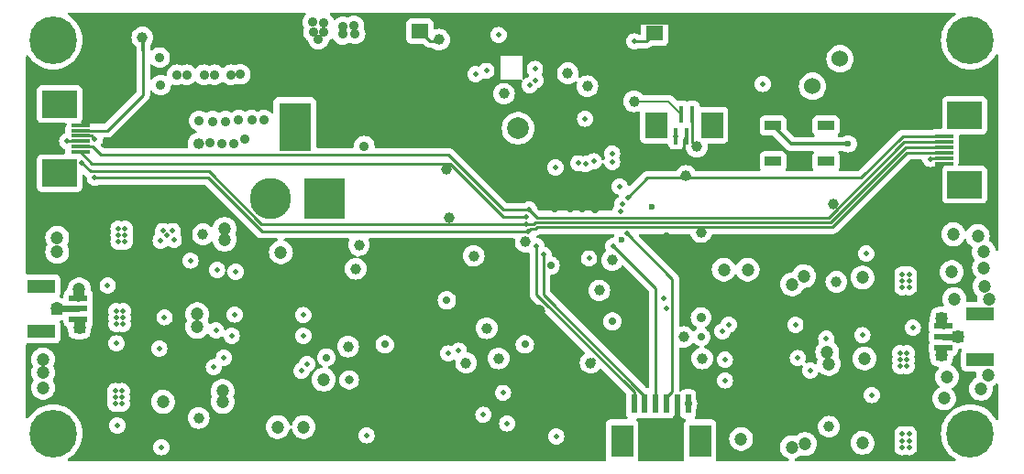
<source format=gbr>
%TF.GenerationSoftware,KiCad,Pcbnew,8.0.2*%
%TF.CreationDate,2024-07-12T01:17:03+08:00*%
%TF.ProjectId,bldcDriver,626c6463-4472-4697-9665-722e6b696361,rev?*%
%TF.SameCoordinates,Original*%
%TF.FileFunction,Copper,L1,Top*%
%TF.FilePolarity,Positive*%
%FSLAX46Y46*%
G04 Gerber Fmt 4.6, Leading zero omitted, Abs format (unit mm)*
G04 Created by KiCad (PCBNEW 8.0.2) date 2024-07-12 01:17:03*
%MOMM*%
%LPD*%
G01*
G04 APERTURE LIST*
%TA.AperFunction,SMDPad,CuDef*%
%ADD10C,1.000000*%
%TD*%
%TA.AperFunction,SMDPad,CuDef*%
%ADD11R,0.500000X1.700000*%
%TD*%
%TA.AperFunction,SMDPad,CuDef*%
%ADD12R,2.000000X3.000000*%
%TD*%
%TA.AperFunction,ComponentPad*%
%ADD13C,1.524000*%
%TD*%
%TA.AperFunction,SMDPad,CuDef*%
%ADD14R,1.000000X1.000000*%
%TD*%
%TA.AperFunction,SMDPad,CuDef*%
%ADD15R,1.700000X0.500000*%
%TD*%
%TA.AperFunction,SMDPad,CuDef*%
%ADD16R,2.500000X1.200000*%
%TD*%
%TA.AperFunction,SMDPad,CuDef*%
%ADD17R,0.400000X1.500000*%
%TD*%
%TA.AperFunction,SMDPad,CuDef*%
%ADD18R,2.000000X2.400000*%
%TD*%
%TA.AperFunction,SMDPad,CuDef*%
%ADD19R,1.800000X0.350000*%
%TD*%
%TA.AperFunction,SMDPad,CuDef*%
%ADD20R,3.200000X2.500000*%
%TD*%
%TA.AperFunction,ComponentPad*%
%ADD21C,4.400000*%
%TD*%
%TA.AperFunction,SMDPad,CuDef*%
%ADD22R,1.530000X1.360000*%
%TD*%
%TA.AperFunction,SMDPad,CuDef*%
%ADD23R,1.500000X0.900000*%
%TD*%
%TA.AperFunction,ComponentPad*%
%ADD24R,3.800000X3.800000*%
%TD*%
%TA.AperFunction,ComponentPad*%
%ADD25C,3.800000*%
%TD*%
%TA.AperFunction,ComponentPad*%
%ADD26C,0.600000*%
%TD*%
%TA.AperFunction,SMDPad,CuDef*%
%ADD27R,2.950000X4.500000*%
%TD*%
%TA.AperFunction,ViaPad*%
%ADD28C,0.500000*%
%TD*%
%TA.AperFunction,ViaPad*%
%ADD29C,0.900000*%
%TD*%
%TA.AperFunction,ViaPad*%
%ADD30C,1.200000*%
%TD*%
%TA.AperFunction,ViaPad*%
%ADD31C,0.700000*%
%TD*%
%TA.AperFunction,ViaPad*%
%ADD32C,0.600000*%
%TD*%
%TA.AperFunction,ViaPad*%
%ADD33C,2.000000*%
%TD*%
%TA.AperFunction,ViaPad*%
%ADD34C,0.800000*%
%TD*%
%TA.AperFunction,Conductor*%
%ADD35C,0.400000*%
%TD*%
%TA.AperFunction,Conductor*%
%ADD36C,0.250000*%
%TD*%
%TA.AperFunction,Conductor*%
%ADD37C,0.300000*%
%TD*%
%TA.AperFunction,Conductor*%
%ADD38C,0.600000*%
%TD*%
%TA.AperFunction,Conductor*%
%ADD39C,0.150000*%
%TD*%
G04 APERTURE END LIST*
D10*
%TO.P,TP7,1,1*%
%TO.N,Net-(U5-PB12)*%
X86600000Y-53600000D03*
%TD*%
%TO.P,TP13,1,1*%
%TO.N,/TIM1_CH1*%
X93200000Y-60700000D03*
%TD*%
D11*
%TO.P,J2,1,Pin_1*%
%TO.N,/SWCLK*%
X88600000Y-66900000D03*
%TO.P,J2,2,Pin_2*%
%TO.N,/SWDIO*%
X89600000Y-66900000D03*
%TO.P,J2,3,Pin_3*%
%TO.N,/USART3_RX*%
X90600000Y-66900000D03*
%TO.P,J2,4,Pin_4*%
%TO.N,/USART3_TX*%
X91600000Y-66900000D03*
%TO.P,J2,5,Pin_5*%
%TO.N,GNDD*%
X92600000Y-66900000D03*
%TO.P,J2,6,Pin_6*%
%TO.N,+3V3*%
X93600000Y-66900000D03*
D12*
%TO.P,J2,7*%
%TO.N,N/C*%
X94700000Y-70300000D03*
%TO.P,J2,8*%
X87500000Y-70300000D03*
%TD*%
D13*
%TO.P,RV1,1,1*%
%TO.N,+3V3*%
X107640000Y-34960000D03*
%TO.P,RV1,2,2*%
%TO.N,/ADC1_IN2*%
X105100000Y-37500000D03*
%TO.P,RV1,3,3*%
%TO.N,GNDD*%
X102560000Y-34960000D03*
%TD*%
D14*
%TO.P,TP1,1,1*%
%TO.N,/inverter/1VS3*%
X37386500Y-59843500D03*
%TD*%
D10*
%TO.P,TP23,1,1*%
%TO.N,/SPI1_SCK*%
X82500000Y-36300000D03*
%TD*%
D15*
%TO.P,CN2,1,1*%
%TO.N,/inverter/2VS1*%
X117171500Y-61703500D03*
%TO.P,CN2,2,2*%
%TO.N,/inverter/2VS2*%
X117171500Y-60703500D03*
%TO.P,CN2,3,3*%
%TO.N,/inverter/2VS3*%
X117171500Y-59703500D03*
D16*
%TO.P,CN2,4,4*%
%TO.N,unconnected-(CN2-Pad4)*%
X120571500Y-58603500D03*
%TO.P,CN2,5,5*%
%TO.N,unconnected-(CN2-Pad5)*%
X120571500Y-62803500D03*
%TD*%
D17*
%TO.P,P1,1,1*%
%TO.N,+3V3*%
X92487000Y-42113000D03*
%TO.P,P1,2,2*%
%TO.N,/USART2_TX*%
X92987000Y-40085000D03*
%TO.P,P1,3,3*%
%TO.N,GNDD*%
X93487000Y-42113000D03*
%TO.P,P1,4,4*%
%TO.N,/USART2_RX*%
X93987000Y-40085000D03*
D18*
%TO.P,P1,5,5*%
%TO.N,unconnected-(P1-Pad5)*%
X95800000Y-41100000D03*
%TO.P,P1,6,6*%
%TO.N,unconnected-(P1-Pad6)*%
X90674000Y-41091000D03*
%TD*%
D10*
%TO.P,TP25,1,1*%
%TO.N,/SPI1_MOSI*%
X84300000Y-37500000D03*
%TD*%
%TO.P,TP35,1,1*%
%TO.N,/USART2_TX*%
X88600000Y-38900000D03*
%TD*%
%TO.P,TP19,1,1*%
%TO.N,/ADC1_IN11*%
X76100000Y-62700000D03*
%TD*%
%TO.P,TP27,1,1*%
%TO.N,Net-(Q16-S-Pad1)*%
X48800000Y-51200000D03*
%TD*%
D19*
%TO.P,U4,1,1*%
%TO.N,/NSS2*%
X117250000Y-42150000D03*
%TO.P,U4,2,2*%
%TO.N,/SPI3_MOSI*%
X117250000Y-42650000D03*
%TO.P,U4,3,3*%
%TO.N,/SPI3_MISO*%
X117250000Y-43150000D03*
%TO.P,U4,4,4*%
%TO.N,/SPI3_SCK*%
X117250000Y-43650000D03*
%TO.P,U4,5,5*%
%TO.N,+3V3*%
X117250000Y-44150000D03*
%TO.P,U4,6,6*%
%TO.N,GNDD*%
X117250000Y-44650000D03*
D20*
%TO.P,U4,7,7*%
%TO.N,unconnected-(U4-Pad7)*%
X119150000Y-46600000D03*
%TO.P,U4,8,8*%
%TO.N,unconnected-(U4-Pad8)*%
X119150000Y-40200000D03*
%TD*%
D14*
%TO.P,TP3,1,1*%
%TO.N,/inverter/1VS1*%
X37366500Y-56433500D03*
%TD*%
D10*
%TO.P,TP14,1,1*%
%TO.N,/TIM8_CH3*%
X63200000Y-52200000D03*
%TD*%
%TO.P,TP30,1,1*%
%TO.N,/SPI3_MISO*%
X71500000Y-49700000D03*
%TD*%
%TO.P,TP11,1,1*%
%TO.N,/TIM1_CH3*%
X85400000Y-56400000D03*
%TD*%
D21*
%TO.P,,1*%
%TO.N,N/C*%
X34960000Y-33240000D03*
%TD*%
D10*
%TO.P,TP9,1,1*%
%TO.N,Net-(Q8-S-Pad1)*%
X106600000Y-69000000D03*
%TD*%
%TO.P,TP21,1,1*%
%TO.N,GNDPWR*%
X48400000Y-42800000D03*
%TD*%
%TO.P,TP29,1,1*%
%TO.N,/SPI3_MOSI*%
X107000000Y-48400000D03*
%TD*%
D21*
%TO.P,,1*%
%TO.N,N/C*%
X119660000Y-33240000D03*
%TD*%
D14*
%TO.P,TP5,1,1*%
%TO.N,/inverter/2VS2*%
X118520000Y-60690000D03*
%TD*%
%TO.P,TP2,1,1*%
%TO.N,/inverter/1VS2*%
X35266500Y-58133500D03*
%TD*%
D10*
%TO.P,TP20,1,1*%
%TO.N,+3V3*%
X43200000Y-33000000D03*
%TD*%
%TO.P,TP40,1,1*%
%TO.N,/INA2+*%
X75000000Y-59900000D03*
%TD*%
%TO.P,TP16,1,1*%
%TO.N,/TIM8_CH1*%
X73800000Y-53200000D03*
%TD*%
%TO.P,TP18,1,1*%
%TO.N,/ADC1_IN15_COMP4_INP*%
X84600000Y-63100000D03*
%TD*%
%TO.P,TP17,1,1*%
%TO.N,/ADC1_IN12_COMP1_INP*%
X73100000Y-63100000D03*
%TD*%
D22*
%TO.P,SW1,1,1*%
%TO.N,/RESET*%
X90500000Y-32600000D03*
%TO.P,SW1,2,2*%
%TO.N,GNDD*%
X94570000Y-32600000D03*
%TD*%
D10*
%TO.P,TP24,1,1*%
%TO.N,/SPI1_MISO*%
X76600000Y-38200000D03*
%TD*%
%TO.P,TP33,1,1*%
%TO.N,/NSS2*%
X93400000Y-45800000D03*
%TD*%
%TO.P,TP8,1,1*%
%TO.N,/ADC2_IN15*%
X62200000Y-61600000D03*
%TD*%
D23*
%TO.P,D12,1,VDD*%
%TO.N,+3V3*%
X106350000Y-44450000D03*
%TO.P,D12,2,DOUT*%
%TO.N,unconnected-(D12-DOUT-Pad2)*%
X106350000Y-41150000D03*
%TO.P,D12,3,VSS*%
%TO.N,GND*%
X101450000Y-41150000D03*
%TO.P,D12,4,DIN*%
%TO.N,/RGB*%
X101450000Y-44450000D03*
%TD*%
D22*
%TO.P,SW2,1,1*%
%TO.N,/KEY*%
X68835000Y-32400000D03*
%TO.P,SW2,2,2*%
%TO.N,GNDD*%
X64765000Y-32400000D03*
%TD*%
D10*
%TO.P,TP12,1,1*%
%TO.N,/TIM1_CH2*%
X94900000Y-62700000D03*
%TD*%
%TO.P,TP10,1,1*%
%TO.N,Net-(U5-PA15)*%
X78600000Y-51900000D03*
%TD*%
%TO.P,TP26,1,1*%
%TO.N,Net-(Q12-S-Pad1)*%
X107300000Y-55600000D03*
%TD*%
%TO.P,TP15,1,1*%
%TO.N,/TIM8_CH2*%
X62900000Y-54400000D03*
%TD*%
%TO.P,TP32,1,1*%
%TO.N,/NSS1*%
X71300000Y-45200000D03*
%TD*%
%TO.P,TP28,1,1*%
%TO.N,Net-(Q1-S-Pad1)*%
X48400000Y-68200000D03*
%TD*%
D24*
%TO.P,J1,1,Pin_1*%
%TO.N,GNDPWR*%
X60000000Y-47900000D03*
D25*
%TO.P,J1,2,Pin_2*%
%TO.N,+BATT*%
X55000000Y-47900000D03*
%TD*%
D14*
%TO.P,TP4,1,1*%
%TO.N,/inverter/2VS3*%
X117040000Y-59000000D03*
%TD*%
D15*
%TO.P,CN1,1,1*%
%TO.N,/inverter/1VS1*%
X37285000Y-57100000D03*
%TO.P,CN1,2,2*%
%TO.N,/inverter/1VS2*%
X37285000Y-58100000D03*
%TO.P,CN1,3,3*%
%TO.N,/inverter/1VS3*%
X37285000Y-59100000D03*
D16*
%TO.P,CN1,4,4*%
%TO.N,unconnected-(CN1-Pad4)*%
X33885000Y-60200000D03*
%TO.P,CN1,5,5*%
%TO.N,unconnected-(CN1-Pad5)*%
X33885000Y-56000000D03*
%TD*%
D21*
%TO.P,,1*%
%TO.N,N/C*%
X119660000Y-69640000D03*
%TD*%
D10*
%TO.P,TP34,1,1*%
%TO.N,/USART2_RX*%
X94400000Y-43100000D03*
%TD*%
%TO.P,TP38,1,1*%
%TO.N,/KEY*%
X70600000Y-33200000D03*
%TD*%
D19*
%TO.P,U10,1,1*%
%TO.N,/NSS1*%
X37467000Y-43600000D03*
%TO.P,U10,2,2*%
%TO.N,/SPI3_MOSI*%
X37467000Y-43100000D03*
%TO.P,U10,3,3*%
%TO.N,/SPI3_MISO*%
X37467000Y-42600000D03*
%TO.P,U10,4,4*%
%TO.N,/SPI3_SCK*%
X37467000Y-42100000D03*
%TO.P,U10,5,5*%
%TO.N,+3V3*%
X37467000Y-41600000D03*
%TO.P,U10,6,6*%
%TO.N,GNDD*%
X37467000Y-41100000D03*
D20*
%TO.P,U10,7,7*%
%TO.N,unconnected-(U10-Pad7)*%
X35567000Y-39150000D03*
%TO.P,U10,8,8*%
%TO.N,unconnected-(U10-Pad8)*%
X35567000Y-45550000D03*
%TD*%
D10*
%TO.P,TP22,1,1*%
%TO.N,GNDD*%
X111100000Y-32600000D03*
%TD*%
D14*
%TO.P,TP6,1,1*%
%TO.N,/inverter/2VS1*%
X116990000Y-62400000D03*
%TD*%
D21*
%TO.P,,1*%
%TO.N,N/C*%
X34960000Y-69640000D03*
%TD*%
D10*
%TO.P,TP31,1,1*%
%TO.N,/SPI3_SCK*%
X94800000Y-51000000D03*
%TD*%
D26*
%TO.P,U3,9,GNDPAD*%
%TO.N,GNDPWR*%
X57891000Y-43059000D03*
X57891000Y-41959000D03*
X57891000Y-40659000D03*
X57891000Y-39459000D03*
D27*
X57291000Y-41259000D03*
D26*
X56691000Y-43059000D03*
X56691000Y-41959000D03*
X56691000Y-40659000D03*
X56691000Y-39459000D03*
%TD*%
D28*
%TO.N,Net-(U5-PB12)*%
X86600000Y-53600000D03*
D29*
%TO.N,GNDPWR*%
X46400000Y-36450000D03*
D30*
X104400000Y-70600000D03*
X120962500Y-56000000D03*
D29*
X62850000Y-32650000D03*
X58950000Y-31600000D03*
D30*
X48275000Y-58600000D03*
D29*
X50550000Y-42800000D03*
X48900000Y-36450000D03*
X62750000Y-31900000D03*
D30*
X120350000Y-51350000D03*
X103171500Y-70900000D03*
X35337500Y-52837500D03*
X120900000Y-52800000D03*
D29*
X61700000Y-32000000D03*
D30*
X50800000Y-51700000D03*
X50600000Y-65700000D03*
X50600000Y-66700000D03*
X50800000Y-50700000D03*
D29*
X59950000Y-31650000D03*
D30*
X120937500Y-54300000D03*
X34037500Y-64000000D03*
X104294863Y-55083967D03*
X34037500Y-65400000D03*
D29*
X59000000Y-32500000D03*
X63700000Y-43050000D03*
D30*
X106604074Y-63195926D03*
X120662500Y-65500000D03*
D29*
X51650000Y-42850000D03*
X59950000Y-32500000D03*
X47300000Y-36450000D03*
X52250000Y-36400000D03*
D30*
X34037500Y-62800000D03*
D29*
X49450000Y-42750000D03*
D30*
X35337500Y-51500000D03*
X103212500Y-55821476D03*
X121299999Y-64203502D03*
D29*
X59450000Y-33150000D03*
X51400000Y-36450000D03*
X61700000Y-32700000D03*
X44800000Y-34850000D03*
D30*
X121400000Y-57203498D03*
X48275000Y-59750000D03*
D29*
X52700000Y-42400000D03*
X44900000Y-37400000D03*
D30*
X106450093Y-62103727D03*
D29*
X48350000Y-42800000D03*
X94800000Y-58900000D03*
X49850000Y-36450000D03*
D30*
X59945926Y-64654074D03*
D29*
%TO.N,GNDD*%
X69100000Y-68100000D03*
D30*
X82725000Y-63900000D03*
D29*
X76300000Y-45650000D03*
D30*
X79845926Y-58354074D03*
D31*
X83800000Y-48800000D03*
D32*
X78600000Y-56100000D03*
D29*
X77900000Y-62900000D03*
X73333641Y-33768531D03*
X62850000Y-35000000D03*
X62900000Y-35750000D03*
D30*
X87275000Y-56600000D03*
D31*
X85000000Y-48900000D03*
D32*
X73200000Y-61100000D03*
D31*
X84400000Y-47500000D03*
X64043750Y-61443750D03*
X82775000Y-40800000D03*
X81900000Y-47400000D03*
D29*
X61650000Y-35000000D03*
X61700000Y-35750000D03*
D31*
X96900000Y-69815000D03*
D32*
X70621783Y-55400000D03*
X66100000Y-53500000D03*
D29*
X83500000Y-68300000D03*
D32*
X78300000Y-54100000D03*
D29*
X88635000Y-31637500D03*
D31*
X83100000Y-47700000D03*
X82700000Y-48800000D03*
X92700000Y-68815000D03*
X79500000Y-44500000D03*
D32*
X75500000Y-55600000D03*
D29*
X80037500Y-32800000D03*
D31*
X81300000Y-48800000D03*
X91592732Y-51385464D03*
X64600000Y-57000000D03*
D30*
X84100000Y-58300000D03*
D29*
X70600000Y-31575000D03*
X68900000Y-64000000D03*
D28*
%TO.N,+3V3*%
X106350000Y-44450000D03*
D31*
X80900000Y-54100000D03*
D28*
X115975835Y-44225000D03*
D31*
X86630000Y-59280000D03*
D32*
X43281000Y-33016500D03*
D31*
X93600000Y-66900000D03*
D28*
X92487000Y-42113000D03*
D33*
X77900000Y-41400000D03*
D32*
X90262500Y-48700000D03*
X87470812Y-51716774D03*
D29*
%TO.N,+BATT*%
X48450000Y-40700000D03*
D28*
X40700000Y-65700000D03*
D30*
X98500000Y-70135000D03*
X99100000Y-54465000D03*
D28*
X40800000Y-59500000D03*
X114000000Y-70900000D03*
X113800000Y-63400000D03*
D30*
X58100000Y-69035000D03*
D28*
X113400000Y-54900000D03*
X114000000Y-70300000D03*
X40800000Y-58900000D03*
X113800000Y-62800000D03*
X41400000Y-59500000D03*
X40700000Y-66900000D03*
X113400000Y-70900000D03*
X41400000Y-58900000D03*
X114000000Y-54900000D03*
X113400000Y-69700000D03*
D29*
X54400000Y-40650000D03*
X49700000Y-40750000D03*
D28*
X114000000Y-69700000D03*
D30*
X96900000Y-54465000D03*
D28*
X113400000Y-56100000D03*
X41600000Y-51300000D03*
D30*
X117537500Y-64400000D03*
D28*
X41000000Y-51900000D03*
D30*
X117962500Y-54700000D03*
X117237500Y-66400000D03*
D28*
X113200000Y-62800000D03*
X114000000Y-56100000D03*
D30*
X55700000Y-69035000D03*
D28*
X41300000Y-65700000D03*
D29*
X53300000Y-40650000D03*
D28*
X41600000Y-51900000D03*
D29*
X50900000Y-40750000D03*
D28*
X41000000Y-50700000D03*
X113400000Y-70300000D03*
X41300000Y-66300000D03*
X41000000Y-51300000D03*
X40800000Y-58300000D03*
X41300000Y-66900000D03*
X41600000Y-50700000D03*
D31*
X60200000Y-62600000D03*
D30*
X56000000Y-52865000D03*
X118200000Y-57200000D03*
D31*
X94800000Y-60700000D03*
D28*
X114000000Y-55500000D03*
X113400000Y-55500000D03*
D30*
X118100000Y-51200000D03*
D28*
X40700000Y-66300000D03*
D29*
X52100000Y-40650000D03*
D28*
X113200000Y-63400000D03*
X113800000Y-62200000D03*
X41400000Y-58300000D03*
X113200000Y-62200000D03*
%TO.N,/SWDIO*%
X80250000Y-53100000D03*
%TO.N,/USART3_TX*%
X87925000Y-51121086D03*
%TO.N,/SWCLK*%
X79600000Y-52300000D03*
%TO.N,/USART3_RX*%
X86700000Y-52300000D03*
%TO.N,Net-(Q1-S-Pad1)*%
X48417500Y-68190000D03*
%TO.N,/TIM1_CH2*%
X97000000Y-62814500D03*
X97000000Y-64728500D03*
X95000000Y-62796500D03*
%TO.N,/TIM1_CH1*%
X93200000Y-60700000D03*
%TO.N,/TIM1_CH3*%
X85348962Y-56551038D03*
%TO.N,/TIM8_CH3*%
X63242500Y-52400000D03*
%TO.N,/TIM8_CH1*%
X73652288Y-53252288D03*
%TO.N,/SPI1_MISO*%
X87275697Y-46775821D03*
X76716870Y-38002603D03*
X74972968Y-36084571D03*
X84094451Y-40500000D03*
%TO.N,/TIM8_CH2*%
X58071000Y-60603500D03*
X62900360Y-54593750D03*
X58071000Y-58671500D03*
%TO.N,/SPI1_MOSI*%
X78978299Y-37419781D03*
X84128768Y-37528768D03*
%TO.N,/SPI1_SCK*%
X82500000Y-36300000D03*
%TO.N,Net-(Q8-S-Pad1)*%
X106512500Y-69000000D03*
%TO.N,Net-(U9-VDD)*%
X76100000Y-32768111D03*
X73962500Y-36400000D03*
%TO.N,/NSS1*%
X78635803Y-49561537D03*
%TO.N,/NSS2*%
X88007645Y-47810201D03*
%TO.N,/ADC1_IN11*%
X76175000Y-62900000D03*
%TO.N,/inverter/2VS1*%
X104892500Y-63807976D03*
D30*
X109700000Y-70500000D03*
X116990000Y-62400000D03*
%TO.N,/inverter/2VS2*%
X118520000Y-60690000D03*
X109900000Y-62700000D03*
D28*
X106369904Y-60869904D03*
D30*
%TO.N,/inverter/2VS3*%
X117040000Y-58950000D03*
X109700000Y-55200000D03*
D28*
%TO.N,/inverter/1VS1*%
X46000000Y-50900000D03*
X46100000Y-51700000D03*
X44900000Y-51800000D03*
D30*
X37366500Y-56315339D03*
D28*
X45100000Y-50900000D03*
X47629789Y-53635326D03*
X45500000Y-51300000D03*
%TO.N,/inverter/1VS2*%
X45250000Y-58890000D03*
D30*
X35300000Y-58100000D03*
D28*
X50000000Y-60100000D03*
%TO.N,/inverter/1VS3*%
X49800000Y-63500000D03*
D30*
X37386500Y-59843500D03*
X45100000Y-66700000D03*
D28*
%TO.N,/inverter/1HO1*%
X51717172Y-58635499D03*
X40000000Y-55940000D03*
%TO.N,/inverter/1HO2*%
X40807500Y-61300000D03*
X51438709Y-60600000D03*
%TO.N,/inverter/1LO2*%
X44767500Y-61775000D03*
X57900000Y-63853500D03*
%TO.N,/inverter/1HO3*%
X50729535Y-62629498D03*
X40890000Y-68900000D03*
%TO.N,/inverter/1LO3*%
X58400000Y-63200000D03*
X44952500Y-70900000D03*
%TO.N,/inverter/2HO2*%
X114346250Y-59846250D03*
X103739111Y-62652167D03*
%TO.N,/inverter/2LO3*%
X96778500Y-60178500D03*
X110052500Y-52991476D03*
%TO.N,/inverter/2LO2*%
X97353500Y-59546500D03*
X109692500Y-60540000D03*
%TO.N,/inverter/2LO1*%
X103504408Y-59581218D03*
X110559000Y-66071476D03*
%TO.N,/USART2_TX*%
X88600000Y-38900000D03*
X86575000Y-43712136D03*
%TO.N,/USART2_RX*%
X86575000Y-44500000D03*
X94400000Y-43100000D03*
%TO.N,/SPI3_MOSI*%
X78924834Y-48925000D03*
%TO.N,/SPI3_MISO*%
X36255751Y-42600000D03*
X78674590Y-50260464D03*
X37626913Y-44573087D03*
%TO.N,/RESET*%
X83450000Y-44635621D03*
X88635000Y-33362500D03*
D31*
%TO.N,/OP_VCC*%
X71318750Y-57318750D03*
X78525000Y-61400000D03*
X65587500Y-61400000D03*
D28*
%TO.N,/ADC2_IN15*%
X62137500Y-61700000D03*
X84452793Y-53440707D03*
%TO.N,Net-(Q12-S-Pad1)*%
X107300000Y-55600000D03*
%TO.N,Net-(Q16-S-Pad1)*%
X48820000Y-51140000D03*
%TO.N,/1CS2+*%
X50097500Y-54510000D03*
D34*
X62306403Y-64681097D03*
D28*
%TO.N,/1CS2-*%
X63900000Y-69812500D03*
X51822500Y-54675000D03*
%TO.N,/2CS2-*%
X91575000Y-58057026D03*
X81412500Y-69900000D03*
%TO.N,/2CS2+*%
X91391103Y-57165429D03*
X76500000Y-65887500D03*
%TO.N,/SPI3_SCK*%
X78800000Y-50949141D03*
X38814433Y-42376992D03*
X38810180Y-45965086D03*
%TO.N,/KEY*%
X81350304Y-45020395D03*
X70600000Y-33300000D03*
%TO.N,/SPI1_CS*%
X79457532Y-35897890D03*
X79499689Y-36952709D03*
%TO.N,/ADC1_IN2*%
X100500000Y-37300000D03*
X84895004Y-44458503D03*
%TO.N,Net-(U5-PA15)*%
X78700000Y-51800000D03*
%TO.N,/VREF_OP1*%
X74700000Y-67900000D03*
X71437806Y-62230271D03*
%TO.N,/VREF_OP2*%
X76900000Y-68700000D03*
X72425000Y-61975000D03*
%TO.N,/INA2+*%
X75000000Y-59900000D03*
%TO.N,/ADC1_IN15_COMP4_INP*%
X84825647Y-62917712D03*
X87553019Y-48393227D03*
%TO.N,/ADC1_IN12_COMP1_INP*%
X87378345Y-49071086D03*
X73000000Y-62900000D03*
D32*
%TO.N,GND*%
X108400000Y-42837500D03*
D28*
%TO.N,/RGB*%
X101450000Y-44450000D03*
X84147282Y-44685256D03*
%TD*%
D35*
%TO.N,GNDD*%
X94570000Y-32600000D02*
X93490000Y-31520000D01*
X88752500Y-31520000D02*
X88635000Y-31637500D01*
D36*
X93200000Y-42400000D02*
X93487000Y-42113000D01*
D35*
X93490000Y-31520000D02*
X88752500Y-31520000D01*
X92600000Y-68715000D02*
X92700000Y-68815000D01*
D36*
X117150000Y-44650000D02*
X116800000Y-45000000D01*
X37700000Y-41100000D02*
X38000000Y-40800000D01*
X93200000Y-43300000D02*
X93200000Y-42400000D01*
X37467000Y-41100000D02*
X37700000Y-41100000D01*
D35*
X92600000Y-66900000D02*
X92600000Y-68715000D01*
D36*
%TO.N,+3V3*%
X115975835Y-44225000D02*
X116050835Y-44150000D01*
D37*
X43281000Y-34200000D02*
X43281000Y-33016500D01*
D36*
X43281000Y-38319000D02*
X43281000Y-34200000D01*
X40000000Y-41600000D02*
X43281000Y-38319000D01*
X37467000Y-41600000D02*
X40000000Y-41600000D01*
X116050835Y-44150000D02*
X117250000Y-44150000D01*
%TO.N,/SWDIO*%
X80225000Y-56775000D02*
X89600000Y-66150000D01*
X89600000Y-66150000D02*
X89600000Y-66900000D01*
X80225000Y-53125000D02*
X80225000Y-56775000D01*
X80250000Y-53100000D02*
X80225000Y-53125000D01*
%TO.N,/USART3_TX*%
X91600000Y-66300000D02*
X91600000Y-66900000D01*
X87925000Y-51125000D02*
X92150000Y-55350000D01*
X87925000Y-51121086D02*
X87925000Y-51125000D01*
X92150000Y-65750000D02*
X91600000Y-66300000D01*
X92150000Y-55350000D02*
X92150000Y-65750000D01*
%TO.N,/SWCLK*%
X88600000Y-66900000D02*
X88600000Y-65800000D01*
X88600000Y-65800000D02*
X79600000Y-56800000D01*
X79600000Y-56800000D02*
X79600000Y-52300000D01*
%TO.N,/USART3_RX*%
X90600000Y-56200000D02*
X90600000Y-66900000D01*
X86700000Y-52300000D02*
X90600000Y-56200000D01*
%TO.N,/NSS1*%
X78635803Y-49561537D02*
X76524975Y-49561537D01*
X38517000Y-44650000D02*
X37467000Y-43600000D01*
X76524975Y-49561537D02*
X71613438Y-44650000D01*
X71613438Y-44650000D02*
X38517000Y-44650000D01*
%TO.N,/NSS2*%
X113413604Y-42150000D02*
X117250000Y-42150000D01*
X89836044Y-45981802D02*
X109581802Y-45981802D01*
X109581802Y-45981802D02*
X113413604Y-42150000D01*
X88007645Y-47810201D02*
X89836044Y-45981802D01*
D38*
%TO.N,/inverter/2VS1*%
X117171500Y-62218500D02*
X116990000Y-62400000D01*
X117171500Y-61703500D02*
X117171500Y-62218500D01*
%TO.N,/inverter/2VS2*%
X118520000Y-60690000D02*
X117185000Y-60690000D01*
X117185000Y-60690000D02*
X117171500Y-60703500D01*
%TO.N,/inverter/2VS3*%
X117171500Y-59703500D02*
X117171500Y-59081500D01*
X117171500Y-59081500D02*
X117040000Y-58950000D01*
%TO.N,/inverter/1VS1*%
X37366500Y-56315339D02*
X37366500Y-57018500D01*
X37366500Y-57018500D02*
X37285000Y-57100000D01*
%TO.N,/inverter/1VS2*%
X35300000Y-58100000D02*
X37285000Y-58100000D01*
%TO.N,/inverter/1VS3*%
X37386500Y-59843500D02*
X37386500Y-59201500D01*
X37386500Y-59201500D02*
X37285000Y-59100000D01*
D39*
%TO.N,/USART2_TX*%
X91802000Y-38900000D02*
X88600000Y-38900000D01*
X92987000Y-40085000D02*
X91802000Y-38900000D01*
D36*
%TO.N,/USART2_RX*%
X94400000Y-43100000D02*
X94012000Y-42712000D01*
X94012000Y-42712000D02*
X94012000Y-40110000D01*
X94012000Y-40110000D02*
X93987000Y-40085000D01*
%TO.N,/SPI3_MOSI*%
X79645920Y-49646086D02*
X78924834Y-48925000D01*
X39334000Y-43834000D02*
X38600000Y-43100000D01*
X76524834Y-48925000D02*
X71433834Y-43834000D01*
X117250000Y-42650000D02*
X113550000Y-42650000D01*
X106553914Y-49646086D02*
X79645920Y-49646086D01*
X113550000Y-42650000D02*
X106553914Y-49646086D01*
X78924834Y-48925000D02*
X76524834Y-48925000D01*
X71433834Y-43834000D02*
X39334000Y-43834000D01*
X38600000Y-43100000D02*
X37467000Y-43100000D01*
%TO.N,/SPI3_MISO*%
X49343460Y-45390086D02*
X38443912Y-45390086D01*
X79295146Y-50260464D02*
X79459524Y-50096086D01*
X78674590Y-50260464D02*
X79295146Y-50260464D01*
X49343460Y-45390086D02*
X54213838Y-50260464D01*
X113686396Y-43150000D02*
X117250000Y-43150000D01*
X78674590Y-50260464D02*
X54213838Y-50260464D01*
X36255751Y-42600000D02*
X37467000Y-42600000D01*
X106740310Y-50096086D02*
X113686396Y-43150000D01*
X38443912Y-45390086D02*
X37626913Y-44573087D01*
X79459524Y-50096086D02*
X106740310Y-50096086D01*
%TO.N,/RESET*%
X88635000Y-33362500D02*
X89737500Y-33362500D01*
X89737500Y-33362500D02*
X90500000Y-32600000D01*
%TO.N,/SPI3_SCK*%
X79481542Y-50710464D02*
X79038677Y-50710464D01*
X38537441Y-42100000D02*
X37467000Y-42100000D01*
X106926706Y-50546086D02*
X79645920Y-50546086D01*
X117250000Y-43650000D02*
X113822792Y-43650000D01*
X38814433Y-42376992D02*
X38537441Y-42100000D01*
X79038677Y-50710464D02*
X78800000Y-50949141D01*
X49282064Y-45965086D02*
X38810180Y-45965086D01*
X79645920Y-50546086D02*
X79481542Y-50710464D01*
X78800000Y-50949141D02*
X54266119Y-50949141D01*
X113822792Y-43650000D02*
X106926706Y-50546086D01*
X54266119Y-50949141D02*
X49282064Y-45965086D01*
%TO.N,/KEY*%
X70600000Y-33300000D02*
X69735000Y-33300000D01*
X69735000Y-33300000D02*
X68835000Y-32400000D01*
D37*
%TO.N,GND*%
X103137500Y-42837500D02*
X108400000Y-42837500D01*
X101450000Y-41150000D02*
X103137500Y-42837500D01*
%TD*%
%TA.AperFunction,Conductor*%
%TO.N,GNDD*%
G36*
X58281038Y-30709685D02*
G01*
X58326793Y-30762489D01*
X58336737Y-30831647D01*
X58307712Y-30895203D01*
X58292664Y-30909853D01*
X58274642Y-30924642D01*
X58155864Y-31069373D01*
X58155862Y-31069376D01*
X58067604Y-31234497D01*
X58013253Y-31413666D01*
X58013252Y-31413668D01*
X57994901Y-31600000D01*
X58013252Y-31786331D01*
X58013253Y-31786333D01*
X58067602Y-31965497D01*
X58067603Y-31965500D01*
X58107994Y-32041067D01*
X58122235Y-32109470D01*
X58117296Y-32135514D01*
X58063252Y-32313670D01*
X58044901Y-32500000D01*
X58063252Y-32686331D01*
X58063253Y-32686333D01*
X58117604Y-32865502D01*
X58205862Y-33030623D01*
X58205864Y-33030626D01*
X58324642Y-33175357D01*
X58402193Y-33239001D01*
X58469371Y-33294133D01*
X58469374Y-33294135D01*
X58471458Y-33295528D01*
X58472304Y-33296540D01*
X58474084Y-33298001D01*
X58473807Y-33298338D01*
X58516266Y-33349138D01*
X58521232Y-33362637D01*
X58567604Y-33515502D01*
X58655862Y-33680623D01*
X58655864Y-33680626D01*
X58774642Y-33825357D01*
X58919373Y-33944135D01*
X58919376Y-33944137D01*
X59036997Y-34007006D01*
X59084499Y-34032396D01*
X59211673Y-34070974D01*
X59263666Y-34086746D01*
X59263668Y-34086747D01*
X59280374Y-34088392D01*
X59450000Y-34105099D01*
X59636331Y-34086747D01*
X59815501Y-34032396D01*
X59980625Y-33944136D01*
X60125357Y-33825357D01*
X60244136Y-33680625D01*
X60332396Y-33515501D01*
X60368947Y-33395006D01*
X60407242Y-33336572D01*
X60429143Y-33321652D01*
X60480625Y-33294136D01*
X60602103Y-33194441D01*
X60625356Y-33175358D01*
X60625357Y-33175357D01*
X60659607Y-33133623D01*
X60717351Y-33094289D01*
X60787196Y-33092418D01*
X60846965Y-33128605D01*
X60864818Y-33153834D01*
X60905865Y-33230626D01*
X61024642Y-33375357D01*
X61169373Y-33494135D01*
X61169376Y-33494137D01*
X61318961Y-33574091D01*
X61334499Y-33582396D01*
X61513666Y-33636746D01*
X61513668Y-33636747D01*
X61530374Y-33638392D01*
X61700000Y-33655099D01*
X61886331Y-33636747D01*
X62065501Y-33582396D01*
X62230625Y-33494136D01*
X62238473Y-33487695D01*
X62302779Y-33460379D01*
X62371647Y-33472165D01*
X62375595Y-33474186D01*
X62481056Y-33530556D01*
X62484499Y-33532396D01*
X62649326Y-33582396D01*
X62663666Y-33586746D01*
X62663668Y-33586747D01*
X62680374Y-33588392D01*
X62850000Y-33605099D01*
X63036331Y-33586747D01*
X63215501Y-33532396D01*
X63380625Y-33444136D01*
X63525357Y-33325357D01*
X63644136Y-33180625D01*
X63732396Y-33015501D01*
X63786747Y-32836331D01*
X63805099Y-32650000D01*
X63786747Y-32463669D01*
X63732396Y-32284499D01*
X63689135Y-32203564D01*
X63674894Y-32135165D01*
X63679832Y-32109123D01*
X63686747Y-32086331D01*
X63705099Y-31900000D01*
X63686747Y-31713669D01*
X63674148Y-31672135D01*
X67569500Y-31672135D01*
X67569500Y-33127870D01*
X67569501Y-33127876D01*
X67575908Y-33187483D01*
X67626202Y-33322328D01*
X67626206Y-33322335D01*
X67712452Y-33437544D01*
X67712455Y-33437547D01*
X67827664Y-33523793D01*
X67827671Y-33523797D01*
X67962517Y-33574091D01*
X67962516Y-33574091D01*
X67969444Y-33574835D01*
X68022127Y-33580500D01*
X69079547Y-33580499D01*
X69146586Y-33600183D01*
X69167228Y-33616818D01*
X69246016Y-33695606D01*
X69246045Y-33695637D01*
X69336263Y-33785855D01*
X69336267Y-33785858D01*
X69438707Y-33854307D01*
X69438713Y-33854310D01*
X69438714Y-33854311D01*
X69552548Y-33901463D01*
X69599907Y-33910883D01*
X69673391Y-33925499D01*
X69673392Y-33925500D01*
X69673393Y-33925500D01*
X69673394Y-33925500D01*
X69862560Y-33925500D01*
X69929599Y-33945185D01*
X69941225Y-33953647D01*
X70041460Y-34035909D01*
X70041467Y-34035913D01*
X70215266Y-34128811D01*
X70215269Y-34128811D01*
X70215273Y-34128814D01*
X70403868Y-34186024D01*
X70600000Y-34205341D01*
X70796132Y-34186024D01*
X70984727Y-34128814D01*
X71029097Y-34105098D01*
X71145356Y-34042956D01*
X71158538Y-34035910D01*
X71310883Y-33910883D01*
X71435910Y-33758538D01*
X71517925Y-33605099D01*
X71528811Y-33584733D01*
X71528811Y-33584732D01*
X71528814Y-33584727D01*
X71586024Y-33396132D01*
X71605341Y-33200000D01*
X71586024Y-33003868D01*
X71528814Y-32815273D01*
X71528811Y-32815269D01*
X71528811Y-32815266D01*
X71503604Y-32768108D01*
X75344751Y-32768108D01*
X75344751Y-32768113D01*
X75363685Y-32936167D01*
X75419545Y-33095805D01*
X75419547Y-33095808D01*
X75509518Y-33238995D01*
X75509523Y-33239001D01*
X75629109Y-33358587D01*
X75629115Y-33358592D01*
X75772302Y-33448563D01*
X75772305Y-33448565D01*
X75772309Y-33448566D01*
X75772310Y-33448567D01*
X75806067Y-33460379D01*
X75931943Y-33504425D01*
X76099997Y-33523360D01*
X76100000Y-33523360D01*
X76100003Y-33523360D01*
X76268056Y-33504425D01*
X76297452Y-33494139D01*
X76427690Y-33448567D01*
X76427692Y-33448565D01*
X76427694Y-33448565D01*
X76427697Y-33448563D01*
X76564669Y-33362497D01*
X87879751Y-33362497D01*
X87879751Y-33362502D01*
X87898685Y-33530556D01*
X87954545Y-33690194D01*
X87954547Y-33690197D01*
X88044518Y-33833384D01*
X88044523Y-33833390D01*
X88164109Y-33952976D01*
X88164115Y-33952981D01*
X88307302Y-34042952D01*
X88307305Y-34042954D01*
X88307309Y-34042955D01*
X88307310Y-34042956D01*
X88344199Y-34055864D01*
X88466943Y-34098814D01*
X88634997Y-34117749D01*
X88635000Y-34117749D01*
X88635003Y-34117749D01*
X88803056Y-34098814D01*
X88803059Y-34098813D01*
X88962690Y-34042956D01*
X89019904Y-34007005D01*
X89085876Y-33988000D01*
X89799107Y-33988000D01*
X89859529Y-33975981D01*
X89919952Y-33963963D01*
X89919955Y-33963961D01*
X89919958Y-33963961D01*
X89953287Y-33950154D01*
X89953286Y-33950154D01*
X89953292Y-33950152D01*
X90033786Y-33916812D01*
X90085009Y-33882584D01*
X90136233Y-33848358D01*
X90151207Y-33833384D01*
X90167774Y-33816818D01*
X90229097Y-33783333D01*
X90255455Y-33780499D01*
X91312871Y-33780499D01*
X91312872Y-33780499D01*
X91372483Y-33774091D01*
X91507331Y-33723796D01*
X91622546Y-33637546D01*
X91708796Y-33522331D01*
X91759091Y-33387483D01*
X91765500Y-33327873D01*
X91765499Y-31872128D01*
X91759091Y-31812517D01*
X91749324Y-31786331D01*
X91708797Y-31677671D01*
X91708793Y-31677664D01*
X91622547Y-31562455D01*
X91622544Y-31562452D01*
X91507335Y-31476206D01*
X91507328Y-31476202D01*
X91372482Y-31425908D01*
X91372483Y-31425908D01*
X91312883Y-31419501D01*
X91312881Y-31419500D01*
X91312873Y-31419500D01*
X91312864Y-31419500D01*
X89687129Y-31419500D01*
X89687123Y-31419501D01*
X89627516Y-31425908D01*
X89492671Y-31476202D01*
X89492664Y-31476206D01*
X89377455Y-31562452D01*
X89377452Y-31562455D01*
X89291206Y-31677664D01*
X89291202Y-31677671D01*
X89240908Y-31812517D01*
X89234501Y-31872116D01*
X89234500Y-31872127D01*
X89234500Y-32297226D01*
X89234501Y-32613000D01*
X89214817Y-32680039D01*
X89162013Y-32725794D01*
X89110501Y-32737000D01*
X89085876Y-32737000D01*
X89019904Y-32717994D01*
X88962692Y-32682045D01*
X88962691Y-32682044D01*
X88962690Y-32682044D01*
X88924370Y-32668635D01*
X88803056Y-32626185D01*
X88635003Y-32607251D01*
X88634997Y-32607251D01*
X88466943Y-32626185D01*
X88307305Y-32682045D01*
X88307302Y-32682047D01*
X88164115Y-32772018D01*
X88164109Y-32772023D01*
X88044523Y-32891609D01*
X88044518Y-32891615D01*
X87954547Y-33034802D01*
X87954545Y-33034805D01*
X87898685Y-33194443D01*
X87879751Y-33362497D01*
X76564669Y-33362497D01*
X76570884Y-33358592D01*
X76570885Y-33358591D01*
X76570890Y-33358588D01*
X76690477Y-33239001D01*
X76690481Y-33238995D01*
X76780452Y-33095808D01*
X76780454Y-33095805D01*
X76780454Y-33095803D01*
X76780456Y-33095801D01*
X76836313Y-32936170D01*
X76836313Y-32936169D01*
X76836314Y-32936167D01*
X76855249Y-32768113D01*
X76855249Y-32768108D01*
X76836314Y-32600054D01*
X76780820Y-32441462D01*
X76780456Y-32440421D01*
X76780455Y-32440420D01*
X76780454Y-32440416D01*
X76780452Y-32440413D01*
X76690481Y-32297226D01*
X76690476Y-32297220D01*
X76570890Y-32177634D01*
X76570884Y-32177629D01*
X76427697Y-32087658D01*
X76427694Y-32087656D01*
X76268056Y-32031796D01*
X76100003Y-32012862D01*
X76099997Y-32012862D01*
X75931943Y-32031796D01*
X75772305Y-32087656D01*
X75772302Y-32087658D01*
X75629115Y-32177629D01*
X75629109Y-32177634D01*
X75509523Y-32297220D01*
X75509518Y-32297226D01*
X75419547Y-32440413D01*
X75419545Y-32440416D01*
X75363685Y-32600054D01*
X75344751Y-32768108D01*
X71503604Y-32768108D01*
X71435913Y-32641467D01*
X71435909Y-32641460D01*
X71310883Y-32489116D01*
X71158539Y-32364090D01*
X71158532Y-32364086D01*
X70984733Y-32271188D01*
X70984727Y-32271186D01*
X70858997Y-32233046D01*
X70796129Y-32213975D01*
X70600000Y-32194659D01*
X70403869Y-32213975D01*
X70260494Y-32257468D01*
X70190627Y-32258091D01*
X70131514Y-32220843D01*
X70101923Y-32157549D01*
X70100499Y-32138807D01*
X70100499Y-31672129D01*
X70100498Y-31672123D01*
X70100497Y-31672116D01*
X70094091Y-31612517D01*
X70089422Y-31600000D01*
X70043797Y-31477671D01*
X70043793Y-31477664D01*
X69957547Y-31362455D01*
X69957544Y-31362452D01*
X69842335Y-31276206D01*
X69842328Y-31276202D01*
X69707482Y-31225908D01*
X69707483Y-31225908D01*
X69647883Y-31219501D01*
X69647881Y-31219500D01*
X69647873Y-31219500D01*
X69647864Y-31219500D01*
X68022129Y-31219500D01*
X68022123Y-31219501D01*
X67962516Y-31225908D01*
X67827671Y-31276202D01*
X67827664Y-31276206D01*
X67712455Y-31362452D01*
X67712452Y-31362455D01*
X67626206Y-31477664D01*
X67626202Y-31477671D01*
X67575908Y-31612517D01*
X67569501Y-31672116D01*
X67569501Y-31672123D01*
X67569500Y-31672135D01*
X63674148Y-31672135D01*
X63632396Y-31534499D01*
X63594537Y-31463669D01*
X63544137Y-31369376D01*
X63544135Y-31369373D01*
X63425357Y-31224642D01*
X63280626Y-31105864D01*
X63280623Y-31105862D01*
X63115502Y-31017604D01*
X62936333Y-30963253D01*
X62936331Y-30963252D01*
X62750000Y-30944901D01*
X62563668Y-30963252D01*
X62563666Y-30963253D01*
X62384497Y-31017604D01*
X62219375Y-31105863D01*
X62214064Y-31110222D01*
X62149752Y-31137532D01*
X62080885Y-31125737D01*
X62076953Y-31123725D01*
X62065501Y-31117604D01*
X62065497Y-31117602D01*
X61886333Y-31063253D01*
X61886331Y-31063252D01*
X61700000Y-31044901D01*
X61513668Y-31063252D01*
X61513666Y-31063253D01*
X61334497Y-31117604D01*
X61169376Y-31205862D01*
X61169373Y-31205864D01*
X61022726Y-31326215D01*
X60958416Y-31353528D01*
X60889548Y-31341737D01*
X60837988Y-31294585D01*
X60834703Y-31288815D01*
X60744137Y-31119376D01*
X60744134Y-31119372D01*
X60625357Y-30974642D01*
X60546411Y-30909853D01*
X60507077Y-30852107D01*
X60505206Y-30782263D01*
X60541394Y-30722495D01*
X60604149Y-30691779D01*
X60625076Y-30690000D01*
X118213412Y-30690000D01*
X118280451Y-30709685D01*
X118326206Y-30762489D01*
X118336150Y-30831647D01*
X118307125Y-30895203D01*
X118277564Y-30920115D01*
X118236564Y-30944901D01*
X118123131Y-31013473D01*
X117865960Y-31214954D01*
X117634954Y-31445960D01*
X117433473Y-31703131D01*
X117427103Y-31713669D01*
X117274866Y-31965500D01*
X117264454Y-31982723D01*
X117264453Y-31982725D01*
X117250389Y-32013975D01*
X117134628Y-32271186D01*
X117130372Y-32280642D01*
X117130366Y-32280657D01*
X117033178Y-32592547D01*
X116974289Y-32913900D01*
X116954564Y-33240000D01*
X116974289Y-33566099D01*
X117033178Y-33887452D01*
X117130366Y-34199342D01*
X117130370Y-34199354D01*
X117130373Y-34199361D01*
X117264455Y-34497279D01*
X117353055Y-34643841D01*
X117433473Y-34776868D01*
X117634954Y-35034039D01*
X117865960Y-35265045D01*
X118123131Y-35466526D01*
X118123134Y-35466528D01*
X118123137Y-35466530D01*
X118402721Y-35635545D01*
X118700639Y-35769627D01*
X118700652Y-35769631D01*
X118700657Y-35769633D01*
X118955540Y-35849057D01*
X119012547Y-35866821D01*
X119333896Y-35925710D01*
X119660000Y-35945436D01*
X119986104Y-35925710D01*
X120307453Y-35866821D01*
X120619361Y-35769627D01*
X120917279Y-35635545D01*
X121196863Y-35466530D01*
X121454036Y-35265048D01*
X121685048Y-35034036D01*
X121886530Y-34776863D01*
X122005726Y-34579688D01*
X122057252Y-34532504D01*
X122126111Y-34520665D01*
X122190440Y-34547934D01*
X122229814Y-34605652D01*
X122235841Y-34643841D01*
X122235841Y-52606768D01*
X122216156Y-52673807D01*
X122163352Y-52719562D01*
X122094194Y-52729506D01*
X122030638Y-52700481D01*
X121992864Y-52641703D01*
X121988370Y-52618209D01*
X121986397Y-52596918D01*
X121982930Y-52584733D01*
X121930582Y-52400750D01*
X121925466Y-52390476D01*
X121873845Y-52286806D01*
X121839673Y-52218179D01*
X121772188Y-52128814D01*
X121716762Y-52055418D01*
X121566042Y-51918020D01*
X121566041Y-51918019D01*
X121497616Y-51875652D01*
X121447148Y-51844403D01*
X121400513Y-51792375D01*
X121389409Y-51723393D01*
X121393158Y-51705049D01*
X121436397Y-51553083D01*
X121455215Y-51350000D01*
X121454737Y-51344846D01*
X121436397Y-51146917D01*
X121423161Y-51100397D01*
X121380582Y-50950750D01*
X121377627Y-50944816D01*
X121305886Y-50800739D01*
X121289673Y-50768179D01*
X121193981Y-50641462D01*
X121166762Y-50605418D01*
X121016041Y-50468019D01*
X121016039Y-50468017D01*
X120842642Y-50360655D01*
X120842635Y-50360651D01*
X120688011Y-50300750D01*
X120652456Y-50286976D01*
X120451976Y-50249500D01*
X120248024Y-50249500D01*
X120047544Y-50286976D01*
X120047541Y-50286976D01*
X120047541Y-50286977D01*
X119857364Y-50360651D01*
X119857357Y-50360655D01*
X119683960Y-50468017D01*
X119683958Y-50468019D01*
X119533237Y-50605418D01*
X119410328Y-50768176D01*
X119369078Y-50851017D01*
X119321574Y-50902253D01*
X119253911Y-50919674D01*
X119187571Y-50897748D01*
X119143616Y-50843436D01*
X119138817Y-50829695D01*
X119130582Y-50800750D01*
X119108009Y-50755418D01*
X119051265Y-50641460D01*
X119039673Y-50618179D01*
X118958475Y-50510655D01*
X118916762Y-50455418D01*
X118766041Y-50318019D01*
X118766039Y-50318017D01*
X118592642Y-50210655D01*
X118592635Y-50210651D01*
X118497546Y-50173814D01*
X118402456Y-50136976D01*
X118201976Y-50099500D01*
X117998024Y-50099500D01*
X117797544Y-50136976D01*
X117797541Y-50136976D01*
X117797541Y-50136977D01*
X117607364Y-50210651D01*
X117607357Y-50210655D01*
X117433960Y-50318017D01*
X117433958Y-50318019D01*
X117283237Y-50455418D01*
X117160327Y-50618178D01*
X117069422Y-50800739D01*
X117069417Y-50800752D01*
X117013602Y-50996917D01*
X116994785Y-51199999D01*
X116994785Y-51200000D01*
X117013602Y-51403082D01*
X117069417Y-51599247D01*
X117069422Y-51599260D01*
X117160327Y-51781821D01*
X117283237Y-51944581D01*
X117404821Y-52055418D01*
X117433783Y-52081821D01*
X117433958Y-52081980D01*
X117433960Y-52081982D01*
X117533141Y-52143392D01*
X117607363Y-52189348D01*
X117797544Y-52263024D01*
X117998024Y-52300500D01*
X117998026Y-52300500D01*
X118201974Y-52300500D01*
X118201976Y-52300500D01*
X118402456Y-52263024D01*
X118592637Y-52189348D01*
X118766041Y-52081981D01*
X118916764Y-51944579D01*
X119039673Y-51781821D01*
X119075673Y-51709523D01*
X119080921Y-51698984D01*
X119128423Y-51647747D01*
X119196086Y-51630325D01*
X119262427Y-51652250D01*
X119306382Y-51706561D01*
X119311187Y-51720320D01*
X119319417Y-51749247D01*
X119319422Y-51749260D01*
X119410327Y-51931821D01*
X119533237Y-52094581D01*
X119683958Y-52231980D01*
X119683960Y-52231982D01*
X119802850Y-52305595D01*
X119849486Y-52357623D01*
X119860590Y-52426604D01*
X119856839Y-52444956D01*
X119813603Y-52596914D01*
X119813602Y-52596917D01*
X119794785Y-52799999D01*
X119794785Y-52800000D01*
X119813602Y-53003082D01*
X119869417Y-53199247D01*
X119869422Y-53199260D01*
X119960328Y-53381824D01*
X120049648Y-53500103D01*
X120074340Y-53565464D01*
X120059775Y-53633799D01*
X120049649Y-53649554D01*
X120019774Y-53689117D01*
X119997828Y-53718178D01*
X119997823Y-53718185D01*
X119906922Y-53900739D01*
X119906917Y-53900752D01*
X119851102Y-54096917D01*
X119832285Y-54299999D01*
X119832285Y-54300000D01*
X119851102Y-54503082D01*
X119906917Y-54699247D01*
X119906922Y-54699260D01*
X119997827Y-54881821D01*
X120120735Y-55044578D01*
X120148356Y-55069758D01*
X120184637Y-55129470D01*
X120182876Y-55199317D01*
X120149565Y-55251152D01*
X120149599Y-55251183D01*
X120149420Y-55251378D01*
X120148362Y-55253026D01*
X120145738Y-55255418D01*
X120022827Y-55418178D01*
X119931922Y-55600739D01*
X119931917Y-55600752D01*
X119876102Y-55796917D01*
X119857285Y-55999999D01*
X119857285Y-56000000D01*
X119876102Y-56203082D01*
X119931917Y-56399247D01*
X119931922Y-56399260D01*
X120022827Y-56581821D01*
X120145737Y-56744581D01*
X120280089Y-56867058D01*
X120316371Y-56926769D01*
X120315820Y-56992619D01*
X120313603Y-57000412D01*
X120294785Y-57203497D01*
X120294785Y-57203498D01*
X120309987Y-57367559D01*
X120296572Y-57436129D01*
X120248215Y-57486560D01*
X120186516Y-57503000D01*
X119413159Y-57503000D01*
X119346120Y-57483315D01*
X119300365Y-57430511D01*
X119289688Y-57367561D01*
X119305215Y-57200000D01*
X119296020Y-57100773D01*
X119286397Y-56996917D01*
X119265074Y-56921976D01*
X119230582Y-56800750D01*
X119225301Y-56790145D01*
X119172061Y-56683224D01*
X119139673Y-56618179D01*
X119072188Y-56528814D01*
X119016762Y-56455418D01*
X118866041Y-56318019D01*
X118866039Y-56318017D01*
X118692642Y-56210655D01*
X118692635Y-56210651D01*
X118558099Y-56158532D01*
X118502456Y-56136976D01*
X118301976Y-56099500D01*
X118098024Y-56099500D01*
X117897544Y-56136976D01*
X117897541Y-56136976D01*
X117897541Y-56136977D01*
X117707364Y-56210651D01*
X117707357Y-56210655D01*
X117533960Y-56318017D01*
X117533958Y-56318019D01*
X117383237Y-56455418D01*
X117260327Y-56618178D01*
X117169422Y-56800739D01*
X117169417Y-56800752D01*
X117113602Y-56996917D01*
X117094785Y-57199999D01*
X117094785Y-57200000D01*
X117113602Y-57403082D01*
X117169417Y-57599247D01*
X117169424Y-57599265D01*
X117204760Y-57670229D01*
X117217021Y-57739014D01*
X117190148Y-57803509D01*
X117132672Y-57843237D01*
X117093760Y-57849500D01*
X116938024Y-57849500D01*
X116737544Y-57886976D01*
X116737541Y-57886976D01*
X116737541Y-57886977D01*
X116547364Y-57960651D01*
X116547362Y-57960652D01*
X116507019Y-57985631D01*
X116455002Y-58003491D01*
X116432519Y-58005908D01*
X116432513Y-58005910D01*
X116297671Y-58056202D01*
X116297664Y-58056206D01*
X116182455Y-58142452D01*
X116182452Y-58142455D01*
X116096206Y-58257664D01*
X116096202Y-58257671D01*
X116045908Y-58392517D01*
X116039501Y-58452116D01*
X116039500Y-58452135D01*
X116039500Y-58461171D01*
X116026501Y-58516441D01*
X116009419Y-58550747D01*
X115953602Y-58746917D01*
X115934785Y-58949999D01*
X115934785Y-58950001D01*
X115945627Y-59067016D01*
X115932212Y-59135585D01*
X115921423Y-59152766D01*
X115877706Y-59211164D01*
X115877702Y-59211171D01*
X115827410Y-59346013D01*
X115827409Y-59346017D01*
X115821000Y-59405627D01*
X115821000Y-59405634D01*
X115821000Y-59405635D01*
X115821000Y-60001370D01*
X115821001Y-60001376D01*
X115827409Y-60060984D01*
X115864401Y-60160168D01*
X115869385Y-60229860D01*
X115864401Y-60246832D01*
X115827410Y-60346011D01*
X115827409Y-60346015D01*
X115827409Y-60346017D01*
X115821000Y-60405627D01*
X115821000Y-60405634D01*
X115821000Y-60405635D01*
X115821000Y-61001370D01*
X115821001Y-61001376D01*
X115827409Y-61060984D01*
X115864401Y-61160168D01*
X115869385Y-61229860D01*
X115864401Y-61246832D01*
X115827410Y-61346011D01*
X115827409Y-61346015D01*
X115827409Y-61346017D01*
X115821000Y-61405627D01*
X115821000Y-61405634D01*
X115821000Y-61405635D01*
X115821000Y-62001370D01*
X115821001Y-62001376D01*
X115827408Y-62060983D01*
X115877702Y-62195828D01*
X115881801Y-62203334D01*
X115896653Y-62271607D01*
X115896440Y-62274202D01*
X115884785Y-62399998D01*
X115884785Y-62400000D01*
X115903602Y-62603082D01*
X115903603Y-62603084D01*
X115959413Y-62799238D01*
X115959420Y-62799254D01*
X115976501Y-62833559D01*
X115989500Y-62888827D01*
X115989500Y-62947868D01*
X115989501Y-62947877D01*
X115995908Y-63007483D01*
X116046202Y-63142328D01*
X116046206Y-63142335D01*
X116132452Y-63257544D01*
X116132455Y-63257547D01*
X116247664Y-63343793D01*
X116247671Y-63343797D01*
X116382516Y-63394091D01*
X116408419Y-63396875D01*
X116442127Y-63400500D01*
X116502970Y-63400499D01*
X116547759Y-63408870D01*
X116672899Y-63457350D01*
X116728298Y-63499921D01*
X116751888Y-63565688D01*
X116736177Y-63633768D01*
X116723962Y-63650673D01*
X116724191Y-63650846D01*
X116720736Y-63655420D01*
X116720736Y-63655421D01*
X116719740Y-63656740D01*
X116597827Y-63818178D01*
X116506922Y-64000739D01*
X116506917Y-64000752D01*
X116451102Y-64196917D01*
X116432285Y-64399999D01*
X116432285Y-64400000D01*
X116451102Y-64603082D01*
X116506917Y-64799247D01*
X116506922Y-64799260D01*
X116584680Y-64955418D01*
X116597827Y-64981821D01*
X116711426Y-65132251D01*
X116720737Y-65144580D01*
X116784757Y-65202942D01*
X116821039Y-65262653D01*
X116819278Y-65332500D01*
X116780035Y-65390308D01*
X116749913Y-65407927D01*
X116749997Y-65408096D01*
X116747493Y-65409342D01*
X116746026Y-65410201D01*
X116744870Y-65410648D01*
X116744857Y-65410655D01*
X116571460Y-65518017D01*
X116571458Y-65518019D01*
X116420737Y-65655418D01*
X116297827Y-65818178D01*
X116206922Y-66000739D01*
X116206917Y-66000752D01*
X116151102Y-66196917D01*
X116132285Y-66399999D01*
X116132285Y-66400000D01*
X116151102Y-66603082D01*
X116206917Y-66799247D01*
X116206922Y-66799260D01*
X116297827Y-66981821D01*
X116420737Y-67144581D01*
X116559617Y-67271186D01*
X116571283Y-67281821D01*
X116571458Y-67281980D01*
X116571460Y-67281982D01*
X116605779Y-67303231D01*
X116744863Y-67389348D01*
X116935044Y-67463024D01*
X117135524Y-67500500D01*
X117135526Y-67500500D01*
X117339474Y-67500500D01*
X117339476Y-67500500D01*
X117539956Y-67463024D01*
X117730137Y-67389348D01*
X117839253Y-67321786D01*
X117906611Y-67303231D01*
X117942515Y-67314432D01*
X117939099Y-67284939D01*
X117969858Y-67222204D01*
X117977753Y-67214327D01*
X118054264Y-67144579D01*
X118177173Y-66981821D01*
X118268082Y-66799250D01*
X118323897Y-66603083D01*
X118342715Y-66400000D01*
X118341045Y-66381982D01*
X118323897Y-66196917D01*
X118313433Y-66160142D01*
X118268082Y-66000750D01*
X118247824Y-65960067D01*
X118217289Y-65898744D01*
X118177173Y-65818179D01*
X118095975Y-65710655D01*
X118054262Y-65655418D01*
X117990242Y-65597057D01*
X117953960Y-65537346D01*
X117955721Y-65467499D01*
X117994964Y-65409691D01*
X118025088Y-65392074D01*
X118025003Y-65391904D01*
X118027542Y-65390639D01*
X118028992Y-65389791D01*
X118030137Y-65389348D01*
X118203541Y-65281981D01*
X118354264Y-65144579D01*
X118477173Y-64981821D01*
X118568082Y-64799250D01*
X118623897Y-64603083D01*
X118642715Y-64400000D01*
X118642646Y-64399260D01*
X118623897Y-64196917D01*
X118619423Y-64181194D01*
X118568082Y-64000750D01*
X118567917Y-64000419D01*
X118521873Y-63907950D01*
X118477173Y-63818179D01*
X118391961Y-63705340D01*
X118354262Y-63655418D01*
X118203541Y-63518019D01*
X118203539Y-63518017D01*
X118030142Y-63410655D01*
X118030140Y-63410654D01*
X118030137Y-63410652D01*
X118030134Y-63410651D01*
X118030129Y-63410648D01*
X117952194Y-63380456D01*
X117896793Y-63337883D01*
X117873203Y-63272116D01*
X117888914Y-63204036D01*
X117897723Y-63190519D01*
X117933793Y-63142335D01*
X117933792Y-63142335D01*
X117933796Y-63142331D01*
X117984091Y-63007483D01*
X117985665Y-62992840D01*
X117990499Y-62947886D01*
X117990499Y-62947882D01*
X117990500Y-62947873D01*
X117990499Y-62888828D01*
X118003500Y-62833555D01*
X118020579Y-62799256D01*
X118020580Y-62799254D01*
X118020582Y-62799250D01*
X118076397Y-62603083D01*
X118082254Y-62539871D01*
X118108040Y-62474934D01*
X118162393Y-62435130D01*
X118263826Y-62397298D01*
X118263826Y-62397297D01*
X118263831Y-62397296D01*
X118379046Y-62311046D01*
X118465296Y-62195831D01*
X118515591Y-62060983D01*
X118522000Y-62001373D01*
X118522000Y-61912157D01*
X118541685Y-61845118D01*
X118594489Y-61799363D01*
X118623211Y-61790268D01*
X118755183Y-61765599D01*
X118824695Y-61772630D01*
X118879373Y-61816127D01*
X118901856Y-61882281D01*
X118885003Y-61950088D01*
X118877953Y-61960712D01*
X118877702Y-61961171D01*
X118827408Y-62096017D01*
X118821001Y-62155616D01*
X118821000Y-62155635D01*
X118821000Y-63451370D01*
X118821001Y-63451376D01*
X118827408Y-63510983D01*
X118877702Y-63645828D01*
X118877706Y-63645835D01*
X118963952Y-63761044D01*
X118963955Y-63761047D01*
X119079164Y-63847293D01*
X119079171Y-63847297D01*
X119214017Y-63897591D01*
X119214016Y-63897591D01*
X119220944Y-63898335D01*
X119273627Y-63904000D01*
X120086515Y-63903999D01*
X120153554Y-63923683D01*
X120199309Y-63976487D01*
X120209986Y-64039440D01*
X120194784Y-64203500D01*
X120194784Y-64203503D01*
X120213264Y-64402942D01*
X120199849Y-64471512D01*
X120155071Y-64519810D01*
X119996457Y-64618020D01*
X119845737Y-64755418D01*
X119722827Y-64918178D01*
X119631922Y-65100739D01*
X119631917Y-65100752D01*
X119576102Y-65296917D01*
X119557285Y-65499999D01*
X119557285Y-65500000D01*
X119576102Y-65703082D01*
X119631917Y-65899247D01*
X119631922Y-65899260D01*
X119722827Y-66081821D01*
X119845737Y-66244581D01*
X119996458Y-66381980D01*
X119996460Y-66381982D01*
X120055300Y-66418414D01*
X120169863Y-66489348D01*
X120360044Y-66563024D01*
X120560524Y-66600500D01*
X120560526Y-66600500D01*
X120764474Y-66600500D01*
X120764476Y-66600500D01*
X120964956Y-66563024D01*
X121155137Y-66489348D01*
X121328541Y-66381981D01*
X121467534Y-66255272D01*
X121479262Y-66244581D01*
X121483075Y-66239532D01*
X121602173Y-66081821D01*
X121693082Y-65899250D01*
X121748897Y-65703083D01*
X121767715Y-65500000D01*
X121749234Y-65300557D01*
X121762649Y-65231990D01*
X121807428Y-65183691D01*
X121890507Y-65132251D01*
X121966040Y-65085483D01*
X122028303Y-65028723D01*
X122091107Y-64998106D01*
X122160494Y-65006303D01*
X122214434Y-65050713D01*
X122235802Y-65117235D01*
X122235841Y-65120360D01*
X122235841Y-68236158D01*
X122216156Y-68303197D01*
X122163352Y-68348952D01*
X122094194Y-68358896D01*
X122030638Y-68329871D01*
X122005724Y-68300308D01*
X122005236Y-68299501D01*
X121886530Y-68103137D01*
X121886528Y-68103134D01*
X121886526Y-68103131D01*
X121685045Y-67845960D01*
X121454039Y-67614954D01*
X121196868Y-67413473D01*
X121126417Y-67370884D01*
X120917279Y-67244455D01*
X120619361Y-67110373D01*
X120619354Y-67110370D01*
X120619342Y-67110366D01*
X120307452Y-67013178D01*
X119986099Y-66954289D01*
X119660000Y-66934564D01*
X119333900Y-66954289D01*
X119012547Y-67013178D01*
X118700657Y-67110366D01*
X118700641Y-67110372D01*
X118700639Y-67110373D01*
X118582185Y-67163685D01*
X118439956Y-67227697D01*
X118402721Y-67244455D01*
X118397130Y-67247835D01*
X118125456Y-67412067D01*
X118057901Y-67429903D01*
X118023381Y-67418728D01*
X118026952Y-67446920D01*
X117996864Y-67509979D01*
X117981002Y-67524824D01*
X117865961Y-67614953D01*
X117634954Y-67845960D01*
X117433473Y-68103131D01*
X117338648Y-68259991D01*
X117267509Y-68377670D01*
X117264454Y-68382723D01*
X117264453Y-68382725D01*
X117237572Y-68442452D01*
X117173540Y-68584727D01*
X117130372Y-68680642D01*
X117130366Y-68680657D01*
X117033178Y-68992547D01*
X116974289Y-69313900D01*
X116954564Y-69640000D01*
X116974289Y-69966099D01*
X117033178Y-70287452D01*
X117130366Y-70599342D01*
X117130370Y-70599354D01*
X117130373Y-70599361D01*
X117264455Y-70897279D01*
X117428901Y-71169306D01*
X117433473Y-71176868D01*
X117634954Y-71434039D01*
X117865960Y-71665045D01*
X118123131Y-71866526D01*
X118123134Y-71866528D01*
X118123137Y-71866530D01*
X118277562Y-71959884D01*
X118324749Y-72011411D01*
X118336588Y-72080270D01*
X118309319Y-72144599D01*
X118251600Y-72183973D01*
X118213412Y-72190000D01*
X103551406Y-72190000D01*
X103484367Y-72170315D01*
X103438612Y-72117511D01*
X103428668Y-72048353D01*
X103457693Y-71984797D01*
X103506612Y-71950373D01*
X103664137Y-71889348D01*
X103837541Y-71781981D01*
X103949917Y-71679536D01*
X104012718Y-71648921D01*
X104078248Y-71655549D01*
X104097538Y-71663022D01*
X104097539Y-71663022D01*
X104097544Y-71663024D01*
X104298024Y-71700500D01*
X104298026Y-71700500D01*
X104501974Y-71700500D01*
X104501976Y-71700500D01*
X104702456Y-71663024D01*
X104892637Y-71589348D01*
X105066041Y-71481981D01*
X105216764Y-71344579D01*
X105339673Y-71181821D01*
X105430582Y-70999250D01*
X105486397Y-70803083D01*
X105505215Y-70600000D01*
X105505155Y-70599357D01*
X105495949Y-70499999D01*
X108594785Y-70499999D01*
X108594785Y-70500000D01*
X108613602Y-70703082D01*
X108669417Y-70899247D01*
X108669422Y-70899260D01*
X108760327Y-71081821D01*
X108883237Y-71244581D01*
X109033958Y-71381980D01*
X109033960Y-71381982D01*
X109118031Y-71434036D01*
X109207363Y-71489348D01*
X109397544Y-71563024D01*
X109598024Y-71600500D01*
X109598026Y-71600500D01*
X109801974Y-71600500D01*
X109801976Y-71600500D01*
X110002456Y-71563024D01*
X110192637Y-71489348D01*
X110366041Y-71381981D01*
X110516764Y-71244579D01*
X110639673Y-71081821D01*
X110730582Y-70899250D01*
X110786397Y-70703083D01*
X110805215Y-70500000D01*
X110804332Y-70490476D01*
X110786397Y-70296917D01*
X110764383Y-70219547D01*
X110730582Y-70100750D01*
X110714302Y-70068056D01*
X110680415Y-70000000D01*
X110639673Y-69918179D01*
X110516764Y-69755421D01*
X110516762Y-69755418D01*
X110455967Y-69699997D01*
X112644751Y-69699997D01*
X112644751Y-69700002D01*
X112663686Y-69868058D01*
X112695523Y-69959047D01*
X112699084Y-70028826D01*
X112695523Y-70040953D01*
X112663686Y-70131941D01*
X112644751Y-70299997D01*
X112644751Y-70300002D01*
X112663686Y-70468058D01*
X112695523Y-70559047D01*
X112699084Y-70628826D01*
X112695523Y-70640953D01*
X112663686Y-70731941D01*
X112644751Y-70899997D01*
X112644751Y-70900002D01*
X112663685Y-71068056D01*
X112719545Y-71227694D01*
X112719547Y-71227697D01*
X112809518Y-71370884D01*
X112809523Y-71370890D01*
X112929109Y-71490476D01*
X112929115Y-71490481D01*
X113072302Y-71580452D01*
X113072305Y-71580454D01*
X113072309Y-71580455D01*
X113072310Y-71580456D01*
X113097711Y-71589344D01*
X113231943Y-71636314D01*
X113399997Y-71655249D01*
X113400000Y-71655249D01*
X113400003Y-71655249D01*
X113568059Y-71636313D01*
X113568060Y-71636313D01*
X113659045Y-71604476D01*
X113728824Y-71600914D01*
X113740955Y-71604476D01*
X113831939Y-71636313D01*
X113999997Y-71655249D01*
X114000000Y-71655249D01*
X114000003Y-71655249D01*
X114168056Y-71636314D01*
X114168059Y-71636313D01*
X114327690Y-71580456D01*
X114327692Y-71580454D01*
X114327694Y-71580454D01*
X114327697Y-71580452D01*
X114470884Y-71490481D01*
X114470885Y-71490480D01*
X114470890Y-71490477D01*
X114590477Y-71370890D01*
X114607008Y-71344581D01*
X114680452Y-71227697D01*
X114680454Y-71227694D01*
X114680454Y-71227692D01*
X114680456Y-71227690D01*
X114736313Y-71068059D01*
X114736313Y-71068058D01*
X114736314Y-71068056D01*
X114755249Y-70900002D01*
X114755249Y-70899997D01*
X114736313Y-70731940D01*
X114736313Y-70731939D01*
X114704476Y-70640955D01*
X114700914Y-70571176D01*
X114704476Y-70559045D01*
X114736313Y-70468060D01*
X114736313Y-70468059D01*
X114755249Y-70300002D01*
X114755249Y-70299997D01*
X114736313Y-70131940D01*
X114736313Y-70131939D01*
X114704476Y-70040955D01*
X114700914Y-69971176D01*
X114704476Y-69959045D01*
X114736313Y-69868060D01*
X114736313Y-69868059D01*
X114755249Y-69700002D01*
X114755249Y-69699997D01*
X114736314Y-69531943D01*
X114683306Y-69380456D01*
X114680456Y-69372310D01*
X114680455Y-69372309D01*
X114680454Y-69372305D01*
X114680452Y-69372302D01*
X114590481Y-69229115D01*
X114590476Y-69229109D01*
X114470890Y-69109523D01*
X114470884Y-69109518D01*
X114327697Y-69019547D01*
X114327694Y-69019545D01*
X114168056Y-68963685D01*
X114000003Y-68944751D01*
X113999997Y-68944751D01*
X113831941Y-68963686D01*
X113740953Y-68995523D01*
X113671174Y-68999084D01*
X113659047Y-68995523D01*
X113568058Y-68963686D01*
X113400003Y-68944751D01*
X113399997Y-68944751D01*
X113231943Y-68963685D01*
X113072305Y-69019545D01*
X113072302Y-69019547D01*
X112929115Y-69109518D01*
X112929109Y-69109523D01*
X112809523Y-69229109D01*
X112809518Y-69229115D01*
X112719547Y-69372302D01*
X112719545Y-69372305D01*
X112663685Y-69531943D01*
X112644751Y-69699997D01*
X110455967Y-69699997D01*
X110366041Y-69618019D01*
X110366039Y-69618017D01*
X110192642Y-69510655D01*
X110192635Y-69510651D01*
X110049624Y-69455249D01*
X110002456Y-69436976D01*
X109801976Y-69399500D01*
X109598024Y-69399500D01*
X109397544Y-69436976D01*
X109397541Y-69436976D01*
X109397541Y-69436977D01*
X109207364Y-69510651D01*
X109207357Y-69510655D01*
X109033960Y-69618017D01*
X109033958Y-69618019D01*
X108883237Y-69755418D01*
X108760327Y-69918178D01*
X108669422Y-70100739D01*
X108669417Y-70100752D01*
X108613602Y-70296917D01*
X108594785Y-70499999D01*
X105495949Y-70499999D01*
X105486397Y-70396917D01*
X105463994Y-70318179D01*
X105430582Y-70200750D01*
X105408009Y-70155418D01*
X105364510Y-70068059D01*
X105339673Y-70018179D01*
X105272188Y-69928814D01*
X105216762Y-69855418D01*
X105066041Y-69718019D01*
X105066039Y-69718017D01*
X104892642Y-69610655D01*
X104892635Y-69610651D01*
X104744278Y-69553178D01*
X104702456Y-69536976D01*
X104501976Y-69499500D01*
X104298024Y-69499500D01*
X104097544Y-69536976D01*
X104097541Y-69536976D01*
X104097541Y-69536977D01*
X103907364Y-69610651D01*
X103907357Y-69610655D01*
X103733960Y-69718017D01*
X103733957Y-69718019D01*
X103621584Y-69820461D01*
X103558780Y-69851078D01*
X103493255Y-69844452D01*
X103473959Y-69836977D01*
X103473957Y-69836976D01*
X103385608Y-69820461D01*
X103273476Y-69799500D01*
X103069524Y-69799500D01*
X102869044Y-69836976D01*
X102869041Y-69836976D01*
X102869041Y-69836977D01*
X102678864Y-69910651D01*
X102678857Y-69910655D01*
X102505460Y-70018017D01*
X102505458Y-70018019D01*
X102354737Y-70155418D01*
X102231827Y-70318178D01*
X102140922Y-70500739D01*
X102140917Y-70500752D01*
X102085102Y-70696917D01*
X102066285Y-70899999D01*
X102066285Y-70900000D01*
X102085102Y-71103082D01*
X102140917Y-71299247D01*
X102140922Y-71299260D01*
X102231827Y-71481821D01*
X102354737Y-71644581D01*
X102505458Y-71781980D01*
X102505460Y-71781982D01*
X102505462Y-71781983D01*
X102678863Y-71889348D01*
X102836388Y-71950373D01*
X102891789Y-71992946D01*
X102915380Y-72058713D01*
X102899669Y-72126793D01*
X102849645Y-72175572D01*
X102791594Y-72190000D01*
X96267313Y-72190000D01*
X96200274Y-72170315D01*
X96154519Y-72117511D01*
X96144575Y-72048353D01*
X96151131Y-72022667D01*
X96194091Y-71907483D01*
X96196041Y-71889344D01*
X96200500Y-71847873D01*
X96200499Y-70134999D01*
X97394785Y-70134999D01*
X97394785Y-70135000D01*
X97413602Y-70338082D01*
X97469417Y-70534247D01*
X97469422Y-70534260D01*
X97560327Y-70716821D01*
X97683237Y-70879581D01*
X97833958Y-71016980D01*
X97833960Y-71016982D01*
X97916448Y-71068056D01*
X98007363Y-71124348D01*
X98197544Y-71198024D01*
X98398024Y-71235500D01*
X98398026Y-71235500D01*
X98601974Y-71235500D01*
X98601976Y-71235500D01*
X98802456Y-71198024D01*
X98992637Y-71124348D01*
X99166041Y-71016981D01*
X99297351Y-70897276D01*
X99316762Y-70879581D01*
X99316764Y-70879579D01*
X99439673Y-70716821D01*
X99530582Y-70534250D01*
X99586397Y-70338083D01*
X99605215Y-70135000D01*
X99604931Y-70131940D01*
X99586397Y-69931917D01*
X99580347Y-69910655D01*
X99530582Y-69735750D01*
X99528686Y-69731943D01*
X99449199Y-69572310D01*
X99439673Y-69553179D01*
X99365720Y-69455249D01*
X99316762Y-69390418D01*
X99166041Y-69253019D01*
X99166039Y-69253017D01*
X98992642Y-69145655D01*
X98992635Y-69145651D01*
X98897546Y-69108814D01*
X98802456Y-69071976D01*
X98601976Y-69034500D01*
X98398024Y-69034500D01*
X98197544Y-69071976D01*
X98197541Y-69071976D01*
X98197541Y-69071977D01*
X98007364Y-69145651D01*
X98007357Y-69145655D01*
X97833960Y-69253017D01*
X97833958Y-69253019D01*
X97683237Y-69390418D01*
X97560327Y-69553178D01*
X97469422Y-69735739D01*
X97469417Y-69735752D01*
X97413602Y-69931917D01*
X97394785Y-70134999D01*
X96200499Y-70134999D01*
X96200499Y-69000000D01*
X105594659Y-69000000D01*
X105613975Y-69196129D01*
X105623980Y-69229110D01*
X105669890Y-69380456D01*
X105671188Y-69384733D01*
X105764086Y-69558532D01*
X105764090Y-69558539D01*
X105889116Y-69710883D01*
X106041460Y-69835909D01*
X106041467Y-69835913D01*
X106215266Y-69928811D01*
X106215269Y-69928811D01*
X106215273Y-69928814D01*
X106403868Y-69986024D01*
X106600000Y-70005341D01*
X106796132Y-69986024D01*
X106984727Y-69928814D01*
X107038631Y-69900002D01*
X107098390Y-69868060D01*
X107158538Y-69835910D01*
X107310883Y-69710883D01*
X107435910Y-69558538D01*
X107520918Y-69399500D01*
X107528811Y-69384733D01*
X107528811Y-69384732D01*
X107528814Y-69384727D01*
X107586024Y-69196132D01*
X107605341Y-69000000D01*
X107586024Y-68803868D01*
X107528814Y-68615273D01*
X107528811Y-68615269D01*
X107528811Y-68615266D01*
X107435913Y-68441467D01*
X107435909Y-68441460D01*
X107310883Y-68289116D01*
X107158539Y-68164090D01*
X107158532Y-68164086D01*
X106984733Y-68071188D01*
X106984727Y-68071186D01*
X106814497Y-68019547D01*
X106796129Y-68013975D01*
X106600000Y-67994659D01*
X106403870Y-68013975D01*
X106215266Y-68071188D01*
X106041467Y-68164086D01*
X106041460Y-68164090D01*
X105889116Y-68289116D01*
X105764090Y-68441460D01*
X105764086Y-68441467D01*
X105671188Y-68615266D01*
X105613975Y-68803870D01*
X105594659Y-69000000D01*
X96200499Y-69000000D01*
X96200499Y-68752128D01*
X96194091Y-68692517D01*
X96173128Y-68636313D01*
X96143797Y-68557671D01*
X96143793Y-68557664D01*
X96057547Y-68442455D01*
X96057544Y-68442452D01*
X95942335Y-68356206D01*
X95942328Y-68356202D01*
X95807482Y-68305908D01*
X95807483Y-68305908D01*
X95747883Y-68299501D01*
X95747881Y-68299500D01*
X95747873Y-68299500D01*
X95747865Y-68299500D01*
X94311570Y-68299500D01*
X94244531Y-68279815D01*
X94198776Y-68227011D01*
X94188832Y-68157853D01*
X94212302Y-68101192D01*
X94293796Y-67992331D01*
X94344091Y-67857483D01*
X94350500Y-67797873D01*
X94350499Y-67334320D01*
X94367114Y-67272318D01*
X94381250Y-67247835D01*
X94436497Y-67077803D01*
X94455185Y-66900000D01*
X94436497Y-66722197D01*
X94386380Y-66567952D01*
X94381252Y-66552170D01*
X94381251Y-66552168D01*
X94381250Y-66552165D01*
X94367110Y-66527674D01*
X94350499Y-66465677D01*
X94350499Y-66071473D01*
X109803751Y-66071473D01*
X109803751Y-66071478D01*
X109822685Y-66239532D01*
X109878545Y-66399170D01*
X109878547Y-66399173D01*
X109968518Y-66542360D01*
X109968523Y-66542366D01*
X110088109Y-66661952D01*
X110088115Y-66661957D01*
X110231302Y-66751928D01*
X110231305Y-66751930D01*
X110231309Y-66751931D01*
X110231310Y-66751932D01*
X110303913Y-66777336D01*
X110390943Y-66807790D01*
X110558997Y-66826725D01*
X110559000Y-66826725D01*
X110559003Y-66826725D01*
X110727056Y-66807790D01*
X110727059Y-66807789D01*
X110886690Y-66751932D01*
X110886692Y-66751930D01*
X110886694Y-66751930D01*
X110886697Y-66751928D01*
X111029884Y-66661957D01*
X111029885Y-66661956D01*
X111029890Y-66661953D01*
X111149477Y-66542366D01*
X111149481Y-66542360D01*
X111239452Y-66399173D01*
X111239454Y-66399170D01*
X111239454Y-66399168D01*
X111239456Y-66399166D01*
X111295313Y-66239535D01*
X111295313Y-66239534D01*
X111295314Y-66239532D01*
X111314249Y-66071478D01*
X111314249Y-66071473D01*
X111295314Y-65903419D01*
X111261810Y-65807671D01*
X111239456Y-65743786D01*
X111239455Y-65743785D01*
X111239454Y-65743781D01*
X111239452Y-65743778D01*
X111149481Y-65600591D01*
X111149476Y-65600585D01*
X111029890Y-65480999D01*
X111029884Y-65480994D01*
X110886697Y-65391023D01*
X110886694Y-65391021D01*
X110727056Y-65335161D01*
X110559003Y-65316227D01*
X110558997Y-65316227D01*
X110390943Y-65335161D01*
X110231305Y-65391021D01*
X110231302Y-65391023D01*
X110088115Y-65480994D01*
X110088109Y-65480999D01*
X109968523Y-65600585D01*
X109968518Y-65600591D01*
X109878547Y-65743778D01*
X109878545Y-65743781D01*
X109822685Y-65903419D01*
X109803751Y-66071473D01*
X94350499Y-66071473D01*
X94350499Y-66002129D01*
X94350498Y-66002123D01*
X94350350Y-66000750D01*
X94344091Y-65942517D01*
X94329508Y-65903419D01*
X94293797Y-65807671D01*
X94293793Y-65807664D01*
X94207547Y-65692455D01*
X94207544Y-65692452D01*
X94092335Y-65606206D01*
X94092328Y-65606202D01*
X93957486Y-65555910D01*
X93957485Y-65555909D01*
X93957483Y-65555909D01*
X93897873Y-65549500D01*
X93897863Y-65549500D01*
X93302129Y-65549500D01*
X93302123Y-65549501D01*
X93242516Y-65555908D01*
X93107671Y-65606202D01*
X93107664Y-65606206D01*
X92992455Y-65692452D01*
X92987181Y-65697727D01*
X92925858Y-65731212D01*
X92856166Y-65726228D01*
X92800233Y-65684356D01*
X92775816Y-65618892D01*
X92775500Y-65610046D01*
X92775500Y-64728497D01*
X96244751Y-64728497D01*
X96244751Y-64728502D01*
X96263685Y-64896556D01*
X96319545Y-65056194D01*
X96319547Y-65056197D01*
X96409518Y-65199384D01*
X96409523Y-65199390D01*
X96529109Y-65318976D01*
X96529115Y-65318981D01*
X96672302Y-65408952D01*
X96672305Y-65408954D01*
X96672309Y-65408955D01*
X96672310Y-65408956D01*
X96744628Y-65434261D01*
X96831943Y-65464814D01*
X96999997Y-65483749D01*
X97000000Y-65483749D01*
X97000003Y-65483749D01*
X97168056Y-65464814D01*
X97200841Y-65453342D01*
X97327690Y-65408956D01*
X97327692Y-65408954D01*
X97327694Y-65408954D01*
X97327697Y-65408952D01*
X97470884Y-65318981D01*
X97470885Y-65318980D01*
X97470890Y-65318977D01*
X97590477Y-65199390D01*
X97592031Y-65196917D01*
X97680452Y-65056197D01*
X97680454Y-65056194D01*
X97680454Y-65056192D01*
X97680456Y-65056190D01*
X97736313Y-64896559D01*
X97736313Y-64896558D01*
X97736314Y-64896556D01*
X97755249Y-64728502D01*
X97755249Y-64728497D01*
X97736314Y-64560443D01*
X97680454Y-64400805D01*
X97680452Y-64400802D01*
X97590481Y-64257615D01*
X97590476Y-64257609D01*
X97470890Y-64138023D01*
X97470884Y-64138018D01*
X97327697Y-64048047D01*
X97327694Y-64048045D01*
X97168056Y-63992185D01*
X97000003Y-63973251D01*
X96999997Y-63973251D01*
X96831943Y-63992185D01*
X96672305Y-64048045D01*
X96672302Y-64048047D01*
X96529115Y-64138018D01*
X96529109Y-64138023D01*
X96409523Y-64257609D01*
X96409518Y-64257615D01*
X96319547Y-64400802D01*
X96319545Y-64400805D01*
X96263685Y-64560443D01*
X96244751Y-64728497D01*
X92775500Y-64728497D01*
X92775500Y-61783943D01*
X92795185Y-61716904D01*
X92847989Y-61671149D01*
X92917147Y-61661205D01*
X92935487Y-61665280D01*
X92984425Y-61680126D01*
X93003867Y-61686024D01*
X93021452Y-61687755D01*
X93200000Y-61705341D01*
X93396132Y-61686024D01*
X93584727Y-61628814D01*
X93586823Y-61627694D01*
X93698552Y-61567973D01*
X93758538Y-61535910D01*
X93910883Y-61410883D01*
X94002845Y-61298826D01*
X94060590Y-61259493D01*
X94130435Y-61257622D01*
X94190203Y-61293809D01*
X94190823Y-61294492D01*
X94190872Y-61294547D01*
X94227765Y-61335522D01*
X94227767Y-61335523D01*
X94227770Y-61335526D01*
X94372407Y-61440612D01*
X94535733Y-61513329D01*
X94552402Y-61516872D01*
X94613883Y-61550061D01*
X94647662Y-61611223D01*
X94643012Y-61680937D01*
X94601410Y-61737071D01*
X94562622Y-61756822D01*
X94515269Y-61771187D01*
X94341467Y-61864086D01*
X94341460Y-61864090D01*
X94189116Y-61989116D01*
X94064090Y-62141460D01*
X94064086Y-62141467D01*
X93971188Y-62315266D01*
X93913975Y-62503870D01*
X93894659Y-62700000D01*
X93913975Y-62896129D01*
X93916323Y-62903868D01*
X93967222Y-63071661D01*
X93971188Y-63084733D01*
X94064086Y-63258532D01*
X94064090Y-63258539D01*
X94189116Y-63410883D01*
X94341460Y-63535909D01*
X94341467Y-63535913D01*
X94515266Y-63628811D01*
X94515269Y-63628811D01*
X94515273Y-63628814D01*
X94703868Y-63686024D01*
X94900000Y-63705341D01*
X95096132Y-63686024D01*
X95284727Y-63628814D01*
X95458538Y-63535910D01*
X95610883Y-63410883D01*
X95735910Y-63258538D01*
X95798099Y-63142190D01*
X95828811Y-63084733D01*
X95828811Y-63084732D01*
X95828814Y-63084727D01*
X95886024Y-62896132D01*
X95894064Y-62814497D01*
X96244751Y-62814497D01*
X96244751Y-62814502D01*
X96263685Y-62982556D01*
X96319545Y-63142194D01*
X96319547Y-63142197D01*
X96409518Y-63285384D01*
X96409523Y-63285390D01*
X96529109Y-63404976D01*
X96529115Y-63404981D01*
X96672302Y-63494952D01*
X96672305Y-63494954D01*
X96672309Y-63494955D01*
X96672310Y-63494956D01*
X96686731Y-63500002D01*
X96831943Y-63550814D01*
X96999997Y-63569749D01*
X97000000Y-63569749D01*
X97000003Y-63569749D01*
X97168056Y-63550814D01*
X97176235Y-63547952D01*
X97327690Y-63494956D01*
X97327692Y-63494954D01*
X97327694Y-63494954D01*
X97327697Y-63494952D01*
X97470884Y-63404981D01*
X97470885Y-63404980D01*
X97470890Y-63404977D01*
X97590477Y-63285390D01*
X97604531Y-63263023D01*
X97680452Y-63142197D01*
X97680454Y-63142194D01*
X97680454Y-63142192D01*
X97680456Y-63142190D01*
X97736313Y-62982559D01*
X97736313Y-62982558D01*
X97736314Y-62982556D01*
X97755249Y-62814502D01*
X97755249Y-62814497D01*
X97736959Y-62652164D01*
X102983862Y-62652164D01*
X102983862Y-62652169D01*
X103002796Y-62820223D01*
X103058656Y-62979861D01*
X103058658Y-62979864D01*
X103148629Y-63123051D01*
X103148634Y-63123057D01*
X103268220Y-63242643D01*
X103268226Y-63242648D01*
X103411413Y-63332619D01*
X103411416Y-63332621D01*
X103411420Y-63332622D01*
X103411421Y-63332623D01*
X103450891Y-63346434D01*
X103571054Y-63388481D01*
X103739108Y-63407416D01*
X103739111Y-63407416D01*
X103739114Y-63407416D01*
X103907170Y-63388480D01*
X103907171Y-63388480D01*
X104027331Y-63346434D01*
X104048147Y-63339149D01*
X104117925Y-63335587D01*
X104178553Y-63370316D01*
X104210781Y-63432309D01*
X104206144Y-63497145D01*
X104156186Y-63639918D01*
X104137251Y-63807973D01*
X104137251Y-63807978D01*
X104156185Y-63976032D01*
X104212045Y-64135670D01*
X104212047Y-64135673D01*
X104302018Y-64278860D01*
X104302023Y-64278866D01*
X104421609Y-64398452D01*
X104421615Y-64398457D01*
X104564802Y-64488428D01*
X104564805Y-64488430D01*
X104564809Y-64488431D01*
X104564810Y-64488432D01*
X104637413Y-64513836D01*
X104724443Y-64544290D01*
X104892497Y-64563225D01*
X104892500Y-64563225D01*
X104892503Y-64563225D01*
X105060556Y-64544290D01*
X105090089Y-64533956D01*
X105220190Y-64488432D01*
X105220192Y-64488430D01*
X105220194Y-64488430D01*
X105220197Y-64488428D01*
X105363384Y-64398457D01*
X105363385Y-64398456D01*
X105363390Y-64398453D01*
X105482977Y-64278866D01*
X105495491Y-64258950D01*
X105572952Y-64135673D01*
X105572955Y-64135668D01*
X105583567Y-64105340D01*
X105614616Y-64016607D01*
X105655337Y-63959833D01*
X105720289Y-63934085D01*
X105788851Y-63947541D01*
X105815195Y-63965926D01*
X105938032Y-64077906D01*
X105938034Y-64077908D01*
X106031317Y-64135666D01*
X106111437Y-64185274D01*
X106301618Y-64258950D01*
X106502098Y-64296426D01*
X106502100Y-64296426D01*
X106706048Y-64296426D01*
X106706050Y-64296426D01*
X106906530Y-64258950D01*
X107096711Y-64185274D01*
X107270115Y-64077907D01*
X107420838Y-63940505D01*
X107543747Y-63777747D01*
X107634656Y-63595176D01*
X107690471Y-63399009D01*
X107709289Y-63195926D01*
X107703415Y-63132539D01*
X107690471Y-62992843D01*
X107686776Y-62979857D01*
X107634656Y-62796676D01*
X107632682Y-62792712D01*
X107586517Y-62699999D01*
X108794785Y-62699999D01*
X108794785Y-62700000D01*
X108813602Y-62903082D01*
X108869417Y-63099247D01*
X108869422Y-63099260D01*
X108960327Y-63281821D01*
X109083237Y-63444581D01*
X109233958Y-63581980D01*
X109233960Y-63581982D01*
X109309592Y-63628811D01*
X109407363Y-63689348D01*
X109597544Y-63763024D01*
X109798024Y-63800500D01*
X109798026Y-63800500D01*
X110001974Y-63800500D01*
X110001976Y-63800500D01*
X110202456Y-63763024D01*
X110392637Y-63689348D01*
X110566041Y-63581981D01*
X110705034Y-63455272D01*
X110716762Y-63444581D01*
X110716764Y-63444579D01*
X110839673Y-63281821D01*
X110930582Y-63099250D01*
X110986397Y-62903083D01*
X111005215Y-62700000D01*
X111001087Y-62655456D01*
X110986397Y-62496917D01*
X110976942Y-62463687D01*
X110930582Y-62300750D01*
X110924562Y-62288661D01*
X110880413Y-62199997D01*
X112444751Y-62199997D01*
X112444751Y-62200002D01*
X112463686Y-62368058D01*
X112495523Y-62459047D01*
X112499084Y-62528826D01*
X112495523Y-62540953D01*
X112463686Y-62631941D01*
X112444751Y-62799997D01*
X112444751Y-62800002D01*
X112463686Y-62968058D01*
X112495523Y-63059047D01*
X112499084Y-63128826D01*
X112495523Y-63140953D01*
X112463686Y-63231941D01*
X112444751Y-63399997D01*
X112444751Y-63400002D01*
X112463685Y-63568056D01*
X112519545Y-63727694D01*
X112519547Y-63727697D01*
X112609518Y-63870884D01*
X112609523Y-63870890D01*
X112729109Y-63990476D01*
X112729115Y-63990481D01*
X112872302Y-64080452D01*
X112872305Y-64080454D01*
X112872309Y-64080455D01*
X112872310Y-64080456D01*
X112888223Y-64086024D01*
X113031943Y-64136314D01*
X113199997Y-64155249D01*
X113200000Y-64155249D01*
X113200003Y-64155249D01*
X113368059Y-64136313D01*
X113368060Y-64136313D01*
X113459045Y-64104476D01*
X113528824Y-64100914D01*
X113540955Y-64104476D01*
X113631939Y-64136313D01*
X113799997Y-64155249D01*
X113800000Y-64155249D01*
X113800003Y-64155249D01*
X113968056Y-64136314D01*
X113969888Y-64135673D01*
X114127690Y-64080456D01*
X114127692Y-64080454D01*
X114127694Y-64080454D01*
X114127697Y-64080452D01*
X114270884Y-63990481D01*
X114270885Y-63990480D01*
X114270890Y-63990477D01*
X114390477Y-63870890D01*
X114417622Y-63827690D01*
X114480452Y-63727697D01*
X114480454Y-63727694D01*
X114480454Y-63727692D01*
X114480456Y-63727690D01*
X114536313Y-63568059D01*
X114536313Y-63568058D01*
X114536314Y-63568056D01*
X114555249Y-63400002D01*
X114555249Y-63399997D01*
X114536313Y-63231940D01*
X114536313Y-63231939D01*
X114504476Y-63140955D01*
X114500914Y-63071176D01*
X114504476Y-63059045D01*
X114536313Y-62968060D01*
X114536313Y-62968059D01*
X114555249Y-62800002D01*
X114555249Y-62799997D01*
X114536313Y-62631940D01*
X114536313Y-62631939D01*
X114504476Y-62540955D01*
X114500914Y-62471176D01*
X114504476Y-62459045D01*
X114536313Y-62368060D01*
X114536313Y-62368059D01*
X114555249Y-62200002D01*
X114555249Y-62199997D01*
X114536314Y-62031943D01*
X114494399Y-61912157D01*
X114480456Y-61872310D01*
X114480455Y-61872309D01*
X114480454Y-61872305D01*
X114480452Y-61872302D01*
X114390481Y-61729115D01*
X114390476Y-61729109D01*
X114270890Y-61609523D01*
X114270884Y-61609518D01*
X114127697Y-61519547D01*
X114127694Y-61519545D01*
X113968056Y-61463685D01*
X113800003Y-61444751D01*
X113799997Y-61444751D01*
X113631941Y-61463686D01*
X113540953Y-61495523D01*
X113471174Y-61499084D01*
X113459047Y-61495523D01*
X113368058Y-61463686D01*
X113200003Y-61444751D01*
X113199997Y-61444751D01*
X113031943Y-61463685D01*
X112872305Y-61519545D01*
X112872302Y-61519547D01*
X112729115Y-61609518D01*
X112729109Y-61609523D01*
X112609523Y-61729109D01*
X112609518Y-61729115D01*
X112519547Y-61872302D01*
X112519545Y-61872305D01*
X112463685Y-62031943D01*
X112444751Y-62199997D01*
X110880413Y-62199997D01*
X110863709Y-62166450D01*
X110839673Y-62118179D01*
X110779892Y-62039016D01*
X110716762Y-61955418D01*
X110566041Y-61818019D01*
X110566039Y-61818017D01*
X110392642Y-61710655D01*
X110392635Y-61710651D01*
X110275525Y-61665283D01*
X110202456Y-61636976D01*
X110001976Y-61599500D01*
X109798024Y-61599500D01*
X109597544Y-61636976D01*
X109597541Y-61636976D01*
X109597541Y-61636977D01*
X109407364Y-61710651D01*
X109407357Y-61710655D01*
X109233960Y-61818017D01*
X109233958Y-61818019D01*
X109083237Y-61955418D01*
X108960327Y-62118178D01*
X108869422Y-62300739D01*
X108869417Y-62300752D01*
X108813602Y-62496917D01*
X108794785Y-62699999D01*
X107586517Y-62699999D01*
X107564337Y-62655456D01*
X107543747Y-62614105D01*
X107512179Y-62572302D01*
X107487487Y-62506940D01*
X107491867Y-62463640D01*
X107492494Y-62461439D01*
X107536490Y-62306810D01*
X107555308Y-62103727D01*
X107552941Y-62078187D01*
X107536490Y-61900644D01*
X107524752Y-61859389D01*
X107480675Y-61704477D01*
X107479940Y-61703001D01*
X107417599Y-61577803D01*
X107389766Y-61521906D01*
X107316013Y-61424241D01*
X107266855Y-61359145D01*
X107120435Y-61225666D01*
X107084153Y-61165955D01*
X107085914Y-61096107D01*
X107086909Y-61093139D01*
X107106217Y-61037963D01*
X107109268Y-61010890D01*
X107125153Y-60869906D01*
X107125153Y-60869901D01*
X107106218Y-60701847D01*
X107065916Y-60586670D01*
X107050360Y-60542214D01*
X107050359Y-60542213D01*
X107050358Y-60542209D01*
X107050356Y-60542206D01*
X107048968Y-60539997D01*
X108937251Y-60539997D01*
X108937251Y-60540002D01*
X108956185Y-60708056D01*
X109012045Y-60867694D01*
X109012047Y-60867697D01*
X109102018Y-61010884D01*
X109102023Y-61010890D01*
X109221609Y-61130476D01*
X109221615Y-61130481D01*
X109364802Y-61220452D01*
X109364805Y-61220454D01*
X109364809Y-61220455D01*
X109364810Y-61220456D01*
X109431504Y-61243793D01*
X109524443Y-61276314D01*
X109692497Y-61295249D01*
X109692500Y-61295249D01*
X109692503Y-61295249D01*
X109860556Y-61276314D01*
X109884936Y-61267783D01*
X110020190Y-61220456D01*
X110020192Y-61220454D01*
X110020194Y-61220454D01*
X110020197Y-61220452D01*
X110163384Y-61130481D01*
X110163385Y-61130480D01*
X110163390Y-61130477D01*
X110282977Y-61010890D01*
X110335253Y-60927694D01*
X110372952Y-60867697D01*
X110372954Y-60867694D01*
X110372954Y-60867692D01*
X110372956Y-60867690D01*
X110428813Y-60708059D01*
X110428813Y-60708058D01*
X110428814Y-60708056D01*
X110447749Y-60540002D01*
X110447749Y-60539997D01*
X110428814Y-60371943D01*
X110383603Y-60242738D01*
X110372956Y-60212310D01*
X110372955Y-60212309D01*
X110372954Y-60212305D01*
X110372952Y-60212302D01*
X110282981Y-60069115D01*
X110282976Y-60069109D01*
X110163390Y-59949523D01*
X110163384Y-59949518D01*
X110020197Y-59859547D01*
X110020194Y-59859545D01*
X109982191Y-59846247D01*
X113591001Y-59846247D01*
X113591001Y-59846252D01*
X113609935Y-60014306D01*
X113665795Y-60173944D01*
X113665797Y-60173947D01*
X113755768Y-60317134D01*
X113755773Y-60317140D01*
X113875359Y-60436726D01*
X113875365Y-60436731D01*
X114018552Y-60526702D01*
X114018555Y-60526704D01*
X114018559Y-60526705D01*
X114018560Y-60526706D01*
X114062880Y-60542214D01*
X114178193Y-60582564D01*
X114346247Y-60601499D01*
X114346250Y-60601499D01*
X114346253Y-60601499D01*
X114514306Y-60582564D01*
X114514309Y-60582563D01*
X114673940Y-60526706D01*
X114673942Y-60526704D01*
X114673944Y-60526704D01*
X114673947Y-60526702D01*
X114817134Y-60436731D01*
X114817135Y-60436730D01*
X114817140Y-60436727D01*
X114936727Y-60317140D01*
X114945508Y-60303165D01*
X115026702Y-60173947D01*
X115026704Y-60173944D01*
X115026704Y-60173942D01*
X115026706Y-60173940D01*
X115082563Y-60014309D01*
X115082563Y-60014308D01*
X115082564Y-60014306D01*
X115101499Y-59846252D01*
X115101499Y-59846247D01*
X115082564Y-59678193D01*
X115038452Y-59552128D01*
X115026706Y-59518560D01*
X115026705Y-59518559D01*
X115026704Y-59518555D01*
X115026702Y-59518552D01*
X114936731Y-59375365D01*
X114936726Y-59375359D01*
X114817140Y-59255773D01*
X114817134Y-59255768D01*
X114673947Y-59165797D01*
X114673944Y-59165795D01*
X114514306Y-59109935D01*
X114346253Y-59091001D01*
X114346247Y-59091001D01*
X114178193Y-59109935D01*
X114018555Y-59165795D01*
X114018552Y-59165797D01*
X113875365Y-59255768D01*
X113875359Y-59255773D01*
X113755773Y-59375359D01*
X113755768Y-59375365D01*
X113665797Y-59518552D01*
X113665795Y-59518555D01*
X113609935Y-59678193D01*
X113591001Y-59846247D01*
X109982191Y-59846247D01*
X109860556Y-59803685D01*
X109692503Y-59784751D01*
X109692497Y-59784751D01*
X109524443Y-59803685D01*
X109364805Y-59859545D01*
X109364802Y-59859547D01*
X109221615Y-59949518D01*
X109221609Y-59949523D01*
X109102023Y-60069109D01*
X109102018Y-60069115D01*
X109012047Y-60212302D01*
X109012045Y-60212305D01*
X108956185Y-60371943D01*
X108937251Y-60539997D01*
X107048968Y-60539997D01*
X106960385Y-60399019D01*
X106960380Y-60399013D01*
X106840794Y-60279427D01*
X106840788Y-60279422D01*
X106697601Y-60189451D01*
X106697598Y-60189449D01*
X106537960Y-60133589D01*
X106369907Y-60114655D01*
X106369901Y-60114655D01*
X106201847Y-60133589D01*
X106042209Y-60189449D01*
X106042206Y-60189451D01*
X105899019Y-60279422D01*
X105899013Y-60279427D01*
X105779427Y-60399013D01*
X105779422Y-60399019D01*
X105689451Y-60542206D01*
X105689449Y-60542209D01*
X105633589Y-60701847D01*
X105614655Y-60869901D01*
X105614655Y-60869906D01*
X105633589Y-61037960D01*
X105665963Y-61130477D01*
X105688182Y-61193977D01*
X105691662Y-61203920D01*
X105695223Y-61273699D01*
X105660494Y-61334327D01*
X105658160Y-61336511D01*
X105633328Y-61359148D01*
X105510420Y-61521905D01*
X105419515Y-61704466D01*
X105419510Y-61704479D01*
X105363695Y-61900644D01*
X105344878Y-62103726D01*
X105344878Y-62103727D01*
X105363695Y-62306809D01*
X105419510Y-62502974D01*
X105419515Y-62502987D01*
X105510421Y-62685551D01*
X105541987Y-62727351D01*
X105566679Y-62792712D01*
X105562299Y-62836011D01*
X105517677Y-62992840D01*
X105517677Y-62992842D01*
X105508131Y-63095859D01*
X105482345Y-63160796D01*
X105425544Y-63201483D01*
X105355763Y-63205003D01*
X105318687Y-63189410D01*
X105220192Y-63127521D01*
X105220194Y-63127521D01*
X105060556Y-63071661D01*
X104892503Y-63052727D01*
X104892497Y-63052727D01*
X104724442Y-63071662D01*
X104583462Y-63120993D01*
X104513684Y-63124554D01*
X104453056Y-63089825D01*
X104420829Y-63027832D01*
X104425467Y-62962996D01*
X104475424Y-62820228D01*
X104475424Y-62820226D01*
X104494360Y-62652169D01*
X104494360Y-62652164D01*
X104475425Y-62484110D01*
X104434817Y-62368059D01*
X104419567Y-62324477D01*
X104419566Y-62324476D01*
X104419565Y-62324472D01*
X104419563Y-62324469D01*
X104329592Y-62181282D01*
X104329587Y-62181276D01*
X104210001Y-62061690D01*
X104209995Y-62061685D01*
X104066808Y-61971714D01*
X104066805Y-61971712D01*
X103907167Y-61915852D01*
X103739114Y-61896918D01*
X103739108Y-61896918D01*
X103571054Y-61915852D01*
X103411416Y-61971712D01*
X103411413Y-61971714D01*
X103268226Y-62061685D01*
X103268220Y-62061690D01*
X103148634Y-62181276D01*
X103148629Y-62181282D01*
X103058658Y-62324469D01*
X103058656Y-62324472D01*
X103002796Y-62484110D01*
X102983862Y-62652164D01*
X97736959Y-62652164D01*
X97736314Y-62646443D01*
X97695153Y-62528811D01*
X97680456Y-62486810D01*
X97680455Y-62486809D01*
X97680454Y-62486805D01*
X97680452Y-62486802D01*
X97590481Y-62343615D01*
X97590476Y-62343609D01*
X97470890Y-62224023D01*
X97470884Y-62224018D01*
X97327697Y-62134047D01*
X97327694Y-62134045D01*
X97168056Y-62078185D01*
X97000003Y-62059251D01*
X96999997Y-62059251D01*
X96831943Y-62078185D01*
X96672305Y-62134045D01*
X96672302Y-62134047D01*
X96529115Y-62224018D01*
X96529109Y-62224023D01*
X96409523Y-62343609D01*
X96409518Y-62343615D01*
X96319547Y-62486802D01*
X96319545Y-62486805D01*
X96263685Y-62646443D01*
X96244751Y-62814497D01*
X95894064Y-62814497D01*
X95905341Y-62700000D01*
X95886024Y-62503868D01*
X95828814Y-62315273D01*
X95828811Y-62315269D01*
X95828811Y-62315266D01*
X95735913Y-62141467D01*
X95735909Y-62141460D01*
X95610883Y-61989116D01*
X95458539Y-61864090D01*
X95458532Y-61864086D01*
X95284728Y-61771186D01*
X95127571Y-61723512D01*
X95069133Y-61685215D01*
X95040676Y-61621402D01*
X95051237Y-61552335D01*
X95097462Y-61499942D01*
X95113120Y-61491578D01*
X95227593Y-61440612D01*
X95372230Y-61335526D01*
X95491859Y-61202665D01*
X95581250Y-61047835D01*
X95636497Y-60877803D01*
X95655185Y-60700000D01*
X95636497Y-60522197D01*
X95598621Y-60405627D01*
X95581252Y-60352170D01*
X95581249Y-60352164D01*
X95578013Y-60346559D01*
X95491859Y-60197335D01*
X95474897Y-60178497D01*
X96023251Y-60178497D01*
X96023251Y-60178502D01*
X96042185Y-60346556D01*
X96098045Y-60506194D01*
X96098047Y-60506197D01*
X96188018Y-60649384D01*
X96188023Y-60649390D01*
X96307609Y-60768976D01*
X96307615Y-60768981D01*
X96450802Y-60858952D01*
X96450805Y-60858954D01*
X96450809Y-60858955D01*
X96450810Y-60858956D01*
X96523413Y-60884360D01*
X96610443Y-60914814D01*
X96778497Y-60933749D01*
X96778500Y-60933749D01*
X96778503Y-60933749D01*
X96946556Y-60914814D01*
X96967510Y-60907482D01*
X97106190Y-60858956D01*
X97106192Y-60858954D01*
X97106194Y-60858954D01*
X97106197Y-60858952D01*
X97249384Y-60768981D01*
X97249385Y-60768980D01*
X97249390Y-60768977D01*
X97368977Y-60649390D01*
X97368981Y-60649384D01*
X97458952Y-60506197D01*
X97458955Y-60506191D01*
X97458956Y-60506190D01*
X97514813Y-60346559D01*
X97514813Y-60346558D01*
X97517113Y-60339986D01*
X97518294Y-60340399D01*
X97548890Y-60285689D01*
X97594725Y-60257210D01*
X97681190Y-60226956D01*
X97681197Y-60226952D01*
X97824384Y-60136981D01*
X97824385Y-60136980D01*
X97824390Y-60136977D01*
X97943977Y-60017390D01*
X97948342Y-60010443D01*
X98033952Y-59874197D01*
X98033954Y-59874194D01*
X98033954Y-59874192D01*
X98033956Y-59874190D01*
X98089813Y-59714559D01*
X98089813Y-59714558D01*
X98089814Y-59714556D01*
X98104838Y-59581215D01*
X102749159Y-59581215D01*
X102749159Y-59581220D01*
X102768093Y-59749274D01*
X102823953Y-59908912D01*
X102823955Y-59908915D01*
X102913926Y-60052102D01*
X102913931Y-60052108D01*
X103033517Y-60171694D01*
X103033523Y-60171699D01*
X103176710Y-60261670D01*
X103176713Y-60261672D01*
X103176717Y-60261673D01*
X103176718Y-60261674D01*
X103236673Y-60282653D01*
X103336351Y-60317532D01*
X103504405Y-60336467D01*
X103504408Y-60336467D01*
X103504411Y-60336467D01*
X103672464Y-60317532D01*
X103673584Y-60317140D01*
X103832098Y-60261674D01*
X103832100Y-60261672D01*
X103832102Y-60261672D01*
X103832105Y-60261670D01*
X103975292Y-60171699D01*
X103975293Y-60171698D01*
X103975298Y-60171695D01*
X104094885Y-60052108D01*
X104098357Y-60046582D01*
X104184860Y-59908915D01*
X104184862Y-59908912D01*
X104184862Y-59908910D01*
X104184864Y-59908908D01*
X104240721Y-59749277D01*
X104240721Y-59749276D01*
X104240722Y-59749274D01*
X104259657Y-59581220D01*
X104259657Y-59581215D01*
X104240722Y-59413161D01*
X104189054Y-59265502D01*
X104184864Y-59253528D01*
X104184863Y-59253527D01*
X104184862Y-59253523D01*
X104184860Y-59253520D01*
X104094889Y-59110333D01*
X104094884Y-59110327D01*
X103975298Y-58990741D01*
X103975292Y-58990736D01*
X103832105Y-58900765D01*
X103832102Y-58900763D01*
X103672464Y-58844903D01*
X103504411Y-58825969D01*
X103504405Y-58825969D01*
X103336351Y-58844903D01*
X103176713Y-58900763D01*
X103176710Y-58900765D01*
X103033523Y-58990736D01*
X103033517Y-58990741D01*
X102913931Y-59110327D01*
X102913926Y-59110333D01*
X102823955Y-59253520D01*
X102823953Y-59253523D01*
X102768093Y-59413161D01*
X102749159Y-59581215D01*
X98104838Y-59581215D01*
X98108749Y-59546502D01*
X98108749Y-59546497D01*
X98089814Y-59378443D01*
X98046104Y-59253528D01*
X98033956Y-59218810D01*
X98033955Y-59218809D01*
X98033954Y-59218805D01*
X98033952Y-59218802D01*
X97943981Y-59075615D01*
X97943976Y-59075609D01*
X97824390Y-58956023D01*
X97824384Y-58956018D01*
X97681197Y-58866047D01*
X97681194Y-58866045D01*
X97521556Y-58810185D01*
X97353503Y-58791251D01*
X97353497Y-58791251D01*
X97185443Y-58810185D01*
X97025805Y-58866045D01*
X97025802Y-58866047D01*
X96882615Y-58956018D01*
X96882609Y-58956023D01*
X96763023Y-59075609D01*
X96763018Y-59075615D01*
X96673047Y-59218802D01*
X96673044Y-59218807D01*
X96640791Y-59310983D01*
X96617187Y-59378441D01*
X96617186Y-59378443D01*
X96614888Y-59385013D01*
X96613710Y-59384600D01*
X96583092Y-59439326D01*
X96537275Y-59467787D01*
X96450808Y-59498043D01*
X96307615Y-59588018D01*
X96307609Y-59588023D01*
X96188023Y-59707609D01*
X96188018Y-59707615D01*
X96098047Y-59850802D01*
X96098045Y-59850805D01*
X96042185Y-60010443D01*
X96023251Y-60178497D01*
X95474897Y-60178497D01*
X95437511Y-60136976D01*
X95372235Y-60064478D01*
X95372232Y-60064476D01*
X95372231Y-60064475D01*
X95372230Y-60064474D01*
X95227593Y-59959388D01*
X95227592Y-59959387D01*
X95222335Y-59955568D01*
X95223850Y-59953482D01*
X95183577Y-59911247D01*
X95170353Y-59842640D01*
X95196320Y-59777775D01*
X95235335Y-59745068D01*
X95330625Y-59694136D01*
X95475357Y-59575357D01*
X95594136Y-59430625D01*
X95682396Y-59265501D01*
X95736747Y-59086331D01*
X95755099Y-58900000D01*
X95736747Y-58713669D01*
X95682396Y-58534499D01*
X95658791Y-58490336D01*
X95594137Y-58369376D01*
X95594135Y-58369373D01*
X95475357Y-58224642D01*
X95330626Y-58105864D01*
X95330623Y-58105862D01*
X95165502Y-58017604D01*
X94986333Y-57963253D01*
X94986331Y-57963252D01*
X94800000Y-57944901D01*
X94613668Y-57963252D01*
X94613666Y-57963253D01*
X94434497Y-58017604D01*
X94269376Y-58105862D01*
X94269373Y-58105864D01*
X94124642Y-58224642D01*
X94005864Y-58369373D01*
X94005862Y-58369376D01*
X93917604Y-58534497D01*
X93863253Y-58713666D01*
X93863252Y-58713668D01*
X93844901Y-58900000D01*
X93863252Y-59086331D01*
X93863253Y-59086333D01*
X93917604Y-59265502D01*
X94005862Y-59430623D01*
X94005864Y-59430626D01*
X94124642Y-59575357D01*
X94249946Y-59678191D01*
X94269375Y-59694136D01*
X94364663Y-59745068D01*
X94414505Y-59794028D01*
X94429966Y-59862166D01*
X94406135Y-59927846D01*
X94376689Y-59954223D01*
X94377666Y-59955568D01*
X94227768Y-60064475D01*
X94190847Y-60105480D01*
X94131360Y-60142128D01*
X94061503Y-60140797D01*
X94003455Y-60101910D01*
X94002845Y-60101172D01*
X93910883Y-59989116D01*
X93758539Y-59864090D01*
X93758532Y-59864086D01*
X93584733Y-59771188D01*
X93584727Y-59771186D01*
X93458997Y-59733046D01*
X93396129Y-59713975D01*
X93200000Y-59694659D01*
X93003869Y-59713975D01*
X92948054Y-59730906D01*
X92935494Y-59734717D01*
X92865629Y-59735340D01*
X92806516Y-59698092D01*
X92776925Y-59634798D01*
X92775500Y-59616056D01*
X92775500Y-55821475D01*
X102107285Y-55821475D01*
X102107285Y-55821476D01*
X102126102Y-56024558D01*
X102181917Y-56220723D01*
X102181922Y-56220736D01*
X102272827Y-56403297D01*
X102395737Y-56566057D01*
X102546458Y-56703456D01*
X102546460Y-56703458D01*
X102645641Y-56764868D01*
X102719863Y-56810824D01*
X102910044Y-56884500D01*
X103110524Y-56921976D01*
X103110526Y-56921976D01*
X103314474Y-56921976D01*
X103314476Y-56921976D01*
X103514956Y-56884500D01*
X103705137Y-56810824D01*
X103878541Y-56703457D01*
X104011970Y-56581821D01*
X104029262Y-56566057D01*
X104029264Y-56566055D01*
X104152173Y-56403297D01*
X104210354Y-56286454D01*
X104226915Y-56253195D01*
X104274418Y-56201958D01*
X104337915Y-56184467D01*
X104396837Y-56184467D01*
X104396839Y-56184467D01*
X104597319Y-56146991D01*
X104787500Y-56073315D01*
X104960904Y-55965948D01*
X105111627Y-55828546D01*
X105234536Y-55665788D01*
X105267294Y-55600000D01*
X106294659Y-55600000D01*
X106313975Y-55796129D01*
X106327572Y-55840953D01*
X106365489Y-55965948D01*
X106371188Y-55984733D01*
X106464086Y-56158532D01*
X106464090Y-56158539D01*
X106589116Y-56310883D01*
X106741460Y-56435909D01*
X106741467Y-56435913D01*
X106915266Y-56528811D01*
X106915269Y-56528811D01*
X106915273Y-56528814D01*
X107103868Y-56586024D01*
X107300000Y-56605341D01*
X107496132Y-56586024D01*
X107684727Y-56528814D01*
X107728491Y-56505422D01*
X107815491Y-56458919D01*
X107858538Y-56435910D01*
X108010883Y-56310883D01*
X108135910Y-56158538D01*
X108203289Y-56032481D01*
X108228811Y-55984733D01*
X108228811Y-55984732D01*
X108228814Y-55984727D01*
X108286024Y-55796132D01*
X108305341Y-55600000D01*
X108286024Y-55403868D01*
X108228814Y-55215273D01*
X108228811Y-55215269D01*
X108228811Y-55215266D01*
X108220651Y-55199999D01*
X108594785Y-55199999D01*
X108594785Y-55200000D01*
X108613602Y-55403082D01*
X108669417Y-55599247D01*
X108669422Y-55599260D01*
X108760327Y-55781821D01*
X108883237Y-55944581D01*
X109033958Y-56081980D01*
X109033960Y-56081982D01*
X109116692Y-56133207D01*
X109207363Y-56189348D01*
X109397544Y-56263024D01*
X109598024Y-56300500D01*
X109598026Y-56300500D01*
X109801974Y-56300500D01*
X109801976Y-56300500D01*
X110002456Y-56263024D01*
X110192637Y-56189348D01*
X110366041Y-56081981D01*
X110516764Y-55944579D01*
X110639673Y-55781821D01*
X110730582Y-55599250D01*
X110786397Y-55403083D01*
X110805215Y-55200000D01*
X110804330Y-55190454D01*
X110786397Y-54996917D01*
X110775475Y-54958532D01*
X110758820Y-54899997D01*
X112644751Y-54899997D01*
X112644751Y-54900002D01*
X112663686Y-55068058D01*
X112695523Y-55159047D01*
X112699084Y-55228826D01*
X112695523Y-55240953D01*
X112663686Y-55331941D01*
X112644751Y-55499997D01*
X112644751Y-55500002D01*
X112663686Y-55668058D01*
X112695523Y-55759047D01*
X112699084Y-55828826D01*
X112695523Y-55840953D01*
X112663686Y-55931941D01*
X112644751Y-56099997D01*
X112644751Y-56100002D01*
X112663685Y-56268056D01*
X112719545Y-56427694D01*
X112719547Y-56427697D01*
X112809518Y-56570884D01*
X112809523Y-56570890D01*
X112929109Y-56690476D01*
X112929115Y-56690481D01*
X113072302Y-56780452D01*
X113072305Y-56780454D01*
X113072309Y-56780455D01*
X113072310Y-56780456D01*
X113134245Y-56802128D01*
X113231943Y-56836314D01*
X113399997Y-56855249D01*
X113400000Y-56855249D01*
X113400003Y-56855249D01*
X113568059Y-56836313D01*
X113568060Y-56836313D01*
X113659045Y-56804476D01*
X113728824Y-56800914D01*
X113740955Y-56804476D01*
X113831939Y-56836313D01*
X113999997Y-56855249D01*
X114000000Y-56855249D01*
X114000003Y-56855249D01*
X114168056Y-56836314D01*
X114168059Y-56836313D01*
X114327690Y-56780456D01*
X114327692Y-56780454D01*
X114327694Y-56780454D01*
X114327697Y-56780452D01*
X114470884Y-56690481D01*
X114470885Y-56690480D01*
X114470890Y-56690477D01*
X114590477Y-56570890D01*
X114615868Y-56530481D01*
X114680452Y-56427697D01*
X114680454Y-56427694D01*
X114680454Y-56427692D01*
X114680456Y-56427690D01*
X114736313Y-56268059D01*
X114736313Y-56268058D01*
X114736314Y-56268056D01*
X114755249Y-56100002D01*
X114755249Y-56099997D01*
X114736313Y-55931940D01*
X114736313Y-55931939D01*
X114704476Y-55840955D01*
X114700914Y-55771176D01*
X114704476Y-55759045D01*
X114736313Y-55668060D01*
X114736313Y-55668059D01*
X114755249Y-55500002D01*
X114755249Y-55499997D01*
X114736313Y-55331940D01*
X114736313Y-55331939D01*
X114704476Y-55240955D01*
X114700914Y-55171176D01*
X114704476Y-55159045D01*
X114736313Y-55068060D01*
X114736313Y-55068059D01*
X114755249Y-54900002D01*
X114755249Y-54899997D01*
X114736314Y-54731943D01*
X114725136Y-54699999D01*
X116857285Y-54699999D01*
X116857285Y-54700000D01*
X116876102Y-54903082D01*
X116931917Y-55099247D01*
X116931922Y-55099260D01*
X117022827Y-55281821D01*
X117145737Y-55444581D01*
X117296458Y-55581980D01*
X117296460Y-55581982D01*
X117395641Y-55643392D01*
X117469863Y-55689348D01*
X117660044Y-55763024D01*
X117860524Y-55800500D01*
X117860526Y-55800500D01*
X118064474Y-55800500D01*
X118064476Y-55800500D01*
X118264956Y-55763024D01*
X118455137Y-55689348D01*
X118628541Y-55581981D01*
X118779264Y-55444579D01*
X118902173Y-55281821D01*
X118993082Y-55099250D01*
X119048897Y-54903083D01*
X119067715Y-54700000D01*
X119067646Y-54699260D01*
X119048897Y-54496917D01*
X119034930Y-54447829D01*
X118993082Y-54300750D01*
X118992708Y-54299999D01*
X118940901Y-54195956D01*
X118902173Y-54118179D01*
X118836481Y-54031188D01*
X118779262Y-53955418D01*
X118628541Y-53818019D01*
X118628539Y-53818017D01*
X118455142Y-53710655D01*
X118455135Y-53710651D01*
X118297426Y-53649555D01*
X118264956Y-53636976D01*
X118064476Y-53599500D01*
X117860524Y-53599500D01*
X117660044Y-53636976D01*
X117660041Y-53636976D01*
X117660041Y-53636977D01*
X117469864Y-53710651D01*
X117469857Y-53710655D01*
X117296460Y-53818017D01*
X117296458Y-53818019D01*
X117145737Y-53955418D01*
X117022827Y-54118178D01*
X116931922Y-54300739D01*
X116931917Y-54300752D01*
X116876102Y-54496917D01*
X116857285Y-54699999D01*
X114725136Y-54699999D01*
X114692014Y-54605341D01*
X114680456Y-54572310D01*
X114680455Y-54572309D01*
X114680454Y-54572305D01*
X114680452Y-54572302D01*
X114590481Y-54429115D01*
X114590476Y-54429109D01*
X114470890Y-54309523D01*
X114470884Y-54309518D01*
X114327697Y-54219547D01*
X114327694Y-54219545D01*
X114168056Y-54163685D01*
X114000003Y-54144751D01*
X113999997Y-54144751D01*
X113831941Y-54163686D01*
X113740953Y-54195523D01*
X113671174Y-54199084D01*
X113659047Y-54195523D01*
X113568058Y-54163686D01*
X113400003Y-54144751D01*
X113399997Y-54144751D01*
X113231943Y-54163685D01*
X113072305Y-54219545D01*
X113072302Y-54219547D01*
X112929115Y-54309518D01*
X112929109Y-54309523D01*
X112809523Y-54429109D01*
X112809518Y-54429115D01*
X112719547Y-54572302D01*
X112719545Y-54572305D01*
X112663685Y-54731943D01*
X112644751Y-54899997D01*
X110758820Y-54899997D01*
X110730582Y-54800750D01*
X110696320Y-54731943D01*
X110672799Y-54684706D01*
X110639673Y-54618179D01*
X110572188Y-54528814D01*
X110516762Y-54455418D01*
X110366041Y-54318019D01*
X110366039Y-54318017D01*
X110192642Y-54210655D01*
X110192635Y-54210651D01*
X110097546Y-54173814D01*
X110002456Y-54136976D01*
X109801976Y-54099500D01*
X109598024Y-54099500D01*
X109397544Y-54136976D01*
X109397541Y-54136976D01*
X109397541Y-54136977D01*
X109207364Y-54210651D01*
X109207357Y-54210655D01*
X109033960Y-54318017D01*
X109033958Y-54318019D01*
X108883237Y-54455418D01*
X108760327Y-54618178D01*
X108669422Y-54800739D01*
X108669417Y-54800752D01*
X108613602Y-54996917D01*
X108594785Y-55199999D01*
X108220651Y-55199999D01*
X108135913Y-55041467D01*
X108135909Y-55041460D01*
X108010883Y-54889116D01*
X107858539Y-54764090D01*
X107858532Y-54764086D01*
X107684733Y-54671188D01*
X107684727Y-54671186D01*
X107544660Y-54628697D01*
X107496129Y-54613975D01*
X107300000Y-54594659D01*
X107103870Y-54613975D01*
X106915266Y-54671188D01*
X106741467Y-54764086D01*
X106741460Y-54764090D01*
X106589116Y-54889116D01*
X106464090Y-55041460D01*
X106464086Y-55041467D01*
X106371188Y-55215266D01*
X106313975Y-55403870D01*
X106294659Y-55600000D01*
X105267294Y-55600000D01*
X105325445Y-55483217D01*
X105381260Y-55287050D01*
X105400078Y-55083967D01*
X105396231Y-55042455D01*
X105381260Y-54880884D01*
X105370497Y-54843056D01*
X105325445Y-54684717D01*
X105322128Y-54678056D01*
X105260392Y-54554073D01*
X105234536Y-54502146D01*
X105117612Y-54347313D01*
X105111625Y-54339385D01*
X104960904Y-54201986D01*
X104960902Y-54201984D01*
X104787505Y-54094622D01*
X104787498Y-54094618D01*
X104663576Y-54046611D01*
X104597319Y-54020943D01*
X104396839Y-53983467D01*
X104192887Y-53983467D01*
X103992407Y-54020943D01*
X103992404Y-54020943D01*
X103992404Y-54020944D01*
X103802227Y-54094618D01*
X103802220Y-54094622D01*
X103628823Y-54201984D01*
X103628821Y-54201986D01*
X103478100Y-54339385D01*
X103355190Y-54502145D01*
X103280448Y-54652248D01*
X103232945Y-54703485D01*
X103169448Y-54720976D01*
X103110524Y-54720976D01*
X102910044Y-54758452D01*
X102910041Y-54758452D01*
X102910041Y-54758453D01*
X102719864Y-54832127D01*
X102719857Y-54832131D01*
X102546460Y-54939493D01*
X102546458Y-54939495D01*
X102395737Y-55076894D01*
X102272827Y-55239654D01*
X102181922Y-55422215D01*
X102181917Y-55422228D01*
X102126102Y-55618393D01*
X102107285Y-55821475D01*
X92775500Y-55821475D01*
X92775500Y-55288395D01*
X92775500Y-55288394D01*
X92768941Y-55255421D01*
X92756636Y-55193557D01*
X92756018Y-55190452D01*
X92754885Y-55184751D01*
X92751463Y-55167548D01*
X92723172Y-55099247D01*
X92704314Y-55053720D01*
X92704307Y-55053707D01*
X92635858Y-54951267D01*
X92635855Y-54951263D01*
X92545637Y-54861045D01*
X92545606Y-54861016D01*
X92149589Y-54464999D01*
X95794785Y-54464999D01*
X95794785Y-54465000D01*
X95813602Y-54668082D01*
X95869417Y-54864247D01*
X95869422Y-54864260D01*
X95960327Y-55046821D01*
X96083237Y-55209581D01*
X96233958Y-55346980D01*
X96233960Y-55346982D01*
X96297016Y-55386024D01*
X96407363Y-55454348D01*
X96597544Y-55528024D01*
X96798024Y-55565500D01*
X96798026Y-55565500D01*
X97001974Y-55565500D01*
X97001976Y-55565500D01*
X97202456Y-55528024D01*
X97392637Y-55454348D01*
X97566041Y-55346981D01*
X97716764Y-55209579D01*
X97839673Y-55046821D01*
X97883632Y-54958539D01*
X97889000Y-54947759D01*
X97936502Y-54896522D01*
X98004165Y-54879100D01*
X98070506Y-54901025D01*
X98111000Y-54947759D01*
X98158153Y-55042455D01*
X98160327Y-55046821D01*
X98200846Y-55100477D01*
X98283237Y-55209581D01*
X98433958Y-55346980D01*
X98433960Y-55346982D01*
X98497016Y-55386024D01*
X98607363Y-55454348D01*
X98797544Y-55528024D01*
X98998024Y-55565500D01*
X98998026Y-55565500D01*
X99201974Y-55565500D01*
X99201976Y-55565500D01*
X99402456Y-55528024D01*
X99592637Y-55454348D01*
X99766041Y-55346981D01*
X99916764Y-55209579D01*
X100039673Y-55046821D01*
X100130582Y-54864250D01*
X100186397Y-54668083D01*
X100205215Y-54465000D01*
X100203624Y-54447835D01*
X100186397Y-54261917D01*
X100176123Y-54225807D01*
X100130582Y-54065750D01*
X100130553Y-54065692D01*
X100075645Y-53955421D01*
X100039673Y-53883179D01*
X99936821Y-53746981D01*
X99916762Y-53720418D01*
X99766041Y-53583019D01*
X99766039Y-53583017D01*
X99592642Y-53475655D01*
X99592635Y-53475651D01*
X99447229Y-53419321D01*
X99402456Y-53401976D01*
X99201976Y-53364500D01*
X98998024Y-53364500D01*
X98797544Y-53401976D01*
X98797541Y-53401976D01*
X98797541Y-53401977D01*
X98607364Y-53475651D01*
X98607357Y-53475655D01*
X98433960Y-53583017D01*
X98433958Y-53583019D01*
X98283237Y-53720418D01*
X98160327Y-53883178D01*
X98111000Y-53982241D01*
X98063497Y-54033478D01*
X97995834Y-54050899D01*
X97929494Y-54028973D01*
X97889000Y-53982241D01*
X97871066Y-53946226D01*
X97839673Y-53883179D01*
X97736821Y-53746981D01*
X97716762Y-53720418D01*
X97566041Y-53583019D01*
X97566039Y-53583017D01*
X97392642Y-53475655D01*
X97392635Y-53475651D01*
X97247229Y-53419321D01*
X97202456Y-53401976D01*
X97001976Y-53364500D01*
X96798024Y-53364500D01*
X96597544Y-53401976D01*
X96597541Y-53401976D01*
X96597541Y-53401977D01*
X96407364Y-53475651D01*
X96407357Y-53475655D01*
X96233960Y-53583017D01*
X96233958Y-53583019D01*
X96083237Y-53720418D01*
X95960327Y-53883178D01*
X95869422Y-54065739D01*
X95869417Y-54065752D01*
X95813602Y-54261917D01*
X95794785Y-54464999D01*
X92149589Y-54464999D01*
X90676063Y-52991473D01*
X109297251Y-52991473D01*
X109297251Y-52991478D01*
X109316185Y-53159532D01*
X109372045Y-53319170D01*
X109372047Y-53319173D01*
X109462018Y-53462360D01*
X109462023Y-53462366D01*
X109581609Y-53581952D01*
X109581615Y-53581957D01*
X109724802Y-53671928D01*
X109724805Y-53671930D01*
X109724809Y-53671931D01*
X109724810Y-53671932D01*
X109773922Y-53689117D01*
X109884443Y-53727790D01*
X110052497Y-53746725D01*
X110052500Y-53746725D01*
X110052503Y-53746725D01*
X110220556Y-53727790D01*
X110220559Y-53727789D01*
X110380190Y-53671932D01*
X110380192Y-53671930D01*
X110380194Y-53671930D01*
X110380197Y-53671928D01*
X110523384Y-53581957D01*
X110523385Y-53581956D01*
X110523390Y-53581953D01*
X110642977Y-53462366D01*
X110642981Y-53462360D01*
X110732952Y-53319173D01*
X110732954Y-53319170D01*
X110732954Y-53319168D01*
X110732956Y-53319166D01*
X110788813Y-53159535D01*
X110788813Y-53159534D01*
X110788814Y-53159532D01*
X110807749Y-52991478D01*
X110807749Y-52991473D01*
X110788814Y-52823419D01*
X110747165Y-52704394D01*
X110732956Y-52663786D01*
X110732955Y-52663785D01*
X110732954Y-52663781D01*
X110732952Y-52663778D01*
X110642981Y-52520591D01*
X110642976Y-52520585D01*
X110523390Y-52400999D01*
X110523384Y-52400994D01*
X110380197Y-52311023D01*
X110380194Y-52311021D01*
X110220556Y-52255161D01*
X110052503Y-52236227D01*
X110052497Y-52236227D01*
X109884443Y-52255161D01*
X109724805Y-52311021D01*
X109724802Y-52311023D01*
X109581615Y-52400994D01*
X109581609Y-52400999D01*
X109462023Y-52520585D01*
X109462018Y-52520591D01*
X109372047Y-52663778D01*
X109372045Y-52663781D01*
X109316185Y-52823419D01*
X109297251Y-52991473D01*
X90676063Y-52991473D01*
X89067857Y-51383267D01*
X89034372Y-51321944D01*
X89039356Y-51252252D01*
X89081228Y-51196319D01*
X89146692Y-51171902D01*
X89155538Y-51171586D01*
X93714565Y-51171586D01*
X93781604Y-51191271D01*
X93827359Y-51244075D01*
X93833225Y-51259590D01*
X93871186Y-51384728D01*
X93964086Y-51558532D01*
X93964090Y-51558539D01*
X94089116Y-51710883D01*
X94241460Y-51835909D01*
X94241467Y-51835913D01*
X94415266Y-51928811D01*
X94415269Y-51928811D01*
X94415273Y-51928814D01*
X94603868Y-51986024D01*
X94800000Y-52005341D01*
X94996132Y-51986024D01*
X95184727Y-51928814D01*
X95226332Y-51906576D01*
X95296167Y-51869248D01*
X95358538Y-51835910D01*
X95510883Y-51710883D01*
X95635910Y-51558538D01*
X95728814Y-51384727D01*
X95750502Y-51313233D01*
X95766775Y-51259590D01*
X95805072Y-51201152D01*
X95868885Y-51172695D01*
X95885435Y-51171586D01*
X106988314Y-51171586D01*
X106988314Y-51171585D01*
X107094432Y-51150478D01*
X107109158Y-51147549D01*
X107147681Y-51131592D01*
X107222992Y-51100398D01*
X107278372Y-51063393D01*
X107325439Y-51031944D01*
X107412564Y-50944819D01*
X107412564Y-50944817D01*
X107422772Y-50934610D01*
X107422773Y-50934607D01*
X114045564Y-44311819D01*
X114106887Y-44278334D01*
X114133245Y-44275500D01*
X115115463Y-44275500D01*
X115182502Y-44295185D01*
X115228257Y-44347989D01*
X115238684Y-44385619D01*
X115239522Y-44393059D01*
X115295380Y-44552694D01*
X115295382Y-44552697D01*
X115385353Y-44695884D01*
X115385358Y-44695890D01*
X115504944Y-44815476D01*
X115504950Y-44815481D01*
X115648137Y-44905452D01*
X115648140Y-44905454D01*
X115648144Y-44905455D01*
X115648145Y-44905456D01*
X115716536Y-44929387D01*
X115807778Y-44961314D01*
X115975832Y-44980249D01*
X115975835Y-44980249D01*
X115975838Y-44980249D01*
X116076670Y-44968887D01*
X116143894Y-44961313D01*
X116303525Y-44905456D01*
X116400524Y-44844505D01*
X116466497Y-44825499D01*
X117069714Y-44825499D01*
X117136753Y-44845184D01*
X117182508Y-44897988D01*
X117192452Y-44967146D01*
X117168981Y-45023810D01*
X117106203Y-45107669D01*
X117106202Y-45107671D01*
X117055908Y-45242517D01*
X117049501Y-45302116D01*
X117049501Y-45302123D01*
X117049500Y-45302135D01*
X117049500Y-47897870D01*
X117049501Y-47897876D01*
X117055908Y-47957483D01*
X117106202Y-48092328D01*
X117106206Y-48092335D01*
X117192452Y-48207544D01*
X117192455Y-48207547D01*
X117307664Y-48293793D01*
X117307671Y-48293797D01*
X117442517Y-48344091D01*
X117442516Y-48344091D01*
X117449444Y-48344835D01*
X117502127Y-48350500D01*
X120797872Y-48350499D01*
X120857483Y-48344091D01*
X120992331Y-48293796D01*
X121107546Y-48207546D01*
X121193796Y-48092331D01*
X121244091Y-47957483D01*
X121250500Y-47897873D01*
X121250499Y-45302128D01*
X121244091Y-45242517D01*
X121241777Y-45236314D01*
X121193797Y-45107671D01*
X121193793Y-45107664D01*
X121107547Y-44992455D01*
X121107544Y-44992452D01*
X120992335Y-44906206D01*
X120992328Y-44906202D01*
X120857482Y-44855908D01*
X120857483Y-44855908D01*
X120797883Y-44849501D01*
X120797881Y-44849500D01*
X120797873Y-44849500D01*
X120797865Y-44849500D01*
X118630285Y-44849500D01*
X118563246Y-44829815D01*
X118517491Y-44777011D01*
X118507547Y-44707853D01*
X118531017Y-44651192D01*
X118593796Y-44567331D01*
X118644091Y-44432483D01*
X118650500Y-44372873D01*
X118650499Y-43927128D01*
X118649008Y-43913258D01*
X118649008Y-43886749D01*
X118650500Y-43872873D01*
X118650499Y-43427128D01*
X118649008Y-43413258D01*
X118649008Y-43386749D01*
X118650500Y-43372873D01*
X118650499Y-42927128D01*
X118649008Y-42913258D01*
X118649008Y-42886749D01*
X118650500Y-42872873D01*
X118650499Y-42427128D01*
X118650498Y-42427125D01*
X118650498Y-42427113D01*
X118649008Y-42413255D01*
X118649008Y-42386748D01*
X118650500Y-42372873D01*
X118650499Y-42074498D01*
X118670183Y-42007460D01*
X118722987Y-41961705D01*
X118774499Y-41950499D01*
X120797871Y-41950499D01*
X120797872Y-41950499D01*
X120857483Y-41944091D01*
X120992331Y-41893796D01*
X121107546Y-41807546D01*
X121193796Y-41692331D01*
X121244091Y-41557483D01*
X121250500Y-41497873D01*
X121250499Y-38902128D01*
X121244091Y-38842517D01*
X121243491Y-38840909D01*
X121193797Y-38707671D01*
X121193793Y-38707664D01*
X121107547Y-38592455D01*
X121107544Y-38592452D01*
X120992335Y-38506206D01*
X120992328Y-38506202D01*
X120857482Y-38455908D01*
X120857483Y-38455908D01*
X120797883Y-38449501D01*
X120797881Y-38449500D01*
X120797873Y-38449500D01*
X120797864Y-38449500D01*
X117502129Y-38449500D01*
X117502123Y-38449501D01*
X117442516Y-38455908D01*
X117307671Y-38506202D01*
X117307664Y-38506206D01*
X117192455Y-38592452D01*
X117192452Y-38592455D01*
X117106206Y-38707664D01*
X117106202Y-38707671D01*
X117055908Y-38842517D01*
X117049501Y-38902116D01*
X117049501Y-38902123D01*
X117049500Y-38902135D01*
X117049500Y-41350500D01*
X117029815Y-41417539D01*
X116977011Y-41463294D01*
X116925500Y-41474500D01*
X116302129Y-41474500D01*
X116302123Y-41474501D01*
X116242516Y-41480908D01*
X116146604Y-41516682D01*
X116103271Y-41524500D01*
X113475210Y-41524500D01*
X113351997Y-41524500D01*
X113312301Y-41532396D01*
X113312300Y-41532395D01*
X113231159Y-41548535D01*
X113231149Y-41548538D01*
X113117320Y-41595687D01*
X113018667Y-41661606D01*
X113018661Y-41661610D01*
X113014871Y-41664141D01*
X113014870Y-41664142D01*
X109359031Y-45319983D01*
X109297708Y-45353468D01*
X109271350Y-45356302D01*
X107631340Y-45356302D01*
X107564301Y-45336617D01*
X107518546Y-45283813D01*
X107508602Y-45214655D01*
X107532073Y-45157991D01*
X107532970Y-45156791D01*
X107543796Y-45142331D01*
X107594091Y-45007483D01*
X107600500Y-44947873D01*
X107600499Y-43952128D01*
X107594091Y-43892517D01*
X107591936Y-43886740D01*
X107543797Y-43757671D01*
X107543793Y-43757664D01*
X107490378Y-43686311D01*
X107465960Y-43620847D01*
X107480811Y-43552574D01*
X107530216Y-43503168D01*
X107589644Y-43488000D01*
X107894932Y-43488000D01*
X107960904Y-43507006D01*
X108050477Y-43563289D01*
X108050481Y-43563290D01*
X108220737Y-43622866D01*
X108220743Y-43622867D01*
X108220745Y-43622868D01*
X108220746Y-43622868D01*
X108220750Y-43622869D01*
X108399996Y-43643065D01*
X108400000Y-43643065D01*
X108400004Y-43643065D01*
X108579249Y-43622869D01*
X108579252Y-43622868D01*
X108579255Y-43622868D01*
X108749522Y-43563289D01*
X108902262Y-43467316D01*
X109029816Y-43339762D01*
X109125789Y-43187022D01*
X109185368Y-43016755D01*
X109185369Y-43016749D01*
X109205565Y-42837503D01*
X109205565Y-42837496D01*
X109185369Y-42658250D01*
X109185368Y-42658245D01*
X109145760Y-42545051D01*
X109125789Y-42487978D01*
X109029816Y-42335238D01*
X108902262Y-42207684D01*
X108892357Y-42201460D01*
X108749523Y-42111711D01*
X108579254Y-42052131D01*
X108579249Y-42052130D01*
X108400004Y-42031935D01*
X108399996Y-42031935D01*
X108220750Y-42052130D01*
X108220737Y-42052133D01*
X108050481Y-42111709D01*
X108050477Y-42111710D01*
X107960904Y-42167994D01*
X107894932Y-42187000D01*
X107523591Y-42187000D01*
X107456552Y-42167315D01*
X107410797Y-42114511D01*
X107400853Y-42045353D01*
X107429878Y-41981797D01*
X107449281Y-41963733D01*
X107451990Y-41961705D01*
X107457546Y-41957546D01*
X107543796Y-41842331D01*
X107594091Y-41707483D01*
X107600500Y-41647873D01*
X107600499Y-40652128D01*
X107594091Y-40592517D01*
X107564682Y-40513668D01*
X107543797Y-40457671D01*
X107543793Y-40457664D01*
X107457547Y-40342455D01*
X107457544Y-40342452D01*
X107342335Y-40256206D01*
X107342328Y-40256202D01*
X107207482Y-40205908D01*
X107207483Y-40205908D01*
X107147883Y-40199501D01*
X107147881Y-40199500D01*
X107147873Y-40199500D01*
X107147864Y-40199500D01*
X105552129Y-40199500D01*
X105552123Y-40199501D01*
X105492516Y-40205908D01*
X105357671Y-40256202D01*
X105357664Y-40256206D01*
X105242455Y-40342452D01*
X105242452Y-40342455D01*
X105156206Y-40457664D01*
X105156202Y-40457671D01*
X105105908Y-40592517D01*
X105099501Y-40652116D01*
X105099501Y-40652123D01*
X105099500Y-40652135D01*
X105099500Y-41647870D01*
X105099501Y-41647876D01*
X105105908Y-41707483D01*
X105156202Y-41842328D01*
X105156206Y-41842335D01*
X105242452Y-41957544D01*
X105242453Y-41957545D01*
X105242454Y-41957546D01*
X105248010Y-41961705D01*
X105250719Y-41963733D01*
X105292591Y-42019666D01*
X105297575Y-42089358D01*
X105264091Y-42150681D01*
X105202768Y-42184166D01*
X105176409Y-42187000D01*
X103458308Y-42187000D01*
X103391269Y-42167315D01*
X103370627Y-42150681D01*
X102736818Y-41516872D01*
X102703333Y-41455549D01*
X102700499Y-41429191D01*
X102700499Y-40652129D01*
X102700498Y-40652123D01*
X102700497Y-40652116D01*
X102694091Y-40592517D01*
X102664682Y-40513668D01*
X102643797Y-40457671D01*
X102643793Y-40457664D01*
X102557547Y-40342455D01*
X102557544Y-40342452D01*
X102442335Y-40256206D01*
X102442328Y-40256202D01*
X102307482Y-40205908D01*
X102307483Y-40205908D01*
X102247883Y-40199501D01*
X102247881Y-40199500D01*
X102247873Y-40199500D01*
X102247864Y-40199500D01*
X100652129Y-40199500D01*
X100652123Y-40199501D01*
X100592516Y-40205908D01*
X100457671Y-40256202D01*
X100457664Y-40256206D01*
X100342455Y-40342452D01*
X100342452Y-40342455D01*
X100256206Y-40457664D01*
X100256202Y-40457671D01*
X100205908Y-40592517D01*
X100199501Y-40652116D01*
X100199501Y-40652123D01*
X100199500Y-40652135D01*
X100199500Y-41647870D01*
X100199501Y-41647876D01*
X100205908Y-41707483D01*
X100256202Y-41842328D01*
X100256206Y-41842335D01*
X100342452Y-41957544D01*
X100342455Y-41957547D01*
X100457664Y-42043793D01*
X100457671Y-42043797D01*
X100592517Y-42094091D01*
X100592516Y-42094091D01*
X100599444Y-42094835D01*
X100652127Y-42100500D01*
X101429191Y-42100499D01*
X101496230Y-42120183D01*
X101516872Y-42136818D01*
X102722826Y-43342773D01*
X102722834Y-43342779D01*
X102802913Y-43396286D01*
X102829371Y-43413964D01*
X102829372Y-43413964D01*
X102829373Y-43413965D01*
X102947756Y-43463001D01*
X102947760Y-43463001D01*
X102947761Y-43463002D01*
X103073428Y-43488000D01*
X103073431Y-43488000D01*
X105110356Y-43488000D01*
X105177395Y-43507685D01*
X105223150Y-43560489D01*
X105233094Y-43629647D01*
X105209622Y-43686311D01*
X105156206Y-43757664D01*
X105156202Y-43757671D01*
X105105908Y-43892517D01*
X105101243Y-43935913D01*
X105099501Y-43952123D01*
X105099500Y-43952135D01*
X105099500Y-44947870D01*
X105099501Y-44947876D01*
X105105908Y-45007483D01*
X105156202Y-45142328D01*
X105156204Y-45142331D01*
X105167927Y-45157991D01*
X105192344Y-45223456D01*
X105177492Y-45291729D01*
X105128087Y-45341134D01*
X105068660Y-45356302D01*
X102731340Y-45356302D01*
X102664301Y-45336617D01*
X102618546Y-45283813D01*
X102608602Y-45214655D01*
X102632073Y-45157991D01*
X102632970Y-45156791D01*
X102643796Y-45142331D01*
X102694091Y-45007483D01*
X102700500Y-44947873D01*
X102700499Y-43952128D01*
X102694091Y-43892517D01*
X102691936Y-43886740D01*
X102643797Y-43757671D01*
X102643793Y-43757664D01*
X102557547Y-43642455D01*
X102557544Y-43642452D01*
X102442335Y-43556206D01*
X102442328Y-43556202D01*
X102307482Y-43505908D01*
X102307483Y-43505908D01*
X102247883Y-43499501D01*
X102247881Y-43499500D01*
X102247873Y-43499500D01*
X102247864Y-43499500D01*
X100652129Y-43499500D01*
X100652123Y-43499501D01*
X100592516Y-43505908D01*
X100457671Y-43556202D01*
X100457664Y-43556206D01*
X100342455Y-43642452D01*
X100342452Y-43642455D01*
X100256206Y-43757664D01*
X100256202Y-43757671D01*
X100205908Y-43892517D01*
X100201243Y-43935913D01*
X100199501Y-43952123D01*
X100199500Y-43952135D01*
X100199500Y-44947870D01*
X100199501Y-44947876D01*
X100205908Y-45007483D01*
X100256202Y-45142328D01*
X100256204Y-45142331D01*
X100267927Y-45157991D01*
X100292344Y-45223456D01*
X100277492Y-45291729D01*
X100228087Y-45341134D01*
X100168660Y-45356302D01*
X94371616Y-45356302D01*
X94304577Y-45336617D01*
X94262257Y-45290754D01*
X94235911Y-45241463D01*
X94235909Y-45241460D01*
X94110883Y-45089116D01*
X93958539Y-44964090D01*
X93958532Y-44964086D01*
X93784733Y-44871188D01*
X93784727Y-44871186D01*
X93612994Y-44819091D01*
X93596129Y-44813975D01*
X93400000Y-44794659D01*
X93203870Y-44813975D01*
X93015266Y-44871188D01*
X92841467Y-44964086D01*
X92841460Y-44964090D01*
X92689116Y-45089116D01*
X92564090Y-45241460D01*
X92564088Y-45241463D01*
X92537743Y-45290754D01*
X92488781Y-45340599D01*
X92428384Y-45356302D01*
X89903785Y-45356302D01*
X89903765Y-45356301D01*
X89897651Y-45356301D01*
X89774438Y-45356301D01*
X89774435Y-45356301D01*
X89675720Y-45375936D01*
X89675721Y-45375937D01*
X89653596Y-45380338D01*
X89653593Y-45380338D01*
X89653592Y-45380339D01*
X89653590Y-45380339D01*
X89653589Y-45380340D01*
X89620392Y-45394091D01*
X89620391Y-45394091D01*
X89539765Y-45427486D01*
X89539752Y-45427493D01*
X89437311Y-45495943D01*
X89437307Y-45495946D01*
X88225826Y-46707428D01*
X88164503Y-46740913D01*
X88094811Y-46735929D01*
X88038878Y-46694057D01*
X88014925Y-46633629D01*
X88012011Y-46607765D01*
X87993745Y-46555563D01*
X87956153Y-46448131D01*
X87956152Y-46448130D01*
X87956151Y-46448126D01*
X87956149Y-46448123D01*
X87866178Y-46304936D01*
X87866173Y-46304930D01*
X87746587Y-46185344D01*
X87746581Y-46185339D01*
X87603394Y-46095368D01*
X87603391Y-46095366D01*
X87443753Y-46039506D01*
X87275700Y-46020572D01*
X87275694Y-46020572D01*
X87107640Y-46039506D01*
X86948002Y-46095366D01*
X86947999Y-46095368D01*
X86804812Y-46185339D01*
X86804806Y-46185344D01*
X86685220Y-46304930D01*
X86685215Y-46304936D01*
X86595244Y-46448123D01*
X86595242Y-46448126D01*
X86539382Y-46607764D01*
X86520448Y-46775818D01*
X86520448Y-46775823D01*
X86539382Y-46943877D01*
X86595242Y-47103515D01*
X86595244Y-47103518D01*
X86685215Y-47246705D01*
X86685220Y-47246711D01*
X86804806Y-47366297D01*
X86804812Y-47366302D01*
X86947999Y-47456273D01*
X86948002Y-47456275D01*
X86948006Y-47456276D01*
X86948007Y-47456277D01*
X87067857Y-47498214D01*
X87107641Y-47512135D01*
X87126048Y-47514209D01*
X87190462Y-47541275D01*
X87230017Y-47598870D01*
X87232155Y-47668707D01*
X87196197Y-47728613D01*
X87178138Y-47742422D01*
X87082131Y-47802748D01*
X87082128Y-47802750D01*
X86962542Y-47922336D01*
X86962537Y-47922342D01*
X86872566Y-48065529D01*
X86872564Y-48065532D01*
X86816704Y-48225170D01*
X86797770Y-48393224D01*
X86797770Y-48393229D01*
X86811226Y-48512654D01*
X86799172Y-48581476D01*
X86791180Y-48594053D01*
X86791572Y-48594300D01*
X86697892Y-48743388D01*
X86697890Y-48743391D01*
X86642032Y-48903026D01*
X86641194Y-48910467D01*
X86614128Y-48974881D01*
X86556534Y-49014438D01*
X86517973Y-49020586D01*
X79956373Y-49020586D01*
X79889334Y-49000901D01*
X79868692Y-48984267D01*
X79691807Y-48807383D01*
X79662446Y-48760656D01*
X79661147Y-48756944D01*
X79661147Y-48756941D01*
X79605290Y-48597310D01*
X79605289Y-48597307D01*
X79605286Y-48597302D01*
X79515315Y-48454115D01*
X79515310Y-48454109D01*
X79395724Y-48334523D01*
X79395718Y-48334518D01*
X79252531Y-48244547D01*
X79252528Y-48244545D01*
X79092890Y-48188685D01*
X78924837Y-48169751D01*
X78924831Y-48169751D01*
X78756777Y-48188685D01*
X78597141Y-48244545D01*
X78539930Y-48280494D01*
X78473958Y-48299500D01*
X76835286Y-48299500D01*
X76768247Y-48279815D01*
X76747605Y-48263181D01*
X73504816Y-45020392D01*
X80595055Y-45020392D01*
X80595055Y-45020397D01*
X80613989Y-45188451D01*
X80669849Y-45348089D01*
X80669851Y-45348092D01*
X80759822Y-45491279D01*
X80759827Y-45491285D01*
X80879413Y-45610871D01*
X80879419Y-45610876D01*
X81022606Y-45700847D01*
X81022609Y-45700849D01*
X81022613Y-45700850D01*
X81022614Y-45700851D01*
X81087807Y-45723663D01*
X81182247Y-45756709D01*
X81350301Y-45775644D01*
X81350304Y-45775644D01*
X81350307Y-45775644D01*
X81518360Y-45756709D01*
X81518363Y-45756708D01*
X81677994Y-45700851D01*
X81677996Y-45700849D01*
X81677998Y-45700849D01*
X81678001Y-45700847D01*
X81821188Y-45610876D01*
X81821189Y-45610875D01*
X81821194Y-45610872D01*
X81940781Y-45491285D01*
X81951761Y-45473811D01*
X82030756Y-45348092D01*
X82030758Y-45348089D01*
X82030758Y-45348087D01*
X82030760Y-45348085D01*
X82086617Y-45188454D01*
X82086617Y-45188453D01*
X82086618Y-45188451D01*
X82105553Y-45020397D01*
X82105553Y-45020392D01*
X82086618Y-44852338D01*
X82030758Y-44692700D01*
X82030756Y-44692697D01*
X81994891Y-44635618D01*
X82694751Y-44635618D01*
X82694751Y-44635623D01*
X82713685Y-44803677D01*
X82769545Y-44963315D01*
X82769547Y-44963318D01*
X82859518Y-45106505D01*
X82859523Y-45106511D01*
X82979109Y-45226097D01*
X82979115Y-45226102D01*
X83122302Y-45316073D01*
X83122305Y-45316075D01*
X83122309Y-45316076D01*
X83122310Y-45316077D01*
X83181010Y-45336617D01*
X83281943Y-45371935D01*
X83449997Y-45390870D01*
X83450000Y-45390870D01*
X83450003Y-45390870D01*
X83618054Y-45371935D01*
X83618055Y-45371934D01*
X83618059Y-45371934D01*
X83697500Y-45344135D01*
X83767277Y-45340573D01*
X83804426Y-45356183D01*
X83816370Y-45363688D01*
X83819592Y-45365712D01*
X83940903Y-45408160D01*
X83979225Y-45421570D01*
X84147279Y-45440505D01*
X84147282Y-45440505D01*
X84147285Y-45440505D01*
X84315338Y-45421570D01*
X84327978Y-45417147D01*
X84474972Y-45365712D01*
X84618172Y-45275733D01*
X84659683Y-45234221D01*
X84721004Y-45200735D01*
X84761247Y-45198681D01*
X84823029Y-45205642D01*
X84895002Y-45213752D01*
X84895004Y-45213752D01*
X84895007Y-45213752D01*
X85063060Y-45194817D01*
X85063063Y-45194816D01*
X85222694Y-45138959D01*
X85222696Y-45138957D01*
X85222698Y-45138957D01*
X85222701Y-45138955D01*
X85365888Y-45048984D01*
X85365889Y-45048983D01*
X85365894Y-45048980D01*
X85485481Y-44929393D01*
X85485485Y-44929387D01*
X85575456Y-44786200D01*
X85575459Y-44786195D01*
X85607060Y-44695884D01*
X85610700Y-44685480D01*
X85651420Y-44628707D01*
X85716373Y-44602959D01*
X85784935Y-44616415D01*
X85835338Y-44664802D01*
X85844782Y-44685482D01*
X85894542Y-44827686D01*
X85894547Y-44827697D01*
X85984518Y-44970884D01*
X85984523Y-44970890D01*
X86104109Y-45090476D01*
X86104115Y-45090481D01*
X86247302Y-45180452D01*
X86247305Y-45180454D01*
X86247309Y-45180455D01*
X86247310Y-45180456D01*
X86319913Y-45205860D01*
X86406943Y-45236314D01*
X86574997Y-45255249D01*
X86575000Y-45255249D01*
X86575003Y-45255249D01*
X86743056Y-45236314D01*
X86749035Y-45234222D01*
X86902690Y-45180456D01*
X86902692Y-45180454D01*
X86902694Y-45180454D01*
X86902697Y-45180452D01*
X87045884Y-45090481D01*
X87045885Y-45090480D01*
X87045890Y-45090477D01*
X87165477Y-44970890D01*
X87171495Y-44961313D01*
X87255452Y-44827697D01*
X87255454Y-44827694D01*
X87255454Y-44827692D01*
X87255456Y-44827690D01*
X87311313Y-44668059D01*
X87311313Y-44668058D01*
X87311314Y-44668056D01*
X87330249Y-44500002D01*
X87330249Y-44499997D01*
X87311314Y-44331943D01*
X87290696Y-44273020D01*
X87255456Y-44172310D01*
X87255290Y-44172046D01*
X87255235Y-44171851D01*
X87252434Y-44166034D01*
X87253452Y-44165543D01*
X87236286Y-44104813D01*
X87253389Y-44046562D01*
X87252434Y-44046102D01*
X87255229Y-44040295D01*
X87255291Y-44040088D01*
X87255456Y-44039826D01*
X87311313Y-43880195D01*
X87311313Y-43880194D01*
X87311314Y-43880192D01*
X87330249Y-43712138D01*
X87330249Y-43712133D01*
X87311314Y-43544079D01*
X87259599Y-43396286D01*
X87255456Y-43384446D01*
X87255455Y-43384445D01*
X87255454Y-43384441D01*
X87255452Y-43384438D01*
X87165481Y-43241251D01*
X87165476Y-43241245D01*
X87045890Y-43121659D01*
X87045884Y-43121654D01*
X86902697Y-43031683D01*
X86902694Y-43031681D01*
X86743056Y-42975821D01*
X86575003Y-42956887D01*
X86574997Y-42956887D01*
X86406943Y-42975821D01*
X86247305Y-43031681D01*
X86247302Y-43031683D01*
X86104115Y-43121654D01*
X86104109Y-43121659D01*
X85984523Y-43241245D01*
X85984518Y-43241251D01*
X85894547Y-43384438D01*
X85894545Y-43384441D01*
X85838685Y-43544079D01*
X85819751Y-43712133D01*
X85819751Y-43712138D01*
X85838685Y-43880192D01*
X85894546Y-44039831D01*
X85894720Y-44040108D01*
X85894777Y-44040312D01*
X85897564Y-44046098D01*
X85896549Y-44046586D01*
X85913712Y-44107347D01*
X85896613Y-44165580D01*
X85897564Y-44166038D01*
X85894783Y-44171811D01*
X85894720Y-44172028D01*
X85894545Y-44172305D01*
X85894542Y-44172310D01*
X85859303Y-44273020D01*
X85818582Y-44329796D01*
X85753629Y-44355543D01*
X85685067Y-44342087D01*
X85634664Y-44293699D01*
X85625220Y-44273020D01*
X85617909Y-44252127D01*
X85575460Y-44130813D01*
X85575459Y-44130812D01*
X85575458Y-44130808D01*
X85575456Y-44130805D01*
X85485485Y-43987618D01*
X85485480Y-43987612D01*
X85365894Y-43868026D01*
X85365888Y-43868021D01*
X85222701Y-43778050D01*
X85222698Y-43778048D01*
X85063060Y-43722188D01*
X84895007Y-43703254D01*
X84895001Y-43703254D01*
X84726947Y-43722188D01*
X84567309Y-43778048D01*
X84567306Y-43778050D01*
X84424116Y-43868023D01*
X84424109Y-43868028D01*
X84382599Y-43909539D01*
X84321276Y-43943023D01*
X84281035Y-43945077D01*
X84147285Y-43930007D01*
X84147279Y-43930007D01*
X83979223Y-43948942D01*
X83899778Y-43976740D01*
X83829999Y-43980301D01*
X83792856Y-43964694D01*
X83777690Y-43955165D01*
X83618056Y-43899306D01*
X83450003Y-43880372D01*
X83449997Y-43880372D01*
X83281943Y-43899306D01*
X83122305Y-43955166D01*
X83122302Y-43955168D01*
X82979115Y-44045139D01*
X82979109Y-44045144D01*
X82859523Y-44164730D01*
X82859518Y-44164736D01*
X82769547Y-44307923D01*
X82769545Y-44307926D01*
X82713685Y-44467564D01*
X82694751Y-44635618D01*
X81994891Y-44635618D01*
X81940785Y-44549510D01*
X81940780Y-44549504D01*
X81821194Y-44429918D01*
X81821188Y-44429913D01*
X81678001Y-44339942D01*
X81677998Y-44339940D01*
X81518360Y-44284080D01*
X81350307Y-44265146D01*
X81350301Y-44265146D01*
X81182247Y-44284080D01*
X81022609Y-44339940D01*
X81022606Y-44339942D01*
X80879419Y-44429913D01*
X80879413Y-44429918D01*
X80759827Y-44549504D01*
X80759822Y-44549510D01*
X80669851Y-44692697D01*
X80669849Y-44692700D01*
X80613989Y-44852338D01*
X80595055Y-45020392D01*
X73504816Y-45020392D01*
X71924032Y-43439608D01*
X71924012Y-43439586D01*
X71832569Y-43348143D01*
X71780667Y-43313464D01*
X71780666Y-43313463D01*
X71754725Y-43296129D01*
X71730119Y-43279687D01*
X71684469Y-43260779D01*
X71625446Y-43236331D01*
X71625443Y-43236329D01*
X71625443Y-43236330D01*
X71616290Y-43232538D01*
X71616287Y-43232537D01*
X71599251Y-43229148D01*
X71530638Y-43215501D01*
X71513039Y-43212000D01*
X71495442Y-43208500D01*
X71495441Y-43208500D01*
X71495440Y-43208500D01*
X64776301Y-43208500D01*
X64709262Y-43188815D01*
X64663507Y-43136011D01*
X64652898Y-43072346D01*
X64653439Y-43066853D01*
X64655099Y-43050000D01*
X64636747Y-42863669D01*
X64582396Y-42684499D01*
X64569555Y-42660475D01*
X64494137Y-42519376D01*
X64494135Y-42519373D01*
X64375357Y-42374642D01*
X64230626Y-42255864D01*
X64230623Y-42255862D01*
X64065502Y-42167604D01*
X63886333Y-42113253D01*
X63886331Y-42113252D01*
X63700000Y-42094901D01*
X63513668Y-42113252D01*
X63513666Y-42113253D01*
X63334497Y-42167604D01*
X63169376Y-42255862D01*
X63169373Y-42255864D01*
X63024642Y-42374642D01*
X62905864Y-42519373D01*
X62905862Y-42519376D01*
X62817604Y-42684497D01*
X62763253Y-42863666D01*
X62763252Y-42863668D01*
X62744901Y-43049999D01*
X62747102Y-43072346D01*
X62734083Y-43140992D01*
X62686018Y-43191702D01*
X62623699Y-43208500D01*
X59390500Y-43208500D01*
X59323461Y-43188815D01*
X59277706Y-43136011D01*
X59266500Y-43084500D01*
X59266500Y-41399994D01*
X76394357Y-41399994D01*
X76394357Y-41400005D01*
X76414890Y-41647812D01*
X76414892Y-41647824D01*
X76475936Y-41888881D01*
X76575826Y-42116606D01*
X76711833Y-42324782D01*
X76724802Y-42338870D01*
X76880256Y-42507738D01*
X77076491Y-42660474D01*
X77076493Y-42660475D01*
X77230456Y-42743796D01*
X77295190Y-42778828D01*
X77530386Y-42859571D01*
X77775665Y-42900500D01*
X78024335Y-42900500D01*
X78269614Y-42859571D01*
X78504810Y-42778828D01*
X78723509Y-42660474D01*
X78919744Y-42507738D01*
X79088164Y-42324785D01*
X79224173Y-42116607D01*
X79324063Y-41888881D01*
X79385108Y-41647821D01*
X79386026Y-41636747D01*
X79405643Y-41400005D01*
X79405643Y-41399994D01*
X79385109Y-41152187D01*
X79385107Y-41152175D01*
X79324063Y-40911118D01*
X79224173Y-40683393D01*
X79104355Y-40499997D01*
X83339202Y-40499997D01*
X83339202Y-40500002D01*
X83358136Y-40668056D01*
X83413996Y-40827694D01*
X83413998Y-40827697D01*
X83503969Y-40970884D01*
X83503974Y-40970890D01*
X83623560Y-41090476D01*
X83623566Y-41090481D01*
X83766753Y-41180452D01*
X83766756Y-41180454D01*
X83766760Y-41180455D01*
X83766761Y-41180456D01*
X83839364Y-41205860D01*
X83926394Y-41236314D01*
X84094448Y-41255249D01*
X84094451Y-41255249D01*
X84094454Y-41255249D01*
X84262507Y-41236314D01*
X84262510Y-41236313D01*
X84422141Y-41180456D01*
X84422143Y-41180454D01*
X84422145Y-41180454D01*
X84422148Y-41180452D01*
X84565335Y-41090481D01*
X84565336Y-41090480D01*
X84565341Y-41090477D01*
X84684928Y-40970890D01*
X84710050Y-40930909D01*
X84774903Y-40827697D01*
X84774905Y-40827694D01*
X84774905Y-40827692D01*
X84774907Y-40827690D01*
X84830764Y-40668059D01*
X84830764Y-40668058D01*
X84830765Y-40668056D01*
X84849700Y-40500002D01*
X84849700Y-40499997D01*
X84830765Y-40331943D01*
X84774905Y-40172305D01*
X84774903Y-40172302D01*
X84684932Y-40029115D01*
X84684927Y-40029109D01*
X84565341Y-39909523D01*
X84565335Y-39909518D01*
X84422148Y-39819547D01*
X84422145Y-39819545D01*
X84262507Y-39763685D01*
X84094454Y-39744751D01*
X84094448Y-39744751D01*
X83926394Y-39763685D01*
X83766756Y-39819545D01*
X83766753Y-39819547D01*
X83623566Y-39909518D01*
X83623560Y-39909523D01*
X83503974Y-40029109D01*
X83503969Y-40029115D01*
X83413998Y-40172302D01*
X83413996Y-40172305D01*
X83358136Y-40331943D01*
X83339202Y-40499997D01*
X79104355Y-40499997D01*
X79088166Y-40475217D01*
X79013058Y-40393628D01*
X78919744Y-40292262D01*
X78723509Y-40139526D01*
X78723507Y-40139525D01*
X78723506Y-40139524D01*
X78504811Y-40021172D01*
X78504802Y-40021169D01*
X78269616Y-39940429D01*
X78024335Y-39899500D01*
X77775665Y-39899500D01*
X77530383Y-39940429D01*
X77295197Y-40021169D01*
X77295188Y-40021172D01*
X77076493Y-40139524D01*
X76880257Y-40292261D01*
X76711833Y-40475217D01*
X76575826Y-40683393D01*
X76475936Y-40911118D01*
X76414892Y-41152175D01*
X76414890Y-41152187D01*
X76394357Y-41399994D01*
X59266500Y-41399994D01*
X59266499Y-38961129D01*
X59266498Y-38961123D01*
X59266497Y-38961116D01*
X59260476Y-38905095D01*
X59260091Y-38901516D01*
X59209797Y-38766671D01*
X59209793Y-38766664D01*
X59123547Y-38651455D01*
X59123544Y-38651452D01*
X59008335Y-38565206D01*
X59008328Y-38565202D01*
X58873482Y-38514908D01*
X58873483Y-38514908D01*
X58813883Y-38508501D01*
X58813881Y-38508500D01*
X58813873Y-38508500D01*
X58813864Y-38508500D01*
X55768129Y-38508500D01*
X55768123Y-38508501D01*
X55708516Y-38514908D01*
X55573671Y-38565202D01*
X55573664Y-38565206D01*
X55458455Y-38651452D01*
X55458452Y-38651455D01*
X55372206Y-38766664D01*
X55372202Y-38766671D01*
X55321908Y-38901517D01*
X55318376Y-38934375D01*
X55315501Y-38961123D01*
X55315500Y-38961135D01*
X55315500Y-39920700D01*
X55295815Y-39987739D01*
X55243011Y-40033494D01*
X55173853Y-40043438D01*
X55110297Y-40014413D01*
X55095648Y-39999366D01*
X55075358Y-39974643D01*
X54930626Y-39855864D01*
X54930623Y-39855862D01*
X54765502Y-39767604D01*
X54586333Y-39713253D01*
X54586331Y-39713252D01*
X54400000Y-39694901D01*
X54213668Y-39713252D01*
X54213666Y-39713253D01*
X54034497Y-39767604D01*
X53908453Y-39834976D01*
X53840050Y-39849218D01*
X53791547Y-39834976D01*
X53665502Y-39767604D01*
X53486333Y-39713253D01*
X53486331Y-39713252D01*
X53300000Y-39694901D01*
X53113668Y-39713252D01*
X53113666Y-39713253D01*
X52934497Y-39767604D01*
X52769380Y-39855860D01*
X52768886Y-39856191D01*
X52768587Y-39856284D01*
X52764003Y-39858735D01*
X52763538Y-39857865D01*
X52702207Y-39877065D01*
X52634828Y-39858577D01*
X52631114Y-39856191D01*
X52630619Y-39855860D01*
X52465502Y-39767604D01*
X52286333Y-39713253D01*
X52286331Y-39713252D01*
X52100000Y-39694901D01*
X51913668Y-39713252D01*
X51913666Y-39713253D01*
X51734497Y-39767604D01*
X51569376Y-39855862D01*
X51569374Y-39855864D01*
X51504905Y-39908772D01*
X51440595Y-39936084D01*
X51371727Y-39924292D01*
X51367789Y-39922277D01*
X51265500Y-39867603D01*
X51086333Y-39813253D01*
X51086331Y-39813252D01*
X50900000Y-39794901D01*
X50713668Y-39813252D01*
X50713666Y-39813253D01*
X50534497Y-39867604D01*
X50369380Y-39955860D01*
X50368886Y-39956191D01*
X50368587Y-39956284D01*
X50364003Y-39958735D01*
X50363538Y-39957865D01*
X50302207Y-39977065D01*
X50234828Y-39958577D01*
X50231114Y-39956191D01*
X50230619Y-39955860D01*
X50065502Y-39867604D01*
X49886333Y-39813253D01*
X49886331Y-39813252D01*
X49700000Y-39794901D01*
X49513668Y-39813252D01*
X49513666Y-39813253D01*
X49334497Y-39867604D01*
X49165037Y-39958182D01*
X49096634Y-39972424D01*
X49031390Y-39947424D01*
X49027919Y-39944677D01*
X48980626Y-39905864D01*
X48980623Y-39905862D01*
X48815502Y-39817604D01*
X48636333Y-39763253D01*
X48636331Y-39763252D01*
X48450000Y-39744901D01*
X48263668Y-39763252D01*
X48263666Y-39763253D01*
X48084497Y-39817604D01*
X47919376Y-39905862D01*
X47919373Y-39905864D01*
X47774642Y-40024642D01*
X47655864Y-40169373D01*
X47655862Y-40169376D01*
X47567604Y-40334497D01*
X47513253Y-40513666D01*
X47513252Y-40513668D01*
X47494901Y-40700000D01*
X47513252Y-40886331D01*
X47513253Y-40886333D01*
X47567604Y-41065502D01*
X47655862Y-41230623D01*
X47655864Y-41230626D01*
X47774642Y-41375357D01*
X47919373Y-41494135D01*
X47919376Y-41494137D01*
X48084492Y-41582393D01*
X48084495Y-41582393D01*
X48084499Y-41582396D01*
X48134723Y-41597631D01*
X48193159Y-41635928D01*
X48221615Y-41699740D01*
X48211055Y-41768807D01*
X48164831Y-41821201D01*
X48134721Y-41834951D01*
X48015271Y-41871186D01*
X47841467Y-41964086D01*
X47841460Y-41964090D01*
X47689116Y-42089116D01*
X47564090Y-42241460D01*
X47564086Y-42241467D01*
X47471188Y-42415266D01*
X47413975Y-42603870D01*
X47394659Y-42800000D01*
X47413976Y-42996133D01*
X47429863Y-43048504D01*
X47430488Y-43118370D01*
X47393240Y-43177484D01*
X47329946Y-43207075D01*
X47311203Y-43208500D01*
X39644452Y-43208500D01*
X39577413Y-43188815D01*
X39556771Y-43172181D01*
X39406372Y-43021782D01*
X39372887Y-42960459D01*
X39377871Y-42890767D01*
X39401471Y-42854044D01*
X39400569Y-42853325D01*
X39404906Y-42847885D01*
X39404910Y-42847882D01*
X39411432Y-42837503D01*
X39494885Y-42704689D01*
X39494887Y-42704686D01*
X39494887Y-42704684D01*
X39494889Y-42704682D01*
X39550746Y-42545051D01*
X39550746Y-42545050D01*
X39550747Y-42545048D01*
X39569682Y-42376994D01*
X39569682Y-42376989D01*
X39568149Y-42363384D01*
X39580203Y-42294562D01*
X39627552Y-42243182D01*
X39691369Y-42225500D01*
X40061608Y-42225500D01*
X40061608Y-42225499D01*
X40141930Y-42209523D01*
X40141931Y-42209523D01*
X40155560Y-42206811D01*
X40182452Y-42201463D01*
X40182457Y-42201460D01*
X40182460Y-42201460D01*
X40215787Y-42187654D01*
X40215786Y-42187654D01*
X40215792Y-42187652D01*
X40296286Y-42154312D01*
X40356403Y-42114142D01*
X40398733Y-42085858D01*
X40485858Y-41998733D01*
X40485858Y-41998731D01*
X40496066Y-41988524D01*
X40496067Y-41988521D01*
X43766858Y-38717733D01*
X43835312Y-38615285D01*
X43863747Y-38546635D01*
X43882463Y-38501452D01*
X43891522Y-38455909D01*
X43903413Y-38396132D01*
X43906501Y-38380608D01*
X43906501Y-38252283D01*
X43906500Y-38252257D01*
X43906500Y-38034256D01*
X43926185Y-37967217D01*
X43978989Y-37921462D01*
X44048147Y-37911518D01*
X44111703Y-37940543D01*
X44126353Y-37955591D01*
X44224642Y-38075357D01*
X44369373Y-38194135D01*
X44369376Y-38194137D01*
X44478161Y-38252283D01*
X44534499Y-38282396D01*
X44710907Y-38335909D01*
X44713666Y-38336746D01*
X44713668Y-38336747D01*
X44730374Y-38338392D01*
X44900000Y-38355099D01*
X45086331Y-38336747D01*
X45265501Y-38282396D01*
X45419654Y-38200000D01*
X75594659Y-38200000D01*
X75613975Y-38396129D01*
X75671188Y-38584733D01*
X75764086Y-38758532D01*
X75764090Y-38758539D01*
X75889116Y-38910883D01*
X76041460Y-39035909D01*
X76041467Y-39035913D01*
X76215266Y-39128811D01*
X76215269Y-39128811D01*
X76215273Y-39128814D01*
X76403868Y-39186024D01*
X76600000Y-39205341D01*
X76796132Y-39186024D01*
X76984727Y-39128814D01*
X77052350Y-39092669D01*
X77158532Y-39035913D01*
X77158538Y-39035910D01*
X77310883Y-38910883D01*
X77319814Y-38900000D01*
X87594659Y-38900000D01*
X87613975Y-39096129D01*
X87613976Y-39096132D01*
X87653831Y-39227517D01*
X87671188Y-39284733D01*
X87764086Y-39458532D01*
X87764090Y-39458539D01*
X87889116Y-39610883D01*
X88041460Y-39735909D01*
X88041467Y-39735913D01*
X88215266Y-39828811D01*
X88215269Y-39828811D01*
X88215273Y-39828814D01*
X88403868Y-39886024D01*
X88600000Y-39905341D01*
X88796132Y-39886024D01*
X88984727Y-39828814D01*
X88991043Y-39825437D01*
X89059445Y-39811193D01*
X89124690Y-39836192D01*
X89166062Y-39892495D01*
X89173500Y-39934794D01*
X89173500Y-42338870D01*
X89173501Y-42338876D01*
X89179908Y-42398483D01*
X89230202Y-42533328D01*
X89230206Y-42533335D01*
X89316452Y-42648544D01*
X89316455Y-42648547D01*
X89431664Y-42734793D01*
X89431671Y-42734797D01*
X89566517Y-42785091D01*
X89566516Y-42785091D01*
X89573444Y-42785835D01*
X89626127Y-42791500D01*
X91662570Y-42791499D01*
X91729609Y-42811184D01*
X91775364Y-42863987D01*
X91786079Y-42907578D01*
X91786146Y-42907571D01*
X91786198Y-42908063D01*
X91786392Y-42908849D01*
X91786500Y-42910868D01*
X91792908Y-42970483D01*
X91843202Y-43105328D01*
X91843206Y-43105335D01*
X91929452Y-43220544D01*
X91929455Y-43220547D01*
X92044664Y-43306793D01*
X92044671Y-43306797D01*
X92089618Y-43323561D01*
X92179517Y-43357091D01*
X92239127Y-43363500D01*
X92734872Y-43363499D01*
X92794483Y-43357091D01*
X92929331Y-43306796D01*
X93044546Y-43220546D01*
X93130796Y-43105331D01*
X93151433Y-43050000D01*
X93155646Y-43038705D01*
X93197517Y-42982771D01*
X93262981Y-42958354D01*
X93331254Y-42973205D01*
X93380660Y-43022610D01*
X93395512Y-43090883D01*
X93395231Y-43094191D01*
X93394659Y-43100000D01*
X93396468Y-43118370D01*
X93413975Y-43296129D01*
X93413976Y-43296132D01*
X93465904Y-43467316D01*
X93471188Y-43484733D01*
X93564086Y-43658532D01*
X93564090Y-43658539D01*
X93689116Y-43810883D01*
X93841460Y-43935909D01*
X93841467Y-43935913D01*
X94015266Y-44028811D01*
X94015269Y-44028811D01*
X94015273Y-44028814D01*
X94203868Y-44086024D01*
X94400000Y-44105341D01*
X94596132Y-44086024D01*
X94784727Y-44028814D01*
X94845252Y-43996463D01*
X94875488Y-43980301D01*
X94958538Y-43935910D01*
X95110883Y-43810883D01*
X95235910Y-43658538D01*
X95328814Y-43484727D01*
X95386024Y-43296132D01*
X95405341Y-43100000D01*
X95389253Y-42936653D01*
X95402272Y-42868007D01*
X95450337Y-42817297D01*
X95512656Y-42800499D01*
X96847871Y-42800499D01*
X96847872Y-42800499D01*
X96907483Y-42794091D01*
X97042331Y-42743796D01*
X97157546Y-42657546D01*
X97243796Y-42542331D01*
X97294091Y-42407483D01*
X97300500Y-42347873D01*
X97300499Y-39852128D01*
X97294091Y-39792517D01*
X97290734Y-39783517D01*
X97243797Y-39657671D01*
X97243793Y-39657664D01*
X97157547Y-39542455D01*
X97157544Y-39542452D01*
X97042335Y-39456206D01*
X97042328Y-39456202D01*
X96907482Y-39405908D01*
X96907483Y-39405908D01*
X96847883Y-39399501D01*
X96847881Y-39399500D01*
X96847873Y-39399500D01*
X96847865Y-39399500D01*
X94810963Y-39399500D01*
X94743924Y-39379815D01*
X94698169Y-39327011D01*
X94687673Y-39288752D01*
X94687499Y-39287133D01*
X94687499Y-39287128D01*
X94681091Y-39227517D01*
X94632086Y-39096129D01*
X94630797Y-39092671D01*
X94630793Y-39092664D01*
X94544547Y-38977455D01*
X94544544Y-38977452D01*
X94429335Y-38891206D01*
X94429328Y-38891202D01*
X94294486Y-38840910D01*
X94294485Y-38840909D01*
X94294483Y-38840909D01*
X94234873Y-38834500D01*
X94234863Y-38834500D01*
X93739129Y-38834500D01*
X93739123Y-38834501D01*
X93679516Y-38840908D01*
X93536359Y-38894303D01*
X93535714Y-38892575D01*
X93478147Y-38905095D01*
X93438011Y-38893310D01*
X93437641Y-38894303D01*
X93294486Y-38840910D01*
X93294485Y-38840909D01*
X93294483Y-38840909D01*
X93234873Y-38834500D01*
X93234863Y-38834500D01*
X92739129Y-38834500D01*
X92739123Y-38834501D01*
X92679515Y-38840909D01*
X92679514Y-38840909D01*
X92664789Y-38846401D01*
X92595097Y-38851383D01*
X92533779Y-38817899D01*
X92155367Y-38439487D01*
X92155365Y-38439485D01*
X92080271Y-38396129D01*
X92024136Y-38363719D01*
X91920345Y-38335909D01*
X91877766Y-38324500D01*
X91877765Y-38324500D01*
X89480637Y-38324500D01*
X89413598Y-38304815D01*
X89384784Y-38279165D01*
X89310883Y-38189116D01*
X89158539Y-38064090D01*
X89158532Y-38064086D01*
X88984733Y-37971188D01*
X88984727Y-37971186D01*
X88851016Y-37930625D01*
X88796129Y-37913975D01*
X88600000Y-37894659D01*
X88403870Y-37913975D01*
X88215266Y-37971188D01*
X88041467Y-38064086D01*
X88041460Y-38064090D01*
X87889116Y-38189116D01*
X87764090Y-38341460D01*
X87764086Y-38341467D01*
X87671188Y-38515266D01*
X87613975Y-38703870D01*
X87594659Y-38900000D01*
X77319814Y-38900000D01*
X77435910Y-38758538D01*
X77512479Y-38615288D01*
X77528811Y-38584733D01*
X77528811Y-38584732D01*
X77528814Y-38584727D01*
X77586024Y-38396132D01*
X77605341Y-38200000D01*
X77586024Y-38003868D01*
X77528814Y-37815273D01*
X77528811Y-37815269D01*
X77528811Y-37815266D01*
X77435913Y-37641467D01*
X77435909Y-37641460D01*
X77310883Y-37489116D01*
X77158539Y-37364090D01*
X77158532Y-37364086D01*
X76984733Y-37271188D01*
X76984727Y-37271186D01*
X76845036Y-37228811D01*
X76796129Y-37213975D01*
X76600000Y-37194659D01*
X76403870Y-37213975D01*
X76215266Y-37271188D01*
X76041467Y-37364086D01*
X76041460Y-37364090D01*
X75889116Y-37489116D01*
X75764090Y-37641460D01*
X75764086Y-37641467D01*
X75671188Y-37815266D01*
X75613975Y-38003870D01*
X75594659Y-38200000D01*
X45419654Y-38200000D01*
X45430625Y-38194136D01*
X45575357Y-38075357D01*
X45694136Y-37930625D01*
X45782396Y-37765501D01*
X45836747Y-37586331D01*
X45852206Y-37429365D01*
X45878367Y-37364580D01*
X45935401Y-37324221D01*
X46005201Y-37321104D01*
X46028828Y-37330157D01*
X46028867Y-37330064D01*
X46032351Y-37331507D01*
X46034063Y-37332163D01*
X46034499Y-37332396D01*
X46138979Y-37364090D01*
X46213666Y-37386746D01*
X46213668Y-37386747D01*
X46230374Y-37388392D01*
X46400000Y-37405099D01*
X46586331Y-37386747D01*
X46765501Y-37332396D01*
X46791545Y-37318474D01*
X46859947Y-37304232D01*
X46908454Y-37318474D01*
X46934499Y-37332396D01*
X47113666Y-37386746D01*
X47113668Y-37386747D01*
X47130374Y-37388392D01*
X47300000Y-37405099D01*
X47486331Y-37386747D01*
X47665501Y-37332396D01*
X47830625Y-37244136D01*
X47975357Y-37125357D01*
X47979126Y-37120765D01*
X48004147Y-37090277D01*
X48061892Y-37050943D01*
X48131737Y-37049072D01*
X48191505Y-37085260D01*
X48195853Y-37090277D01*
X48224642Y-37125357D01*
X48369373Y-37244135D01*
X48369376Y-37244137D01*
X48530136Y-37330064D01*
X48534499Y-37332396D01*
X48640595Y-37364580D01*
X48713666Y-37386746D01*
X48713668Y-37386747D01*
X48730374Y-37388392D01*
X48900000Y-37405099D01*
X49086331Y-37386747D01*
X49265501Y-37332396D01*
X49316545Y-37305111D01*
X49384948Y-37290869D01*
X49433454Y-37305111D01*
X49484499Y-37332396D01*
X49663666Y-37386746D01*
X49663668Y-37386747D01*
X49680374Y-37388392D01*
X49850000Y-37405099D01*
X50036331Y-37386747D01*
X50215501Y-37332396D01*
X50380625Y-37244136D01*
X50525357Y-37125357D01*
X50529145Y-37120741D01*
X50586889Y-37081406D01*
X50656733Y-37079533D01*
X50716503Y-37115719D01*
X50720847Y-37120732D01*
X50720877Y-37120768D01*
X50724645Y-37125359D01*
X50869373Y-37244135D01*
X50869376Y-37244137D01*
X51030136Y-37330064D01*
X51034499Y-37332396D01*
X51140595Y-37364580D01*
X51213666Y-37386746D01*
X51213668Y-37386747D01*
X51230374Y-37388392D01*
X51400000Y-37405099D01*
X51586331Y-37386747D01*
X51765501Y-37332396D01*
X51822961Y-37301682D01*
X51891363Y-37287440D01*
X51917411Y-37292380D01*
X51960138Y-37305341D01*
X52049322Y-37332395D01*
X52063666Y-37336746D01*
X52063668Y-37336747D01*
X52080374Y-37338392D01*
X52250000Y-37355099D01*
X52436331Y-37336747D01*
X52615501Y-37282396D01*
X52780625Y-37194136D01*
X52925357Y-37075357D01*
X53044136Y-36930625D01*
X53132396Y-36765501D01*
X53186747Y-36586331D01*
X53205099Y-36400000D01*
X53205099Y-36399997D01*
X73207251Y-36399997D01*
X73207251Y-36400002D01*
X73226185Y-36568056D01*
X73282045Y-36727694D01*
X73282047Y-36727697D01*
X73372018Y-36870884D01*
X73372023Y-36870890D01*
X73491609Y-36990476D01*
X73491615Y-36990481D01*
X73634802Y-37080452D01*
X73634805Y-37080454D01*
X73634809Y-37080455D01*
X73634810Y-37080456D01*
X73668050Y-37092087D01*
X73794443Y-37136314D01*
X73962497Y-37155249D01*
X73962500Y-37155249D01*
X73962503Y-37155249D01*
X74130556Y-37136314D01*
X74131711Y-37135910D01*
X74290190Y-37080456D01*
X74290192Y-37080454D01*
X74290194Y-37080454D01*
X74290197Y-37080452D01*
X74433384Y-36990481D01*
X74433385Y-36990480D01*
X74433390Y-36990477D01*
X74523867Y-36900000D01*
X76300000Y-36900000D01*
X78194180Y-36900000D01*
X78261219Y-36919685D01*
X78306974Y-36972489D01*
X78316918Y-37041647D01*
X78300725Y-37085747D01*
X78300865Y-37085815D01*
X78300172Y-37087252D01*
X78299175Y-37089970D01*
X78297844Y-37092087D01*
X78241984Y-37251724D01*
X78223050Y-37419778D01*
X78223050Y-37419783D01*
X78241984Y-37587837D01*
X78297844Y-37747475D01*
X78297846Y-37747478D01*
X78387817Y-37890665D01*
X78387822Y-37890671D01*
X78507408Y-38010257D01*
X78507414Y-38010262D01*
X78650601Y-38100233D01*
X78650604Y-38100235D01*
X78650608Y-38100236D01*
X78650609Y-38100237D01*
X78723212Y-38125641D01*
X78810242Y-38156095D01*
X78978296Y-38175030D01*
X78978299Y-38175030D01*
X78978302Y-38175030D01*
X79146355Y-38156095D01*
X79146358Y-38156094D01*
X79305989Y-38100237D01*
X79305991Y-38100235D01*
X79305993Y-38100235D01*
X79305996Y-38100233D01*
X79449183Y-38010262D01*
X79449184Y-38010261D01*
X79449189Y-38010258D01*
X79568776Y-37890671D01*
X79658755Y-37747471D01*
X79661081Y-37740821D01*
X79701798Y-37684045D01*
X79737169Y-37664729D01*
X79827379Y-37633165D01*
X79827382Y-37633162D01*
X79827386Y-37633161D01*
X79970573Y-37543190D01*
X79970574Y-37543189D01*
X79970579Y-37543186D01*
X80090166Y-37423599D01*
X80092567Y-37419778D01*
X80180141Y-37280406D01*
X80180143Y-37280403D01*
X80180143Y-37280401D01*
X80180145Y-37280399D01*
X80236002Y-37120768D01*
X80236002Y-37120767D01*
X80236003Y-37120765D01*
X80254938Y-36952711D01*
X80254938Y-36952706D01*
X80236003Y-36784652D01*
X80180143Y-36625014D01*
X80180141Y-36625011D01*
X80090170Y-36481824D01*
X80085825Y-36476376D01*
X80086909Y-36475511D01*
X80057095Y-36420910D01*
X80062079Y-36351218D01*
X80073263Y-36328587D01*
X80091226Y-36300000D01*
X81494659Y-36300000D01*
X81513975Y-36496129D01*
X81571188Y-36684733D01*
X81664086Y-36858532D01*
X81664090Y-36858539D01*
X81789116Y-37010883D01*
X81941460Y-37135909D01*
X81941467Y-37135913D01*
X82115266Y-37228811D01*
X82115269Y-37228811D01*
X82115273Y-37228814D01*
X82303868Y-37286024D01*
X82500000Y-37305341D01*
X82696132Y-37286024D01*
X82884727Y-37228814D01*
X82913062Y-37213669D01*
X82971632Y-37182362D01*
X83058538Y-37135910D01*
X83150500Y-37060438D01*
X83214806Y-37033127D01*
X83283674Y-37044918D01*
X83335234Y-37092069D01*
X83353118Y-37159611D01*
X83347823Y-37192288D01*
X83313975Y-37303869D01*
X83294659Y-37500000D01*
X83313975Y-37696129D01*
X83327533Y-37740824D01*
X83361297Y-37852129D01*
X83371188Y-37884733D01*
X83464086Y-38058532D01*
X83464090Y-38058539D01*
X83589116Y-38210883D01*
X83741460Y-38335909D01*
X83741467Y-38335913D01*
X83915266Y-38428811D01*
X83915269Y-38428811D01*
X83915273Y-38428814D01*
X84103868Y-38486024D01*
X84300000Y-38505341D01*
X84496132Y-38486024D01*
X84684727Y-38428814D01*
X84858538Y-38335910D01*
X85010883Y-38210883D01*
X85135910Y-38058538D01*
X85198980Y-37940543D01*
X85228811Y-37884733D01*
X85228811Y-37884732D01*
X85228814Y-37884727D01*
X85286024Y-37696132D01*
X85305341Y-37500000D01*
X85286024Y-37303868D01*
X85284850Y-37299997D01*
X99744751Y-37299997D01*
X99744751Y-37300002D01*
X99763685Y-37468056D01*
X99819545Y-37627694D01*
X99819547Y-37627697D01*
X99909518Y-37770884D01*
X99909523Y-37770890D01*
X100029109Y-37890476D01*
X100029115Y-37890481D01*
X100172302Y-37980452D01*
X100172305Y-37980454D01*
X100172309Y-37980455D01*
X100172310Y-37980456D01*
X100239218Y-38003868D01*
X100331943Y-38036314D01*
X100499997Y-38055249D01*
X100500000Y-38055249D01*
X100500003Y-38055249D01*
X100668056Y-38036314D01*
X100668059Y-38036313D01*
X100827690Y-37980456D01*
X100827692Y-37980454D01*
X100827694Y-37980454D01*
X100827697Y-37980452D01*
X100970884Y-37890481D01*
X100970885Y-37890480D01*
X100970890Y-37890477D01*
X101090477Y-37770890D01*
X101109369Y-37740824D01*
X101180452Y-37627697D01*
X101180454Y-37627694D01*
X101180454Y-37627692D01*
X101180456Y-37627690D01*
X101225137Y-37499997D01*
X103832677Y-37499997D01*
X103832677Y-37500002D01*
X103851929Y-37720062D01*
X103851930Y-37720070D01*
X103909104Y-37933445D01*
X103909105Y-37933447D01*
X103909106Y-37933450D01*
X103967435Y-38058538D01*
X104002466Y-38133662D01*
X104002468Y-38133666D01*
X104129170Y-38314615D01*
X104129175Y-38314621D01*
X104285378Y-38470824D01*
X104285384Y-38470829D01*
X104466333Y-38597531D01*
X104466335Y-38597532D01*
X104466338Y-38597534D01*
X104666550Y-38690894D01*
X104879932Y-38748070D01*
X105037123Y-38761822D01*
X105099998Y-38767323D01*
X105100000Y-38767323D01*
X105100002Y-38767323D01*
X105155017Y-38762509D01*
X105320068Y-38748070D01*
X105533450Y-38690894D01*
X105733662Y-38597534D01*
X105914620Y-38470826D01*
X106070826Y-38314620D01*
X106197534Y-38133662D01*
X106290894Y-37933450D01*
X106348070Y-37720068D01*
X106367323Y-37500000D01*
X106363491Y-37456204D01*
X106357415Y-37386746D01*
X106348070Y-37279932D01*
X106290894Y-37066550D01*
X106197534Y-36866339D01*
X106108762Y-36739559D01*
X106070827Y-36685381D01*
X105993156Y-36607710D01*
X105914620Y-36529174D01*
X105914616Y-36529171D01*
X105914615Y-36529170D01*
X105733666Y-36402468D01*
X105733662Y-36402466D01*
X105673094Y-36374223D01*
X105533450Y-36309106D01*
X105533447Y-36309105D01*
X105533445Y-36309104D01*
X105320070Y-36251930D01*
X105320062Y-36251929D01*
X105100002Y-36232677D01*
X105099998Y-36232677D01*
X104879937Y-36251929D01*
X104879929Y-36251930D01*
X104666554Y-36309104D01*
X104666548Y-36309107D01*
X104466340Y-36402465D01*
X104466338Y-36402466D01*
X104285377Y-36529175D01*
X104129175Y-36685377D01*
X104002466Y-36866338D01*
X104002465Y-36866340D01*
X103909107Y-37066548D01*
X103909104Y-37066554D01*
X103851930Y-37279929D01*
X103851929Y-37279937D01*
X103832677Y-37499997D01*
X101225137Y-37499997D01*
X101236313Y-37468059D01*
X101236313Y-37468058D01*
X101236314Y-37468056D01*
X101255249Y-37300002D01*
X101255249Y-37299997D01*
X101236314Y-37131943D01*
X101186813Y-36990477D01*
X101180456Y-36972310D01*
X101180455Y-36972309D01*
X101180454Y-36972305D01*
X101180452Y-36972302D01*
X101090481Y-36829115D01*
X101090476Y-36829109D01*
X100970890Y-36709523D01*
X100970884Y-36709518D01*
X100827697Y-36619547D01*
X100827694Y-36619545D01*
X100668056Y-36563685D01*
X100500003Y-36544751D01*
X100499997Y-36544751D01*
X100331943Y-36563685D01*
X100172305Y-36619545D01*
X100172302Y-36619547D01*
X100029115Y-36709518D01*
X100029109Y-36709523D01*
X99909523Y-36829109D01*
X99909518Y-36829115D01*
X99819547Y-36972302D01*
X99819545Y-36972305D01*
X99763685Y-37131943D01*
X99744751Y-37299997D01*
X85284850Y-37299997D01*
X85228814Y-37115273D01*
X85228811Y-37115269D01*
X85228811Y-37115266D01*
X85135913Y-36941467D01*
X85135909Y-36941460D01*
X85010883Y-36789116D01*
X84858539Y-36664090D01*
X84858532Y-36664086D01*
X84684733Y-36571188D01*
X84684727Y-36571186D01*
X84522643Y-36522018D01*
X84496129Y-36513975D01*
X84300000Y-36494659D01*
X84103870Y-36513975D01*
X83915266Y-36571188D01*
X83741467Y-36664086D01*
X83741460Y-36664091D01*
X83649502Y-36739559D01*
X83585192Y-36766872D01*
X83516324Y-36755081D01*
X83464764Y-36707929D01*
X83446881Y-36640386D01*
X83452177Y-36607710D01*
X83465532Y-36563685D01*
X83486024Y-36496132D01*
X83505341Y-36300000D01*
X83486024Y-36103868D01*
X83428814Y-35915273D01*
X83428811Y-35915269D01*
X83428811Y-35915266D01*
X83335913Y-35741467D01*
X83335909Y-35741460D01*
X83210883Y-35589116D01*
X83058539Y-35464090D01*
X83058532Y-35464086D01*
X82884733Y-35371188D01*
X82884727Y-35371186D01*
X82696132Y-35313976D01*
X82696129Y-35313975D01*
X82500000Y-35294659D01*
X82303870Y-35313975D01*
X82115266Y-35371188D01*
X81941467Y-35464086D01*
X81941460Y-35464090D01*
X81789116Y-35589116D01*
X81664090Y-35741460D01*
X81664086Y-35741467D01*
X81571188Y-35915266D01*
X81513975Y-36103870D01*
X81494659Y-36300000D01*
X80091226Y-36300000D01*
X80137988Y-36225580D01*
X80193845Y-36065949D01*
X80193845Y-36065948D01*
X80193846Y-36065946D01*
X80212781Y-35897892D01*
X80212781Y-35897887D01*
X80193846Y-35729833D01*
X80153204Y-35613685D01*
X80137988Y-35570200D01*
X80137987Y-35570199D01*
X80137986Y-35570195D01*
X80137984Y-35570192D01*
X80048013Y-35427005D01*
X80048008Y-35426999D01*
X79928422Y-35307413D01*
X79928416Y-35307408D01*
X79785229Y-35217437D01*
X79785226Y-35217435D01*
X79625588Y-35161575D01*
X79457535Y-35142641D01*
X79457529Y-35142641D01*
X79289475Y-35161575D01*
X79129837Y-35217435D01*
X79129834Y-35217437D01*
X78986647Y-35307408D01*
X78986641Y-35307413D01*
X78867055Y-35426999D01*
X78867050Y-35427005D01*
X78777079Y-35570192D01*
X78777077Y-35570195D01*
X78721217Y-35729833D01*
X78702283Y-35897887D01*
X78702283Y-35897892D01*
X78721217Y-36065946D01*
X78777077Y-36225584D01*
X78777079Y-36225587D01*
X78867050Y-36368774D01*
X78871396Y-36374223D01*
X78870311Y-36375088D01*
X78900125Y-36429688D01*
X78895141Y-36499380D01*
X78883953Y-36522018D01*
X78819231Y-36625020D01*
X78816901Y-36631680D01*
X78776175Y-36688453D01*
X78740818Y-36707758D01*
X78650607Y-36739324D01*
X78507414Y-36829299D01*
X78501966Y-36833645D01*
X78500128Y-36831340D01*
X78450358Y-36858517D01*
X78380666Y-36853533D01*
X78324733Y-36811661D01*
X78300316Y-36746197D01*
X78300000Y-36737351D01*
X78300000Y-34959997D01*
X106372677Y-34959997D01*
X106372677Y-34960002D01*
X106391929Y-35180062D01*
X106391930Y-35180070D01*
X106449104Y-35393445D01*
X106449105Y-35393447D01*
X106449106Y-35393450D01*
X106531522Y-35570192D01*
X106542466Y-35593662D01*
X106542468Y-35593666D01*
X106669170Y-35774615D01*
X106669175Y-35774621D01*
X106825378Y-35930824D01*
X106825384Y-35930829D01*
X107006333Y-36057531D01*
X107006335Y-36057532D01*
X107006338Y-36057534D01*
X107206550Y-36150894D01*
X107419932Y-36208070D01*
X107577123Y-36221822D01*
X107639998Y-36227323D01*
X107640000Y-36227323D01*
X107640002Y-36227323D01*
X107695017Y-36222509D01*
X107860068Y-36208070D01*
X108073450Y-36150894D01*
X108273662Y-36057534D01*
X108454620Y-35930826D01*
X108610826Y-35774620D01*
X108737534Y-35593662D01*
X108830894Y-35393450D01*
X108888070Y-35180068D01*
X108907323Y-34960000D01*
X108888070Y-34739932D01*
X108830894Y-34526550D01*
X108737534Y-34326339D01*
X108631316Y-34174643D01*
X108610827Y-34145381D01*
X108536420Y-34070974D01*
X108454620Y-33989174D01*
X108454616Y-33989171D01*
X108454615Y-33989170D01*
X108273666Y-33862468D01*
X108273662Y-33862466D01*
X108175769Y-33816818D01*
X108073450Y-33769106D01*
X108073447Y-33769105D01*
X108073445Y-33769104D01*
X107860070Y-33711930D01*
X107860062Y-33711929D01*
X107640002Y-33692677D01*
X107639998Y-33692677D01*
X107419937Y-33711929D01*
X107419929Y-33711930D01*
X107206554Y-33769104D01*
X107206548Y-33769107D01*
X107006340Y-33862465D01*
X107006338Y-33862466D01*
X106825377Y-33989175D01*
X106669175Y-34145377D01*
X106542466Y-34326338D01*
X106542465Y-34326340D01*
X106449107Y-34526548D01*
X106449104Y-34526554D01*
X106391930Y-34739929D01*
X106391929Y-34739937D01*
X106372677Y-34959997D01*
X78300000Y-34959997D01*
X78300000Y-34700000D01*
X76300000Y-34700000D01*
X76300000Y-36900000D01*
X74523867Y-36900000D01*
X74552977Y-36870890D01*
X74571531Y-36841361D01*
X74623862Y-36795071D01*
X74692916Y-36784421D01*
X74717479Y-36790291D01*
X74804911Y-36820885D01*
X74972965Y-36839820D01*
X74972968Y-36839820D01*
X74972971Y-36839820D01*
X75141024Y-36820885D01*
X75167385Y-36811661D01*
X75300658Y-36765027D01*
X75300660Y-36765025D01*
X75300662Y-36765025D01*
X75300665Y-36765023D01*
X75443852Y-36675052D01*
X75443853Y-36675051D01*
X75443858Y-36675048D01*
X75563445Y-36555461D01*
X75579962Y-36529175D01*
X75653420Y-36412268D01*
X75653422Y-36412265D01*
X75653422Y-36412263D01*
X75653424Y-36412261D01*
X75709281Y-36252630D01*
X75709281Y-36252629D01*
X75709282Y-36252627D01*
X75728217Y-36084573D01*
X75728217Y-36084568D01*
X75709282Y-35916514D01*
X75670296Y-35805098D01*
X75653424Y-35756881D01*
X75653423Y-35756880D01*
X75653422Y-35756876D01*
X75653420Y-35756873D01*
X75563449Y-35613686D01*
X75563444Y-35613680D01*
X75443858Y-35494094D01*
X75443852Y-35494089D01*
X75300665Y-35404118D01*
X75300662Y-35404116D01*
X75141024Y-35348256D01*
X74972971Y-35329322D01*
X74972965Y-35329322D01*
X74804911Y-35348256D01*
X74645273Y-35404116D01*
X74645270Y-35404118D01*
X74502083Y-35494089D01*
X74502077Y-35494094D01*
X74382493Y-35613678D01*
X74382488Y-35613685D01*
X74363935Y-35643211D01*
X74311600Y-35689501D01*
X74242546Y-35700148D01*
X74217989Y-35694279D01*
X74130557Y-35663686D01*
X73962503Y-35644751D01*
X73962497Y-35644751D01*
X73794443Y-35663685D01*
X73634805Y-35719545D01*
X73634802Y-35719547D01*
X73491615Y-35809518D01*
X73491609Y-35809523D01*
X73372023Y-35929109D01*
X73372018Y-35929115D01*
X73282047Y-36072302D01*
X73282045Y-36072305D01*
X73226185Y-36231943D01*
X73207251Y-36399997D01*
X53205099Y-36399997D01*
X53186747Y-36213669D01*
X53132396Y-36034499D01*
X53076725Y-35930345D01*
X53044137Y-35869376D01*
X53044135Y-35869373D01*
X52925357Y-35724642D01*
X52780626Y-35605864D01*
X52780623Y-35605862D01*
X52615502Y-35517604D01*
X52436333Y-35463253D01*
X52436331Y-35463252D01*
X52250000Y-35444901D01*
X52063668Y-35463252D01*
X52063666Y-35463253D01*
X51884502Y-35517602D01*
X51884495Y-35517605D01*
X51827034Y-35548318D01*
X51758631Y-35562559D01*
X51732588Y-35557620D01*
X51586331Y-35513253D01*
X51586328Y-35513252D01*
X51586331Y-35513252D01*
X51400000Y-35494901D01*
X51213668Y-35513252D01*
X51213666Y-35513253D01*
X51034497Y-35567604D01*
X50869376Y-35655862D01*
X50869373Y-35655864D01*
X50724646Y-35774639D01*
X50720851Y-35779264D01*
X50663104Y-35818597D01*
X50593259Y-35820465D01*
X50533492Y-35784275D01*
X50529149Y-35779264D01*
X50525357Y-35774643D01*
X50525354Y-35774641D01*
X50525353Y-35774639D01*
X50380626Y-35655864D01*
X50380623Y-35655862D01*
X50215502Y-35567604D01*
X50036333Y-35513253D01*
X50036331Y-35513252D01*
X49850000Y-35494901D01*
X49663668Y-35513252D01*
X49663666Y-35513253D01*
X49484497Y-35567604D01*
X49433453Y-35594888D01*
X49365050Y-35609130D01*
X49316547Y-35594888D01*
X49265502Y-35567604D01*
X49086333Y-35513253D01*
X49086331Y-35513252D01*
X48900000Y-35494901D01*
X48713668Y-35513252D01*
X48713666Y-35513253D01*
X48534497Y-35567604D01*
X48369376Y-35655862D01*
X48369373Y-35655864D01*
X48224641Y-35774643D01*
X48195852Y-35809723D01*
X48138106Y-35849057D01*
X48068261Y-35850926D01*
X48008494Y-35814738D01*
X48004148Y-35809723D01*
X47975358Y-35774643D01*
X47830626Y-35655864D01*
X47830623Y-35655862D01*
X47665502Y-35567604D01*
X47486333Y-35513253D01*
X47486331Y-35513252D01*
X47300000Y-35494901D01*
X47113668Y-35513252D01*
X47113666Y-35513253D01*
X46934502Y-35567602D01*
X46934494Y-35567605D01*
X46908451Y-35581526D01*
X46840048Y-35595767D01*
X46791549Y-35581526D01*
X46765505Y-35567605D01*
X46765497Y-35567602D01*
X46586333Y-35513253D01*
X46586331Y-35513252D01*
X46400000Y-35494901D01*
X46213668Y-35513252D01*
X46213666Y-35513253D01*
X46034497Y-35567604D01*
X45869376Y-35655862D01*
X45869373Y-35655864D01*
X45724642Y-35774642D01*
X45605864Y-35919373D01*
X45605862Y-35919376D01*
X45517604Y-36084497D01*
X45463253Y-36263666D01*
X45463252Y-36263668D01*
X45447793Y-36420632D01*
X45421632Y-36485420D01*
X45364597Y-36525778D01*
X45294797Y-36528895D01*
X45271171Y-36519843D01*
X45271133Y-36519936D01*
X45267669Y-36518501D01*
X45265943Y-36517840D01*
X45265500Y-36517603D01*
X45086333Y-36463253D01*
X45086331Y-36463252D01*
X44900000Y-36444901D01*
X44713668Y-36463252D01*
X44713666Y-36463253D01*
X44534497Y-36517604D01*
X44369376Y-36605862D01*
X44369373Y-36605864D01*
X44224642Y-36724642D01*
X44126353Y-36844408D01*
X44068607Y-36883742D01*
X43998762Y-36885613D01*
X43938994Y-36849425D01*
X43908278Y-36786669D01*
X43906500Y-36765743D01*
X43906500Y-35606106D01*
X43926185Y-35539067D01*
X43978989Y-35493312D01*
X44048147Y-35483368D01*
X44111703Y-35512393D01*
X44120231Y-35521153D01*
X44120335Y-35521050D01*
X44124640Y-35525355D01*
X44269373Y-35644135D01*
X44269376Y-35644137D01*
X44410454Y-35719544D01*
X44434499Y-35732396D01*
X44573768Y-35774643D01*
X44613666Y-35786746D01*
X44613668Y-35786747D01*
X44630374Y-35788392D01*
X44800000Y-35805099D01*
X44986331Y-35786747D01*
X45165501Y-35732396D01*
X45330625Y-35644136D01*
X45475357Y-35525357D01*
X45594136Y-35380625D01*
X45682396Y-35215501D01*
X45736747Y-35036331D01*
X45755099Y-34850000D01*
X45736747Y-34663669D01*
X45682396Y-34484499D01*
X45597859Y-34326340D01*
X45594137Y-34319376D01*
X45594135Y-34319373D01*
X45475357Y-34174642D01*
X45330626Y-34055864D01*
X45330623Y-34055862D01*
X45165502Y-33967604D01*
X44986333Y-33913253D01*
X44986331Y-33913252D01*
X44800000Y-33894901D01*
X44613668Y-33913252D01*
X44613666Y-33913253D01*
X44434497Y-33967604D01*
X44269376Y-34055862D01*
X44269373Y-34055865D01*
X44134165Y-34166827D01*
X44069855Y-34194140D01*
X44000987Y-34182349D01*
X43949427Y-34135196D01*
X43931500Y-34070974D01*
X43931500Y-33730129D01*
X43951185Y-33663090D01*
X43959647Y-33651464D01*
X44035910Y-33558538D01*
X44122718Y-33396132D01*
X44128811Y-33384733D01*
X44128811Y-33384732D01*
X44128814Y-33384727D01*
X44186024Y-33196132D01*
X44205341Y-33000000D01*
X44186024Y-32803868D01*
X44128814Y-32615273D01*
X44128811Y-32615269D01*
X44128811Y-32615266D01*
X44035913Y-32441467D01*
X44035909Y-32441460D01*
X43910883Y-32289116D01*
X43758539Y-32164090D01*
X43758532Y-32164086D01*
X43584733Y-32071188D01*
X43584727Y-32071186D01*
X43396132Y-32013976D01*
X43396129Y-32013975D01*
X43200000Y-31994659D01*
X43003870Y-32013975D01*
X42815266Y-32071188D01*
X42641467Y-32164086D01*
X42641460Y-32164090D01*
X42489116Y-32289116D01*
X42364090Y-32441460D01*
X42364086Y-32441467D01*
X42271188Y-32615266D01*
X42213975Y-32803870D01*
X42194659Y-33000000D01*
X42213975Y-33196129D01*
X42213976Y-33196132D01*
X42264443Y-33362500D01*
X42271188Y-33384733D01*
X42364086Y-33558532D01*
X42364090Y-33558539D01*
X42489116Y-33710882D01*
X42489117Y-33710883D01*
X42585165Y-33789707D01*
X42624499Y-33847452D01*
X42630500Y-33885560D01*
X42630500Y-34264071D01*
X42653117Y-34377769D01*
X42655500Y-34401961D01*
X42655500Y-38008547D01*
X42635815Y-38075586D01*
X42619181Y-38096228D01*
X39777229Y-40938181D01*
X39715906Y-40971666D01*
X39689548Y-40974500D01*
X38613729Y-40974500D01*
X38570396Y-40966682D01*
X38474482Y-40930908D01*
X38474483Y-40930908D01*
X38414883Y-40924501D01*
X38414881Y-40924500D01*
X38414873Y-40924500D01*
X38414865Y-40924500D01*
X37647286Y-40924500D01*
X37580247Y-40904815D01*
X37534492Y-40852011D01*
X37524548Y-40782853D01*
X37548019Y-40726189D01*
X37610796Y-40642331D01*
X37661091Y-40507483D01*
X37667500Y-40447873D01*
X37667499Y-37852128D01*
X37661091Y-37792517D01*
X37653022Y-37770884D01*
X37610797Y-37657671D01*
X37610793Y-37657664D01*
X37524547Y-37542455D01*
X37524544Y-37542452D01*
X37409335Y-37456206D01*
X37409328Y-37456202D01*
X37274482Y-37405908D01*
X37274483Y-37405908D01*
X37214883Y-37399501D01*
X37214881Y-37399500D01*
X37214873Y-37399500D01*
X37214864Y-37399500D01*
X33919129Y-37399500D01*
X33919123Y-37399501D01*
X33859516Y-37405908D01*
X33724671Y-37456202D01*
X33724664Y-37456206D01*
X33609455Y-37542452D01*
X33609452Y-37542455D01*
X33523206Y-37657664D01*
X33523202Y-37657671D01*
X33472908Y-37792517D01*
X33470462Y-37815273D01*
X33466501Y-37852123D01*
X33466500Y-37852135D01*
X33466500Y-40447870D01*
X33466501Y-40447876D01*
X33472908Y-40507483D01*
X33523202Y-40642328D01*
X33523206Y-40642335D01*
X33609452Y-40757544D01*
X33609455Y-40757547D01*
X33724664Y-40843793D01*
X33724671Y-40843797D01*
X33859517Y-40894091D01*
X33859516Y-40894091D01*
X33866444Y-40894835D01*
X33919127Y-40900500D01*
X36086715Y-40900499D01*
X36153753Y-40920184D01*
X36199508Y-40972987D01*
X36209452Y-41042146D01*
X36185981Y-41098810D01*
X36123203Y-41182669D01*
X36123202Y-41182671D01*
X36072910Y-41317513D01*
X36072909Y-41317517D01*
X36066500Y-41377127D01*
X36066500Y-41377134D01*
X36066500Y-41377135D01*
X36066500Y-41783119D01*
X36046815Y-41850158D01*
X35994011Y-41895913D01*
X35983456Y-41900160D01*
X35928059Y-41919544D01*
X35928051Y-41919548D01*
X35784866Y-42009518D01*
X35784860Y-42009523D01*
X35665274Y-42129109D01*
X35665269Y-42129115D01*
X35575298Y-42272302D01*
X35575296Y-42272305D01*
X35519436Y-42431943D01*
X35500502Y-42599997D01*
X35500502Y-42600002D01*
X35519436Y-42768056D01*
X35575296Y-42927694D01*
X35575298Y-42927697D01*
X35665269Y-43070884D01*
X35665274Y-43070890D01*
X35784860Y-43190476D01*
X35784866Y-43190481D01*
X35928053Y-43280452D01*
X35928061Y-43280456D01*
X35983453Y-43299838D01*
X36040230Y-43340559D01*
X36065978Y-43405511D01*
X36066500Y-43416880D01*
X36066500Y-43675500D01*
X36046815Y-43742539D01*
X35994011Y-43788294D01*
X35942500Y-43799500D01*
X33919129Y-43799500D01*
X33919123Y-43799501D01*
X33859516Y-43805908D01*
X33724671Y-43856202D01*
X33724664Y-43856206D01*
X33609455Y-43942452D01*
X33609452Y-43942455D01*
X33523206Y-44057664D01*
X33523202Y-44057671D01*
X33472908Y-44192517D01*
X33466501Y-44252116D01*
X33466500Y-44252135D01*
X33466500Y-46847870D01*
X33466501Y-46847876D01*
X33472908Y-46907483D01*
X33523202Y-47042328D01*
X33523206Y-47042335D01*
X33609452Y-47157544D01*
X33609455Y-47157547D01*
X33724664Y-47243793D01*
X33724671Y-47243797D01*
X33859517Y-47294091D01*
X33859516Y-47294091D01*
X33866444Y-47294835D01*
X33919127Y-47300500D01*
X37214872Y-47300499D01*
X37274483Y-47294091D01*
X37409331Y-47243796D01*
X37524546Y-47157546D01*
X37610796Y-47042331D01*
X37661091Y-46907483D01*
X37667500Y-46847873D01*
X37667499Y-45797624D01*
X37687183Y-45730586D01*
X37739987Y-45684831D01*
X37809146Y-45674887D01*
X37872702Y-45703912D01*
X37879180Y-45709944D01*
X37954928Y-45785692D01*
X37954957Y-45785723D01*
X38020744Y-45851510D01*
X38054229Y-45912833D01*
X38056284Y-45953068D01*
X38054931Y-45965081D01*
X38054931Y-45965088D01*
X38073865Y-46133142D01*
X38129725Y-46292780D01*
X38129727Y-46292783D01*
X38219698Y-46435970D01*
X38219703Y-46435976D01*
X38339289Y-46555562D01*
X38339295Y-46555567D01*
X38482482Y-46645538D01*
X38482485Y-46645540D01*
X38482489Y-46645541D01*
X38482490Y-46645542D01*
X38555093Y-46670946D01*
X38642123Y-46701400D01*
X38810177Y-46720335D01*
X38810180Y-46720335D01*
X38810183Y-46720335D01*
X38978236Y-46701400D01*
X38999221Y-46694057D01*
X39137870Y-46645542D01*
X39195084Y-46609591D01*
X39261056Y-46590586D01*
X48971612Y-46590586D01*
X49038651Y-46610271D01*
X49059293Y-46626905D01*
X53777135Y-51344747D01*
X53777164Y-51344778D01*
X53867382Y-51434996D01*
X53867386Y-51434999D01*
X53969826Y-51503448D01*
X53969832Y-51503451D01*
X53969833Y-51503452D01*
X54083667Y-51550604D01*
X54088333Y-51551532D01*
X54130654Y-51559951D01*
X54130684Y-51559956D01*
X54204509Y-51574640D01*
X54204511Y-51574641D01*
X54204512Y-51574641D01*
X54204513Y-51574641D01*
X55621021Y-51574641D01*
X55688060Y-51594326D01*
X55733815Y-51647130D01*
X55743759Y-51716288D01*
X55714734Y-51779844D01*
X55665815Y-51814267D01*
X55627505Y-51829109D01*
X55507364Y-51875651D01*
X55507357Y-51875655D01*
X55333960Y-51983017D01*
X55333958Y-51983019D01*
X55183237Y-52120418D01*
X55060327Y-52283178D01*
X54969422Y-52465739D01*
X54969417Y-52465752D01*
X54913602Y-52661917D01*
X54894785Y-52864999D01*
X54894785Y-52865000D01*
X54913602Y-53068082D01*
X54969417Y-53264247D01*
X54969422Y-53264260D01*
X55060327Y-53446821D01*
X55183237Y-53609581D01*
X55333958Y-53746980D01*
X55333960Y-53746982D01*
X55413336Y-53796129D01*
X55507363Y-53854348D01*
X55697544Y-53928024D01*
X55898024Y-53965500D01*
X55898026Y-53965500D01*
X56101974Y-53965500D01*
X56101976Y-53965500D01*
X56302456Y-53928024D01*
X56492637Y-53854348D01*
X56666041Y-53746981D01*
X56816764Y-53609579D01*
X56939673Y-53446821D01*
X57030582Y-53264250D01*
X57086397Y-53068083D01*
X57105215Y-52865000D01*
X57096625Y-52772302D01*
X57086397Y-52661917D01*
X57084500Y-52655249D01*
X57030582Y-52465750D01*
X57026991Y-52458539D01*
X56976741Y-52357623D01*
X56939673Y-52283179D01*
X56875551Y-52198267D01*
X56816762Y-52120418D01*
X56666041Y-51983019D01*
X56666039Y-51983017D01*
X56492642Y-51875655D01*
X56492635Y-51875651D01*
X56372495Y-51829109D01*
X56334184Y-51814267D01*
X56278784Y-51771695D01*
X56255193Y-51705928D01*
X56270904Y-51637848D01*
X56320928Y-51589069D01*
X56378979Y-51574641D01*
X62192925Y-51574641D01*
X62259964Y-51594326D01*
X62305719Y-51647130D01*
X62315663Y-51716288D01*
X62302283Y-51757095D01*
X62271187Y-51815269D01*
X62213975Y-52003870D01*
X62194659Y-52200000D01*
X62213975Y-52396129D01*
X62215377Y-52400750D01*
X62269890Y-52580456D01*
X62271188Y-52584733D01*
X62364086Y-52758532D01*
X62364090Y-52758539D01*
X62489116Y-52910883D01*
X62641460Y-53035909D01*
X62641467Y-53035913D01*
X62815268Y-53128812D01*
X62815270Y-53128812D01*
X62815273Y-53128814D01*
X62901065Y-53154839D01*
X62959503Y-53193136D01*
X62987959Y-53256948D01*
X62977399Y-53326015D01*
X62931175Y-53378409D01*
X62877223Y-53396902D01*
X62703870Y-53413975D01*
X62515266Y-53471188D01*
X62341467Y-53564086D01*
X62341460Y-53564090D01*
X62189116Y-53689116D01*
X62064090Y-53841460D01*
X62064086Y-53841467D01*
X61971188Y-54015266D01*
X61913975Y-54203870D01*
X61894659Y-54400000D01*
X61913975Y-54596129D01*
X61929122Y-54646060D01*
X61956259Y-54735521D01*
X61971188Y-54784733D01*
X62064086Y-54958532D01*
X62064090Y-54958539D01*
X62189116Y-55110883D01*
X62341460Y-55235909D01*
X62341467Y-55235913D01*
X62515266Y-55328811D01*
X62515269Y-55328811D01*
X62515273Y-55328814D01*
X62703868Y-55386024D01*
X62900000Y-55405341D01*
X63096132Y-55386024D01*
X63284727Y-55328814D01*
X63290009Y-55325991D01*
X63372645Y-55281821D01*
X63458538Y-55235910D01*
X63610883Y-55110883D01*
X63735910Y-54958538D01*
X63797635Y-54843059D01*
X63828811Y-54784733D01*
X63828811Y-54784732D01*
X63828814Y-54784727D01*
X63886024Y-54596132D01*
X63905341Y-54400000D01*
X63886024Y-54203868D01*
X63828814Y-54015273D01*
X63828811Y-54015269D01*
X63828811Y-54015266D01*
X63735913Y-53841467D01*
X63735909Y-53841460D01*
X63610883Y-53689116D01*
X63458539Y-53564090D01*
X63458532Y-53564086D01*
X63284728Y-53471186D01*
X63198934Y-53445160D01*
X63140495Y-53406862D01*
X63112039Y-53343050D01*
X63122600Y-53273983D01*
X63168825Y-53221590D01*
X63222774Y-53203097D01*
X63254221Y-53200000D01*
X72794659Y-53200000D01*
X72813975Y-53396129D01*
X72815749Y-53401976D01*
X72870383Y-53582081D01*
X72871188Y-53584733D01*
X72964086Y-53758532D01*
X72964090Y-53758539D01*
X73089116Y-53910883D01*
X73241460Y-54035909D01*
X73241467Y-54035913D01*
X73415266Y-54128811D01*
X73415269Y-54128811D01*
X73415273Y-54128814D01*
X73603868Y-54186024D01*
X73800000Y-54205341D01*
X73996132Y-54186024D01*
X74184727Y-54128814D01*
X74198151Y-54121639D01*
X74284216Y-54075636D01*
X74358538Y-54035910D01*
X74510883Y-53910883D01*
X74635910Y-53758538D01*
X74701770Y-53635323D01*
X74728811Y-53584733D01*
X74728811Y-53584732D01*
X74728814Y-53584727D01*
X74786024Y-53396132D01*
X74805341Y-53200000D01*
X74786024Y-53003868D01*
X74728814Y-52815273D01*
X74728811Y-52815269D01*
X74728811Y-52815266D01*
X74635913Y-52641467D01*
X74635909Y-52641460D01*
X74510883Y-52489116D01*
X74358539Y-52364090D01*
X74358532Y-52364086D01*
X74184733Y-52271188D01*
X74184727Y-52271186D01*
X74041341Y-52227690D01*
X73996129Y-52213975D01*
X73800000Y-52194659D01*
X73603870Y-52213975D01*
X73415266Y-52271188D01*
X73241467Y-52364086D01*
X73241460Y-52364090D01*
X73089116Y-52489116D01*
X72964090Y-52641460D01*
X72964086Y-52641467D01*
X72871188Y-52815266D01*
X72813975Y-53003870D01*
X72794659Y-53200000D01*
X63254221Y-53200000D01*
X63396132Y-53186024D01*
X63584727Y-53128814D01*
X63614291Y-53113012D01*
X63671632Y-53082362D01*
X63758538Y-53035910D01*
X63910883Y-52910883D01*
X64035910Y-52758538D01*
X64098486Y-52641467D01*
X64128811Y-52584733D01*
X64128811Y-52584732D01*
X64128814Y-52584727D01*
X64186024Y-52396132D01*
X64205341Y-52200000D01*
X64186024Y-52003868D01*
X64128814Y-51815273D01*
X64120651Y-51800002D01*
X64115428Y-51790231D01*
X64097716Y-51757094D01*
X64083475Y-51688692D01*
X64108475Y-51623448D01*
X64164780Y-51582077D01*
X64207075Y-51574641D01*
X77489891Y-51574641D01*
X77556930Y-51594326D01*
X77602685Y-51647130D01*
X77613293Y-51710794D01*
X77600971Y-51835909D01*
X77594659Y-51900000D01*
X77613975Y-52096129D01*
X77613976Y-52096132D01*
X77670716Y-52283179D01*
X77671188Y-52284733D01*
X77764086Y-52458532D01*
X77764090Y-52458539D01*
X77889116Y-52610883D01*
X78041460Y-52735909D01*
X78041467Y-52735913D01*
X78215266Y-52828811D01*
X78215269Y-52828811D01*
X78215273Y-52828814D01*
X78403868Y-52886024D01*
X78600000Y-52905341D01*
X78796132Y-52886024D01*
X78814503Y-52880450D01*
X78884370Y-52879826D01*
X78943483Y-52917074D01*
X78973075Y-52980367D01*
X78974500Y-52999111D01*
X78974500Y-56861606D01*
X78998537Y-56982452D01*
X78998538Y-56982455D01*
X78998539Y-56982459D01*
X79005596Y-56999494D01*
X79005597Y-56999500D01*
X79005598Y-56999500D01*
X79045686Y-57096283D01*
X79045691Y-57096293D01*
X79075908Y-57141512D01*
X79075909Y-57141515D01*
X79075910Y-57141515D01*
X79114141Y-57198733D01*
X79205586Y-57290178D01*
X79205608Y-57290198D01*
X84020537Y-62105127D01*
X84054022Y-62166450D01*
X84049038Y-62236142D01*
X84011521Y-62288661D01*
X83889116Y-62389116D01*
X83764090Y-62541460D01*
X83764086Y-62541467D01*
X83671188Y-62715266D01*
X83613975Y-62903870D01*
X83594659Y-63100000D01*
X83613975Y-63296129D01*
X83613976Y-63296132D01*
X83664602Y-63463024D01*
X83671188Y-63484733D01*
X83764086Y-63658532D01*
X83764090Y-63658539D01*
X83889116Y-63810883D01*
X84041460Y-63935909D01*
X84041467Y-63935913D01*
X84215266Y-64028811D01*
X84215269Y-64028811D01*
X84215273Y-64028814D01*
X84403868Y-64086024D01*
X84600000Y-64105341D01*
X84796132Y-64086024D01*
X84984727Y-64028814D01*
X84998299Y-64021560D01*
X85136778Y-63947541D01*
X85158538Y-63935910D01*
X85310883Y-63810883D01*
X85411339Y-63688477D01*
X85469083Y-63649144D01*
X85538928Y-63647273D01*
X85594872Y-63679462D01*
X87814154Y-65898744D01*
X87847639Y-65960067D01*
X87849765Y-65999659D01*
X87849500Y-66002120D01*
X87849500Y-67797870D01*
X87849501Y-67797876D01*
X87855908Y-67857483D01*
X87906202Y-67992328D01*
X87906206Y-67992335D01*
X87987695Y-68101189D01*
X88012113Y-68166653D01*
X87997262Y-68234926D01*
X87947857Y-68284332D01*
X87888429Y-68299500D01*
X86452129Y-68299500D01*
X86452123Y-68299501D01*
X86392516Y-68305908D01*
X86257671Y-68356202D01*
X86257664Y-68356206D01*
X86142455Y-68442452D01*
X86142452Y-68442455D01*
X86056206Y-68557664D01*
X86056202Y-68557671D01*
X86005908Y-68692517D01*
X86001670Y-68731941D01*
X85999501Y-68752123D01*
X85999500Y-68752135D01*
X85999500Y-71847870D01*
X85999501Y-71847876D01*
X86005908Y-71907483D01*
X86048869Y-72022667D01*
X86053853Y-72092359D01*
X86020367Y-72153682D01*
X85959044Y-72187166D01*
X85932687Y-72190000D01*
X36406588Y-72190000D01*
X36339549Y-72170315D01*
X36293794Y-72117511D01*
X36283850Y-72048353D01*
X36312875Y-71984797D01*
X36342435Y-71959884D01*
X36496863Y-71866530D01*
X36754036Y-71665048D01*
X36985048Y-71434036D01*
X37186530Y-71176863D01*
X37353902Y-70899997D01*
X44197251Y-70899997D01*
X44197251Y-70900002D01*
X44216185Y-71068056D01*
X44272045Y-71227694D01*
X44272047Y-71227697D01*
X44362018Y-71370884D01*
X44362023Y-71370890D01*
X44481609Y-71490476D01*
X44481615Y-71490481D01*
X44624802Y-71580452D01*
X44624805Y-71580454D01*
X44624809Y-71580455D01*
X44624810Y-71580456D01*
X44650211Y-71589344D01*
X44784443Y-71636314D01*
X44952497Y-71655249D01*
X44952500Y-71655249D01*
X44952503Y-71655249D01*
X45120556Y-71636314D01*
X45120559Y-71636313D01*
X45280190Y-71580456D01*
X45280192Y-71580454D01*
X45280194Y-71580454D01*
X45280197Y-71580452D01*
X45423384Y-71490481D01*
X45423385Y-71490480D01*
X45423390Y-71490477D01*
X45542977Y-71370890D01*
X45559508Y-71344581D01*
X45632952Y-71227697D01*
X45632954Y-71227694D01*
X45632954Y-71227692D01*
X45632956Y-71227690D01*
X45688813Y-71068059D01*
X45688813Y-71068058D01*
X45688814Y-71068056D01*
X45707749Y-70900002D01*
X45707749Y-70899997D01*
X45688814Y-70731943D01*
X45642645Y-70599999D01*
X45632956Y-70572310D01*
X45632955Y-70572309D01*
X45632954Y-70572305D01*
X45632952Y-70572302D01*
X45542981Y-70429115D01*
X45542976Y-70429109D01*
X45423390Y-70309523D01*
X45423384Y-70309518D01*
X45280197Y-70219547D01*
X45280194Y-70219545D01*
X45120556Y-70163685D01*
X44952503Y-70144751D01*
X44952497Y-70144751D01*
X44784443Y-70163685D01*
X44624805Y-70219545D01*
X44624802Y-70219547D01*
X44481615Y-70309518D01*
X44481609Y-70309523D01*
X44362023Y-70429109D01*
X44362018Y-70429115D01*
X44272047Y-70572302D01*
X44272045Y-70572305D01*
X44216185Y-70731943D01*
X44197251Y-70899997D01*
X37353902Y-70899997D01*
X37355545Y-70897279D01*
X37489627Y-70599361D01*
X37586821Y-70287453D01*
X37645710Y-69966104D01*
X37665436Y-69640000D01*
X37645710Y-69313896D01*
X37586821Y-68992547D01*
X37557982Y-68900000D01*
X37557981Y-68899997D01*
X40134751Y-68899997D01*
X40134751Y-68900002D01*
X40153685Y-69068056D01*
X40209545Y-69227694D01*
X40209547Y-69227697D01*
X40299518Y-69370884D01*
X40299523Y-69370890D01*
X40419109Y-69490476D01*
X40419115Y-69490481D01*
X40562302Y-69580452D01*
X40562305Y-69580454D01*
X40562309Y-69580455D01*
X40562310Y-69580456D01*
X40634913Y-69605860D01*
X40721943Y-69636314D01*
X40889997Y-69655249D01*
X40890000Y-69655249D01*
X40890003Y-69655249D01*
X41058056Y-69636314D01*
X41058059Y-69636313D01*
X41217690Y-69580456D01*
X41217692Y-69580454D01*
X41217694Y-69580454D01*
X41217697Y-69580452D01*
X41360884Y-69490481D01*
X41360885Y-69490480D01*
X41360890Y-69490477D01*
X41480477Y-69370890D01*
X41498876Y-69341609D01*
X41570452Y-69227697D01*
X41570454Y-69227694D01*
X41570454Y-69227692D01*
X41570456Y-69227690D01*
X41626313Y-69068059D01*
X41626313Y-69068058D01*
X41626314Y-69068056D01*
X41645249Y-68900002D01*
X41645249Y-68899997D01*
X41626314Y-68731943D01*
X41573306Y-68580456D01*
X41570456Y-68572310D01*
X41570455Y-68572309D01*
X41570454Y-68572305D01*
X41570452Y-68572302D01*
X41480481Y-68429115D01*
X41480476Y-68429109D01*
X41360890Y-68309523D01*
X41360884Y-68309518D01*
X41217697Y-68219547D01*
X41217694Y-68219545D01*
X41161838Y-68200000D01*
X47394659Y-68200000D01*
X47413975Y-68396129D01*
X47423980Y-68429110D01*
X47469890Y-68580456D01*
X47471188Y-68584733D01*
X47564086Y-68758532D01*
X47564090Y-68758539D01*
X47689116Y-68910883D01*
X47841460Y-69035909D01*
X47841467Y-69035913D01*
X48015266Y-69128811D01*
X48015269Y-69128811D01*
X48015273Y-69128814D01*
X48203868Y-69186024D01*
X48400000Y-69205341D01*
X48596132Y-69186024D01*
X48784727Y-69128814D01*
X48958538Y-69035910D01*
X48959648Y-69034999D01*
X54594785Y-69034999D01*
X54594785Y-69035000D01*
X54613602Y-69238082D01*
X54669417Y-69434247D01*
X54669422Y-69434260D01*
X54760327Y-69616821D01*
X54883237Y-69779581D01*
X55033958Y-69916980D01*
X55033960Y-69916982D01*
X55121487Y-69971176D01*
X55207363Y-70024348D01*
X55397544Y-70098024D01*
X55598024Y-70135500D01*
X55598026Y-70135500D01*
X55801974Y-70135500D01*
X55801976Y-70135500D01*
X56002456Y-70098024D01*
X56192637Y-70024348D01*
X56366041Y-69916981D01*
X56516764Y-69779579D01*
X56639673Y-69616821D01*
X56730582Y-69434250D01*
X56780734Y-69257984D01*
X56818013Y-69198892D01*
X56881323Y-69169335D01*
X56950563Y-69178697D01*
X57003749Y-69224007D01*
X57019265Y-69257983D01*
X57028511Y-69290477D01*
X57069417Y-69434247D01*
X57069422Y-69434260D01*
X57160327Y-69616821D01*
X57283237Y-69779581D01*
X57433958Y-69916980D01*
X57433960Y-69916982D01*
X57521487Y-69971176D01*
X57607363Y-70024348D01*
X57797544Y-70098024D01*
X57998024Y-70135500D01*
X57998026Y-70135500D01*
X58201974Y-70135500D01*
X58201976Y-70135500D01*
X58402456Y-70098024D01*
X58592637Y-70024348D01*
X58766041Y-69916981D01*
X58880655Y-69812497D01*
X63144751Y-69812497D01*
X63144751Y-69812502D01*
X63163685Y-69980556D01*
X63219545Y-70140194D01*
X63219547Y-70140197D01*
X63309518Y-70283384D01*
X63309523Y-70283390D01*
X63429109Y-70402976D01*
X63429115Y-70402981D01*
X63572302Y-70492952D01*
X63572305Y-70492954D01*
X63572309Y-70492955D01*
X63572310Y-70492956D01*
X63594590Y-70500752D01*
X63731943Y-70548814D01*
X63899997Y-70567749D01*
X63900000Y-70567749D01*
X63900003Y-70567749D01*
X64068056Y-70548814D01*
X64109649Y-70534260D01*
X64227690Y-70492956D01*
X64227692Y-70492954D01*
X64227694Y-70492954D01*
X64227697Y-70492952D01*
X64370884Y-70402981D01*
X64370885Y-70402980D01*
X64370890Y-70402977D01*
X64490477Y-70283390D01*
X64490481Y-70283384D01*
X64580452Y-70140197D01*
X64580454Y-70140194D01*
X64580454Y-70140192D01*
X64580456Y-70140190D01*
X64636313Y-69980559D01*
X64636313Y-69980558D01*
X64636314Y-69980556D01*
X64645391Y-69899997D01*
X80657251Y-69899997D01*
X80657251Y-69900002D01*
X80676185Y-70068056D01*
X80732045Y-70227694D01*
X80732047Y-70227697D01*
X80822018Y-70370884D01*
X80822023Y-70370890D01*
X80941609Y-70490476D01*
X80941615Y-70490481D01*
X81084802Y-70580452D01*
X81084805Y-70580454D01*
X81084809Y-70580455D01*
X81084810Y-70580456D01*
X81138826Y-70599357D01*
X81244443Y-70636314D01*
X81412497Y-70655249D01*
X81412500Y-70655249D01*
X81412503Y-70655249D01*
X81580556Y-70636314D01*
X81580559Y-70636313D01*
X81740190Y-70580456D01*
X81740192Y-70580454D01*
X81740194Y-70580454D01*
X81740197Y-70580452D01*
X81883384Y-70490481D01*
X81883385Y-70490480D01*
X81883390Y-70490477D01*
X82002977Y-70370890D01*
X82036098Y-70318179D01*
X82092952Y-70227697D01*
X82092954Y-70227694D01*
X82092954Y-70227692D01*
X82092956Y-70227690D01*
X82148813Y-70068059D01*
X82148813Y-70068058D01*
X82148814Y-70068056D01*
X82167749Y-69900002D01*
X82167749Y-69899997D01*
X82148814Y-69731943D01*
X82095806Y-69580456D01*
X82092956Y-69572310D01*
X82092955Y-69572309D01*
X82092954Y-69572305D01*
X82092952Y-69572302D01*
X82002981Y-69429115D01*
X82002976Y-69429109D01*
X81883390Y-69309523D01*
X81883384Y-69309518D01*
X81740197Y-69219547D01*
X81740194Y-69219545D01*
X81580556Y-69163685D01*
X81412503Y-69144751D01*
X81412497Y-69144751D01*
X81244443Y-69163685D01*
X81084805Y-69219545D01*
X81084802Y-69219547D01*
X80941615Y-69309518D01*
X80941609Y-69309523D01*
X80822023Y-69429109D01*
X80822018Y-69429115D01*
X80732047Y-69572302D01*
X80732045Y-69572305D01*
X80676185Y-69731943D01*
X80657251Y-69899997D01*
X64645391Y-69899997D01*
X64655249Y-69812502D01*
X64655249Y-69812497D01*
X64636314Y-69644443D01*
X64596948Y-69531941D01*
X64580456Y-69484810D01*
X64580455Y-69484809D01*
X64580454Y-69484805D01*
X64580452Y-69484802D01*
X64490481Y-69341615D01*
X64490476Y-69341609D01*
X64370890Y-69222023D01*
X64370884Y-69222018D01*
X64227697Y-69132047D01*
X64227694Y-69132045D01*
X64068056Y-69076185D01*
X63900003Y-69057251D01*
X63899997Y-69057251D01*
X63731943Y-69076185D01*
X63572305Y-69132045D01*
X63572302Y-69132047D01*
X63429115Y-69222018D01*
X63429109Y-69222023D01*
X63309523Y-69341609D01*
X63309518Y-69341615D01*
X63219547Y-69484802D01*
X63219545Y-69484805D01*
X63163685Y-69644443D01*
X63144751Y-69812497D01*
X58880655Y-69812497D01*
X58916764Y-69779579D01*
X59039673Y-69616821D01*
X59130582Y-69434250D01*
X59186397Y-69238083D01*
X59205215Y-69035000D01*
X59186397Y-68831917D01*
X59148862Y-68699997D01*
X76144751Y-68699997D01*
X76144751Y-68700002D01*
X76163685Y-68868056D01*
X76219545Y-69027694D01*
X76219547Y-69027697D01*
X76309518Y-69170884D01*
X76309523Y-69170890D01*
X76429109Y-69290476D01*
X76429115Y-69290481D01*
X76572302Y-69380452D01*
X76572305Y-69380454D01*
X76572309Y-69380455D01*
X76572310Y-69380456D01*
X76626735Y-69399500D01*
X76731943Y-69436314D01*
X76899997Y-69455249D01*
X76900000Y-69455249D01*
X76900003Y-69455249D01*
X77068056Y-69436314D01*
X77073963Y-69434247D01*
X77227690Y-69380456D01*
X77227692Y-69380454D01*
X77227694Y-69380454D01*
X77227697Y-69380452D01*
X77370884Y-69290481D01*
X77370885Y-69290480D01*
X77370890Y-69290477D01*
X77490477Y-69170890D01*
X77495004Y-69163685D01*
X77580452Y-69027697D01*
X77580454Y-69027694D01*
X77580454Y-69027692D01*
X77580456Y-69027690D01*
X77636313Y-68868059D01*
X77636313Y-68868058D01*
X77636314Y-68868056D01*
X77655249Y-68700002D01*
X77655249Y-68699997D01*
X77636314Y-68531943D01*
X77604653Y-68441462D01*
X77580456Y-68372310D01*
X77580455Y-68372309D01*
X77580454Y-68372305D01*
X77580452Y-68372302D01*
X77490481Y-68229115D01*
X77490476Y-68229109D01*
X77370890Y-68109523D01*
X77370884Y-68109518D01*
X77227697Y-68019547D01*
X77227694Y-68019545D01*
X77068056Y-67963685D01*
X76900003Y-67944751D01*
X76899997Y-67944751D01*
X76731943Y-67963685D01*
X76572305Y-68019545D01*
X76572302Y-68019547D01*
X76429115Y-68109518D01*
X76429109Y-68109523D01*
X76309523Y-68229109D01*
X76309518Y-68229115D01*
X76219547Y-68372302D01*
X76219545Y-68372305D01*
X76163685Y-68531943D01*
X76144751Y-68699997D01*
X59148862Y-68699997D01*
X59130582Y-68635750D01*
X59120382Y-68615266D01*
X59086272Y-68546764D01*
X59039673Y-68453179D01*
X58968474Y-68358896D01*
X58916762Y-68290418D01*
X58766041Y-68153019D01*
X58766039Y-68153017D01*
X58592642Y-68045655D01*
X58592635Y-68045651D01*
X58455009Y-67992335D01*
X58402456Y-67971976D01*
X58201976Y-67934500D01*
X57998024Y-67934500D01*
X57797544Y-67971976D01*
X57797541Y-67971976D01*
X57797541Y-67971977D01*
X57607364Y-68045651D01*
X57607357Y-68045655D01*
X57433960Y-68153017D01*
X57433958Y-68153019D01*
X57283237Y-68290418D01*
X57160327Y-68453178D01*
X57069422Y-68635739D01*
X57069417Y-68635752D01*
X57019266Y-68812014D01*
X56981987Y-68871107D01*
X56918677Y-68900664D01*
X56849437Y-68891302D01*
X56796251Y-68845992D01*
X56780734Y-68812014D01*
X56765519Y-68758539D01*
X56730582Y-68635750D01*
X56720382Y-68615266D01*
X56686272Y-68546764D01*
X56639673Y-68453179D01*
X56568474Y-68358896D01*
X56516762Y-68290418D01*
X56366041Y-68153019D01*
X56366039Y-68153017D01*
X56192642Y-68045655D01*
X56192635Y-68045651D01*
X56055009Y-67992335D01*
X56002456Y-67971976D01*
X55801976Y-67934500D01*
X55598024Y-67934500D01*
X55397544Y-67971976D01*
X55397541Y-67971976D01*
X55397541Y-67971977D01*
X55207364Y-68045651D01*
X55207357Y-68045655D01*
X55033960Y-68153017D01*
X55033958Y-68153019D01*
X54883237Y-68290418D01*
X54760327Y-68453178D01*
X54669422Y-68635739D01*
X54669417Y-68635752D01*
X54613602Y-68831917D01*
X54594785Y-69034999D01*
X48959648Y-69034999D01*
X49110883Y-68910883D01*
X49235910Y-68758538D01*
X49301542Y-68635750D01*
X49328811Y-68584733D01*
X49328811Y-68584732D01*
X49328814Y-68584727D01*
X49386024Y-68396132D01*
X49405341Y-68200000D01*
X49386024Y-68003868D01*
X49354515Y-67899997D01*
X73944751Y-67899997D01*
X73944751Y-67900002D01*
X73963685Y-68068056D01*
X74019545Y-68227694D01*
X74019547Y-68227697D01*
X74109518Y-68370884D01*
X74109523Y-68370890D01*
X74229109Y-68490476D01*
X74229115Y-68490481D01*
X74372302Y-68580452D01*
X74372305Y-68580454D01*
X74372309Y-68580455D01*
X74372310Y-68580456D01*
X74444913Y-68605860D01*
X74531943Y-68636314D01*
X74699997Y-68655249D01*
X74700000Y-68655249D01*
X74700003Y-68655249D01*
X74868056Y-68636314D01*
X74869699Y-68635739D01*
X75027690Y-68580456D01*
X75027692Y-68580454D01*
X75027694Y-68580454D01*
X75027697Y-68580452D01*
X75170884Y-68490481D01*
X75170885Y-68490480D01*
X75170890Y-68490477D01*
X75290477Y-68370890D01*
X75290481Y-68370884D01*
X75380452Y-68227697D01*
X75380454Y-68227694D01*
X75380454Y-68227692D01*
X75380456Y-68227690D01*
X75436313Y-68068059D01*
X75436313Y-68068058D01*
X75436314Y-68068056D01*
X75455249Y-67900002D01*
X75455249Y-67899997D01*
X75436314Y-67731943D01*
X75404653Y-67641462D01*
X75380456Y-67572310D01*
X75380455Y-67572309D01*
X75380454Y-67572305D01*
X75380452Y-67572302D01*
X75290481Y-67429115D01*
X75290476Y-67429109D01*
X75170890Y-67309523D01*
X75170884Y-67309518D01*
X75027697Y-67219547D01*
X75027694Y-67219545D01*
X74868056Y-67163685D01*
X74700003Y-67144751D01*
X74699997Y-67144751D01*
X74531943Y-67163685D01*
X74372305Y-67219545D01*
X74372302Y-67219547D01*
X74229115Y-67309518D01*
X74229109Y-67309523D01*
X74109523Y-67429109D01*
X74109518Y-67429115D01*
X74019547Y-67572302D01*
X74019545Y-67572305D01*
X73963685Y-67731943D01*
X73944751Y-67899997D01*
X49354515Y-67899997D01*
X49328814Y-67815273D01*
X49328811Y-67815269D01*
X49328811Y-67815266D01*
X49235913Y-67641467D01*
X49235909Y-67641460D01*
X49110883Y-67489116D01*
X48958539Y-67364090D01*
X48958532Y-67364086D01*
X48784733Y-67271188D01*
X48784727Y-67271186D01*
X48614497Y-67219547D01*
X48596129Y-67213975D01*
X48400000Y-67194659D01*
X48203870Y-67213975D01*
X48015266Y-67271188D01*
X47841467Y-67364086D01*
X47841460Y-67364090D01*
X47689116Y-67489116D01*
X47564090Y-67641460D01*
X47564086Y-67641467D01*
X47471188Y-67815266D01*
X47413975Y-68003870D01*
X47394659Y-68200000D01*
X41161838Y-68200000D01*
X41058056Y-68163685D01*
X40890003Y-68144751D01*
X40889997Y-68144751D01*
X40721943Y-68163685D01*
X40562305Y-68219545D01*
X40562302Y-68219547D01*
X40419115Y-68309518D01*
X40419109Y-68309523D01*
X40299523Y-68429109D01*
X40299518Y-68429115D01*
X40209547Y-68572302D01*
X40209545Y-68572305D01*
X40153685Y-68731943D01*
X40134751Y-68899997D01*
X37557981Y-68899997D01*
X37489633Y-68680657D01*
X37489631Y-68680652D01*
X37489627Y-68680639D01*
X37355545Y-68382721D01*
X37186530Y-68103137D01*
X37186528Y-68103134D01*
X37186526Y-68103131D01*
X36985045Y-67845960D01*
X36754039Y-67614954D01*
X36496868Y-67413473D01*
X36426417Y-67370884D01*
X36217279Y-67244455D01*
X35919361Y-67110373D01*
X35919354Y-67110370D01*
X35919342Y-67110366D01*
X35607452Y-67013178D01*
X35286099Y-66954289D01*
X34960000Y-66934564D01*
X34633900Y-66954289D01*
X34312547Y-67013178D01*
X34000657Y-67110366D01*
X34000641Y-67110372D01*
X34000639Y-67110373D01*
X33882185Y-67163685D01*
X33739956Y-67227697D01*
X33702721Y-67244455D01*
X33640910Y-67281821D01*
X33423131Y-67413473D01*
X33165960Y-67614954D01*
X32934954Y-67845960D01*
X32733473Y-68103132D01*
X32733470Y-68103137D01*
X32700810Y-68157164D01*
X32685115Y-68183126D01*
X32633587Y-68230314D01*
X32564727Y-68242152D01*
X32500399Y-68214883D01*
X32461025Y-68157164D01*
X32454998Y-68118976D01*
X32454998Y-62799999D01*
X32932285Y-62799999D01*
X32932285Y-62800000D01*
X32951102Y-63003082D01*
X33006917Y-63199247D01*
X33006921Y-63199256D01*
X33079357Y-63344729D01*
X33091617Y-63413514D01*
X33079357Y-63455271D01*
X33006921Y-63600743D01*
X33006917Y-63600752D01*
X32951102Y-63796917D01*
X32932285Y-63999999D01*
X32932285Y-64000000D01*
X32951102Y-64203082D01*
X33006917Y-64399247D01*
X33006922Y-64399260D01*
X33097823Y-64581814D01*
X33097831Y-64581827D01*
X33130641Y-64625275D01*
X33155332Y-64690636D01*
X33140766Y-64758971D01*
X33130641Y-64774725D01*
X33097831Y-64818172D01*
X33097823Y-64818185D01*
X33006922Y-65000739D01*
X33006917Y-65000752D01*
X32951102Y-65196917D01*
X32932285Y-65399999D01*
X32932285Y-65400000D01*
X32951102Y-65603082D01*
X33006917Y-65799247D01*
X33006922Y-65799260D01*
X33097827Y-65981821D01*
X33220737Y-66144581D01*
X33371458Y-66281980D01*
X33371460Y-66281982D01*
X33401772Y-66300750D01*
X33544863Y-66389348D01*
X33735044Y-66463024D01*
X33935524Y-66500500D01*
X33935526Y-66500500D01*
X34139474Y-66500500D01*
X34139476Y-66500500D01*
X34339956Y-66463024D01*
X34530137Y-66389348D01*
X34703541Y-66281981D01*
X34849706Y-66148734D01*
X34854262Y-66144581D01*
X34854264Y-66144579D01*
X34977173Y-65981821D01*
X35068082Y-65799250D01*
X35096322Y-65699997D01*
X39944751Y-65699997D01*
X39944751Y-65700002D01*
X39963686Y-65868058D01*
X39995523Y-65959047D01*
X39999084Y-66028826D01*
X39995523Y-66040953D01*
X39963686Y-66131941D01*
X39944751Y-66299997D01*
X39944751Y-66300002D01*
X39963686Y-66468058D01*
X39995523Y-66559047D01*
X39999084Y-66628826D01*
X39995523Y-66640953D01*
X39963686Y-66731941D01*
X39944751Y-66899997D01*
X39944751Y-66900002D01*
X39963685Y-67068056D01*
X40019545Y-67227694D01*
X40019547Y-67227697D01*
X40109518Y-67370884D01*
X40109523Y-67370890D01*
X40229109Y-67490476D01*
X40229115Y-67490481D01*
X40372302Y-67580452D01*
X40372305Y-67580454D01*
X40372309Y-67580455D01*
X40372310Y-67580456D01*
X40400000Y-67590145D01*
X40531943Y-67636314D01*
X40699997Y-67655249D01*
X40700000Y-67655249D01*
X40700003Y-67655249D01*
X40868059Y-67636313D01*
X40868060Y-67636313D01*
X40959045Y-67604476D01*
X41028824Y-67600914D01*
X41040955Y-67604476D01*
X41131939Y-67636313D01*
X41299997Y-67655249D01*
X41300000Y-67655249D01*
X41300003Y-67655249D01*
X41468056Y-67636314D01*
X41468059Y-67636313D01*
X41627690Y-67580456D01*
X41627692Y-67580454D01*
X41627694Y-67580454D01*
X41627697Y-67580452D01*
X41770884Y-67490481D01*
X41770885Y-67490480D01*
X41770890Y-67490477D01*
X41890477Y-67370890D01*
X41929040Y-67309518D01*
X41980452Y-67227697D01*
X41980454Y-67227694D01*
X41980454Y-67227692D01*
X41980456Y-67227690D01*
X42036313Y-67068059D01*
X42036313Y-67068058D01*
X42036314Y-67068056D01*
X42055249Y-66900002D01*
X42055249Y-66899997D01*
X42036313Y-66731940D01*
X42036313Y-66731939D01*
X42025137Y-66699999D01*
X43994785Y-66699999D01*
X43994785Y-66700000D01*
X44013602Y-66903082D01*
X44069417Y-67099247D01*
X44069422Y-67099260D01*
X44160327Y-67281821D01*
X44283237Y-67444581D01*
X44433958Y-67581980D01*
X44433960Y-67581982D01*
X44487212Y-67614954D01*
X44607363Y-67689348D01*
X44797544Y-67763024D01*
X44998024Y-67800500D01*
X44998026Y-67800500D01*
X45201974Y-67800500D01*
X45201976Y-67800500D01*
X45402456Y-67763024D01*
X45592637Y-67689348D01*
X45766041Y-67581981D01*
X45916764Y-67444579D01*
X46039673Y-67281821D01*
X46130582Y-67099250D01*
X46186397Y-66903083D01*
X46205215Y-66700000D01*
X46198155Y-66623814D01*
X46186397Y-66496917D01*
X46168521Y-66434091D01*
X46130582Y-66300750D01*
X46130207Y-66299997D01*
X46052893Y-66144729D01*
X46039673Y-66118179D01*
X45952036Y-66002129D01*
X45916762Y-65955418D01*
X45766041Y-65818019D01*
X45766039Y-65818017D01*
X45592642Y-65710655D01*
X45592635Y-65710651D01*
X45565139Y-65699999D01*
X49494785Y-65699999D01*
X49494785Y-65700000D01*
X49513602Y-65903082D01*
X49541784Y-66002127D01*
X49569415Y-66099241D01*
X49569419Y-66099253D01*
X49569420Y-66099255D01*
X49592063Y-66144729D01*
X49604324Y-66213514D01*
X49592063Y-66255271D01*
X49569420Y-66300744D01*
X49569419Y-66300746D01*
X49513602Y-66496917D01*
X49494785Y-66699999D01*
X49494785Y-66700000D01*
X49513602Y-66903082D01*
X49569417Y-67099247D01*
X49569422Y-67099260D01*
X49660327Y-67281821D01*
X49783237Y-67444581D01*
X49933958Y-67581980D01*
X49933960Y-67581982D01*
X49987212Y-67614954D01*
X50107363Y-67689348D01*
X50297544Y-67763024D01*
X50498024Y-67800500D01*
X50498026Y-67800500D01*
X50701974Y-67800500D01*
X50701976Y-67800500D01*
X50902456Y-67763024D01*
X51092637Y-67689348D01*
X51266041Y-67581981D01*
X51416764Y-67444579D01*
X51539673Y-67281821D01*
X51630582Y-67099250D01*
X51686397Y-66903083D01*
X51705215Y-66700000D01*
X51698155Y-66623814D01*
X51686397Y-66496917D01*
X51658187Y-66397772D01*
X51630582Y-66300750D01*
X51607935Y-66255270D01*
X51595675Y-66186487D01*
X51607936Y-66144728D01*
X51630582Y-66099250D01*
X51686397Y-65903083D01*
X51687841Y-65887497D01*
X75744751Y-65887497D01*
X75744751Y-65887502D01*
X75763685Y-66055556D01*
X75819545Y-66215194D01*
X75819547Y-66215197D01*
X75909518Y-66358384D01*
X75909523Y-66358390D01*
X76029109Y-66477976D01*
X76029115Y-66477981D01*
X76172302Y-66567952D01*
X76172305Y-66567954D01*
X76172309Y-66567955D01*
X76172310Y-66567956D01*
X76244913Y-66593360D01*
X76331943Y-66623814D01*
X76499997Y-66642749D01*
X76500000Y-66642749D01*
X76500003Y-66642749D01*
X76668056Y-66623814D01*
X76727302Y-66603083D01*
X76827690Y-66567956D01*
X76827692Y-66567954D01*
X76827694Y-66567954D01*
X76827697Y-66567952D01*
X76970884Y-66477981D01*
X76970885Y-66477980D01*
X76970890Y-66477977D01*
X77090477Y-66358390D01*
X77126695Y-66300750D01*
X77180452Y-66215197D01*
X77180454Y-66215194D01*
X77180454Y-66215192D01*
X77180456Y-66215190D01*
X77236313Y-66055559D01*
X77236313Y-66055558D01*
X77236314Y-66055556D01*
X77255249Y-65887502D01*
X77255249Y-65887497D01*
X77236314Y-65719443D01*
X77198034Y-65610046D01*
X77180456Y-65559810D01*
X77180455Y-65559809D01*
X77180454Y-65559805D01*
X77180452Y-65559802D01*
X77090481Y-65416615D01*
X77090476Y-65416609D01*
X76970890Y-65297023D01*
X76970884Y-65297018D01*
X76827697Y-65207047D01*
X76827694Y-65207045D01*
X76668056Y-65151185D01*
X76500003Y-65132251D01*
X76499997Y-65132251D01*
X76331943Y-65151185D01*
X76172305Y-65207045D01*
X76172302Y-65207047D01*
X76029115Y-65297018D01*
X76029109Y-65297023D01*
X75909523Y-65416609D01*
X75909518Y-65416615D01*
X75819547Y-65559802D01*
X75819545Y-65559805D01*
X75763685Y-65719443D01*
X75744751Y-65887497D01*
X51687841Y-65887497D01*
X51705215Y-65700000D01*
X51690023Y-65536054D01*
X51686397Y-65496917D01*
X51677263Y-65464814D01*
X51630582Y-65300750D01*
X51628726Y-65297023D01*
X51578880Y-65196917D01*
X51539673Y-65118179D01*
X51447048Y-64995523D01*
X51416762Y-64955418D01*
X51266041Y-64818019D01*
X51266039Y-64818017D01*
X51092642Y-64710655D01*
X51092635Y-64710651D01*
X50946591Y-64654074D01*
X50946588Y-64654073D01*
X58840711Y-64654073D01*
X58840711Y-64654074D01*
X58859528Y-64857156D01*
X58915343Y-65053321D01*
X58915348Y-65053334D01*
X59006253Y-65235895D01*
X59129163Y-65398655D01*
X59279884Y-65536054D01*
X59279886Y-65536056D01*
X59353438Y-65581597D01*
X59453289Y-65643422D01*
X59643470Y-65717098D01*
X59843950Y-65754574D01*
X59843952Y-65754574D01*
X60047900Y-65754574D01*
X60047902Y-65754574D01*
X60248382Y-65717098D01*
X60438563Y-65643422D01*
X60611967Y-65536055D01*
X60749532Y-65410648D01*
X60762688Y-65398655D01*
X60767658Y-65392074D01*
X60885599Y-65235895D01*
X60976508Y-65053324D01*
X61032323Y-64857157D01*
X61048637Y-64681097D01*
X61400943Y-64681097D01*
X61420729Y-64869353D01*
X61420730Y-64869356D01*
X61479221Y-65049374D01*
X61479224Y-65049381D01*
X61573870Y-65213313D01*
X61669010Y-65318976D01*
X61700532Y-65353985D01*
X61853668Y-65465245D01*
X61853673Y-65465248D01*
X62026595Y-65542239D01*
X62026600Y-65542241D01*
X62211757Y-65581597D01*
X62211758Y-65581597D01*
X62401047Y-65581597D01*
X62401049Y-65581597D01*
X62586206Y-65542241D01*
X62759133Y-65465248D01*
X62912274Y-65353985D01*
X63038936Y-65213313D01*
X63133582Y-65049381D01*
X63192077Y-64869353D01*
X63211863Y-64681097D01*
X63192077Y-64492841D01*
X63133582Y-64312813D01*
X63038936Y-64148881D01*
X62912274Y-64008209D01*
X62912273Y-64008208D01*
X62759137Y-63896948D01*
X62759132Y-63896945D01*
X62586210Y-63819954D01*
X62586205Y-63819952D01*
X62440404Y-63788962D01*
X62401049Y-63780597D01*
X62211757Y-63780597D01*
X62179300Y-63787495D01*
X62026600Y-63819952D01*
X62026595Y-63819954D01*
X61853673Y-63896945D01*
X61853668Y-63896948D01*
X61700532Y-64008208D01*
X61573869Y-64148882D01*
X61479224Y-64312812D01*
X61479221Y-64312819D01*
X61420730Y-64492837D01*
X61420729Y-64492841D01*
X61400943Y-64681097D01*
X61048637Y-64681097D01*
X61051141Y-64654074D01*
X61048472Y-64625275D01*
X61032323Y-64450991D01*
X61018043Y-64400802D01*
X60976508Y-64254824D01*
X60967291Y-64236314D01*
X60917175Y-64135666D01*
X60885599Y-64072253D01*
X60805305Y-63965926D01*
X60762688Y-63909492D01*
X60611967Y-63772093D01*
X60611965Y-63772091D01*
X60438568Y-63664729D01*
X60438567Y-63664728D01*
X60438563Y-63664726D01*
X60438558Y-63664724D01*
X60416796Y-63656293D01*
X60361395Y-63613719D01*
X60337806Y-63547952D01*
X60353518Y-63479872D01*
X60403543Y-63431094D01*
X60435805Y-63419378D01*
X60464267Y-63413329D01*
X60627593Y-63340612D01*
X60772230Y-63235526D01*
X60891859Y-63102665D01*
X60981250Y-62947835D01*
X61036497Y-62777803D01*
X61055185Y-62600000D01*
X61036497Y-62422197D01*
X60997380Y-62301808D01*
X60981252Y-62252170D01*
X60981249Y-62252164D01*
X60891859Y-62097335D01*
X60836915Y-62036314D01*
X60772235Y-61964478D01*
X60772232Y-61964476D01*
X60772231Y-61964475D01*
X60772230Y-61964474D01*
X60627593Y-61859388D01*
X60464267Y-61786671D01*
X60464265Y-61786670D01*
X60335901Y-61759386D01*
X60289391Y-61749500D01*
X60110609Y-61749500D01*
X60094030Y-61753024D01*
X59935733Y-61786670D01*
X59935728Y-61786672D01*
X59772408Y-61859387D01*
X59627768Y-61964475D01*
X59508140Y-62097336D01*
X59418750Y-62252164D01*
X59418747Y-62252170D01*
X59363504Y-62422192D01*
X59363503Y-62422194D01*
X59344815Y-62600000D01*
X59363503Y-62777805D01*
X59363504Y-62777807D01*
X59418747Y-62947829D01*
X59418750Y-62947835D01*
X59508141Y-63102665D01*
X59527850Y-63124554D01*
X59627764Y-63235521D01*
X59627767Y-63235523D01*
X59627770Y-63235526D01*
X59761411Y-63332623D01*
X59772407Y-63340612D01*
X59778030Y-63343858D01*
X59776542Y-63346434D01*
X59819938Y-63383418D01*
X59840172Y-63450294D01*
X59821038Y-63517493D01*
X59768611Y-63563679D01*
X59738962Y-63573199D01*
X59643470Y-63591050D01*
X59643467Y-63591050D01*
X59643467Y-63591051D01*
X59453290Y-63664725D01*
X59453283Y-63664729D01*
X59279886Y-63772091D01*
X59279884Y-63772093D01*
X59129163Y-63909492D01*
X59006253Y-64072252D01*
X58915348Y-64254813D01*
X58915343Y-64254826D01*
X58859528Y-64450991D01*
X58840711Y-64654073D01*
X50946588Y-64654073D01*
X50902456Y-64636976D01*
X50701976Y-64599500D01*
X50498024Y-64599500D01*
X50297544Y-64636976D01*
X50297541Y-64636976D01*
X50297541Y-64636977D01*
X50107364Y-64710651D01*
X50107357Y-64710655D01*
X49933960Y-64818017D01*
X49933958Y-64818019D01*
X49783237Y-64955418D01*
X49660327Y-65118178D01*
X49569422Y-65300739D01*
X49569417Y-65300752D01*
X49513602Y-65496917D01*
X49494785Y-65699999D01*
X45565139Y-65699999D01*
X45450068Y-65655421D01*
X45402456Y-65636976D01*
X45201976Y-65599500D01*
X44998024Y-65599500D01*
X44797544Y-65636976D01*
X44797541Y-65636976D01*
X44797541Y-65636977D01*
X44607364Y-65710651D01*
X44607357Y-65710655D01*
X44433960Y-65818017D01*
X44433958Y-65818019D01*
X44283237Y-65955418D01*
X44160327Y-66118178D01*
X44069422Y-66300739D01*
X44069417Y-66300752D01*
X44013602Y-66496917D01*
X43994785Y-66699999D01*
X42025137Y-66699999D01*
X42004476Y-66640955D01*
X42000914Y-66571176D01*
X42004476Y-66559045D01*
X42036313Y-66468060D01*
X42036313Y-66468059D01*
X42055249Y-66300002D01*
X42055249Y-66299997D01*
X42036313Y-66131940D01*
X42036313Y-66131939D01*
X42004476Y-66040955D01*
X42000914Y-65971176D01*
X42004476Y-65959045D01*
X42036313Y-65868060D01*
X42036313Y-65868059D01*
X42055249Y-65700002D01*
X42055249Y-65699997D01*
X42036314Y-65531943D01*
X41993871Y-65410648D01*
X41980456Y-65372310D01*
X41980455Y-65372309D01*
X41980454Y-65372305D01*
X41980452Y-65372302D01*
X41890481Y-65229115D01*
X41890476Y-65229109D01*
X41770890Y-65109523D01*
X41770884Y-65109518D01*
X41627697Y-65019547D01*
X41627694Y-65019545D01*
X41468056Y-64963685D01*
X41300003Y-64944751D01*
X41299997Y-64944751D01*
X41131941Y-64963686D01*
X41040953Y-64995523D01*
X40971174Y-64999084D01*
X40959047Y-64995523D01*
X40868058Y-64963686D01*
X40700003Y-64944751D01*
X40699997Y-64944751D01*
X40531943Y-64963685D01*
X40372305Y-65019545D01*
X40372302Y-65019547D01*
X40229115Y-65109518D01*
X40229109Y-65109523D01*
X40109523Y-65229109D01*
X40109518Y-65229115D01*
X40019547Y-65372302D01*
X40019545Y-65372305D01*
X39963685Y-65531943D01*
X39944751Y-65699997D01*
X35096322Y-65699997D01*
X35123897Y-65603083D01*
X35142715Y-65400000D01*
X35140148Y-65372302D01*
X35123897Y-65196917D01*
X35120134Y-65183691D01*
X35068082Y-65000750D01*
X35067252Y-64999084D01*
X34977172Y-64818177D01*
X34944360Y-64774728D01*
X34919667Y-64709367D01*
X34934232Y-64641032D01*
X34944360Y-64625272D01*
X34977173Y-64581821D01*
X35068082Y-64399250D01*
X35123897Y-64203083D01*
X35142715Y-64000000D01*
X35141832Y-63990476D01*
X35123897Y-63796917D01*
X35122064Y-63790476D01*
X35068082Y-63600750D01*
X35065311Y-63595186D01*
X35017913Y-63499997D01*
X49044751Y-63499997D01*
X49044751Y-63500002D01*
X49063685Y-63668056D01*
X49119545Y-63827694D01*
X49119547Y-63827697D01*
X49209518Y-63970884D01*
X49209523Y-63970890D01*
X49329109Y-64090476D01*
X49329115Y-64090481D01*
X49472302Y-64180452D01*
X49472305Y-64180454D01*
X49472309Y-64180455D01*
X49472310Y-64180456D01*
X49519353Y-64196917D01*
X49631943Y-64236314D01*
X49799997Y-64255249D01*
X49800000Y-64255249D01*
X49800003Y-64255249D01*
X49968056Y-64236314D01*
X49968059Y-64236313D01*
X50127690Y-64180456D01*
X50127692Y-64180454D01*
X50127694Y-64180454D01*
X50127697Y-64180452D01*
X50270884Y-64090481D01*
X50270885Y-64090480D01*
X50270890Y-64090477D01*
X50390477Y-63970890D01*
X50409568Y-63940507D01*
X50464241Y-63853497D01*
X57144751Y-63853497D01*
X57144751Y-63853502D01*
X57163685Y-64021556D01*
X57219545Y-64181194D01*
X57219547Y-64181197D01*
X57309518Y-64324384D01*
X57309523Y-64324390D01*
X57429109Y-64443976D01*
X57429115Y-64443981D01*
X57572302Y-64533952D01*
X57572305Y-64533954D01*
X57572309Y-64533955D01*
X57572310Y-64533956D01*
X57601843Y-64544290D01*
X57731943Y-64589814D01*
X57899997Y-64608749D01*
X57900000Y-64608749D01*
X57900003Y-64608749D01*
X58068056Y-64589814D01*
X58068059Y-64589813D01*
X58227690Y-64533956D01*
X58227692Y-64533954D01*
X58227694Y-64533954D01*
X58227697Y-64533952D01*
X58370884Y-64443981D01*
X58370885Y-64443980D01*
X58370890Y-64443977D01*
X58490477Y-64324390D01*
X58497748Y-64312819D01*
X58580452Y-64181197D01*
X58580455Y-64181191D01*
X58580456Y-64181190D01*
X58636313Y-64021559D01*
X58640389Y-63985373D01*
X58667455Y-63920962D01*
X58722661Y-63882215D01*
X58727690Y-63880456D01*
X58870890Y-63790477D01*
X58990477Y-63670890D01*
X58994351Y-63664725D01*
X59080452Y-63527697D01*
X59080454Y-63527694D01*
X59080454Y-63527692D01*
X59080456Y-63527690D01*
X59136313Y-63368059D01*
X59136313Y-63368058D01*
X59136314Y-63368056D01*
X59155249Y-63200002D01*
X59155249Y-63199997D01*
X59136314Y-63031943D01*
X59097497Y-62921012D01*
X59080456Y-62872310D01*
X59080455Y-62872309D01*
X59080454Y-62872305D01*
X59080452Y-62872302D01*
X58990481Y-62729115D01*
X58990476Y-62729109D01*
X58870890Y-62609523D01*
X58870884Y-62609518D01*
X58727697Y-62519547D01*
X58727694Y-62519545D01*
X58568056Y-62463685D01*
X58400003Y-62444751D01*
X58399997Y-62444751D01*
X58231943Y-62463685D01*
X58072305Y-62519545D01*
X58072302Y-62519547D01*
X57929115Y-62609518D01*
X57929109Y-62609523D01*
X57809523Y-62729109D01*
X57809518Y-62729115D01*
X57719547Y-62872302D01*
X57719544Y-62872307D01*
X57663685Y-63031946D01*
X57659609Y-63068125D01*
X57632542Y-63132539D01*
X57577348Y-63171280D01*
X57572309Y-63173043D01*
X57572308Y-63173043D01*
X57429115Y-63263018D01*
X57429109Y-63263023D01*
X57309523Y-63382609D01*
X57309518Y-63382615D01*
X57219547Y-63525802D01*
X57219545Y-63525805D01*
X57163685Y-63685443D01*
X57144751Y-63853497D01*
X50464241Y-63853497D01*
X50480452Y-63827697D01*
X50480454Y-63827694D01*
X50480454Y-63827692D01*
X50480456Y-63827690D01*
X50536313Y-63668059D01*
X50536313Y-63668058D01*
X50536314Y-63668056D01*
X50556029Y-63493080D01*
X50558339Y-63493340D01*
X50574934Y-63436826D01*
X50627738Y-63391071D01*
X50693132Y-63380645D01*
X50729535Y-63384747D01*
X50729538Y-63384747D01*
X50897591Y-63365812D01*
X50897594Y-63365811D01*
X51057225Y-63309954D01*
X51057227Y-63309952D01*
X51057229Y-63309952D01*
X51057232Y-63309950D01*
X51200419Y-63219979D01*
X51200420Y-63219978D01*
X51200425Y-63219975D01*
X51320012Y-63100388D01*
X51320256Y-63100000D01*
X51409987Y-62957195D01*
X51409989Y-62957192D01*
X51409989Y-62957190D01*
X51409991Y-62957188D01*
X51465848Y-62797557D01*
X51465848Y-62797556D01*
X51465849Y-62797554D01*
X51484784Y-62629500D01*
X51484784Y-62629495D01*
X51465849Y-62461441D01*
X51417920Y-62324469D01*
X51409991Y-62301808D01*
X51409990Y-62301807D01*
X51409989Y-62301803D01*
X51409987Y-62301800D01*
X51320016Y-62158613D01*
X51320011Y-62158607D01*
X51200425Y-62039021D01*
X51200419Y-62039016D01*
X51057232Y-61949045D01*
X51057229Y-61949043D01*
X50897591Y-61893183D01*
X50729538Y-61874249D01*
X50729532Y-61874249D01*
X50561478Y-61893183D01*
X50401840Y-61949043D01*
X50401837Y-61949045D01*
X50258650Y-62039016D01*
X50258644Y-62039021D01*
X50139058Y-62158607D01*
X50139053Y-62158613D01*
X50049082Y-62301800D01*
X50049080Y-62301803D01*
X49993220Y-62461441D01*
X49973506Y-62636418D01*
X49971195Y-62636157D01*
X49954601Y-62692671D01*
X49901797Y-62738426D01*
X49836403Y-62748852D01*
X49800004Y-62744751D01*
X49799997Y-62744751D01*
X49631943Y-62763685D01*
X49472305Y-62819
... [63049 chars truncated]
</source>
